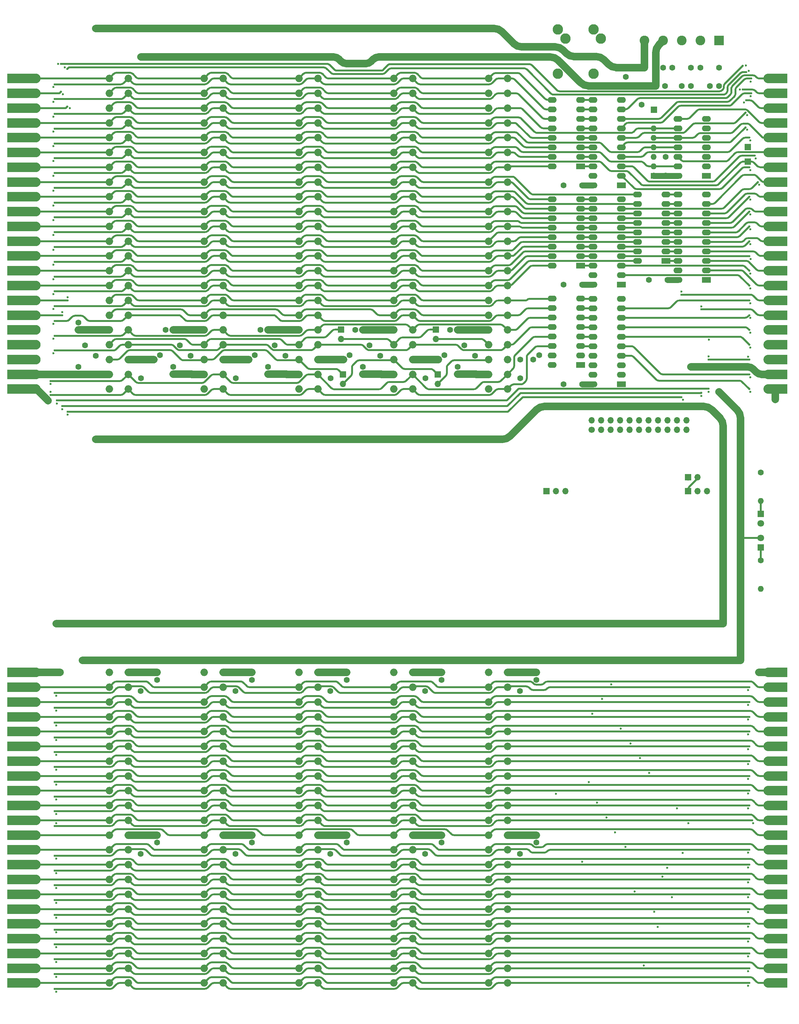
<source format=gbr>
%TF.GenerationSoftware,KiCad,Pcbnew,7.0.9*%
%TF.CreationDate,2023-11-19T22:04:32+01:00*%
%TF.ProjectId,kim-1-mtu-motherboard,6b696d2d-312d-46d7-9475-2d6d6f746865,rev?*%
%TF.SameCoordinates,Original*%
%TF.FileFunction,Copper,L1,Top*%
%TF.FilePolarity,Positive*%
%FSLAX46Y46*%
G04 Gerber Fmt 4.6, Leading zero omitted, Abs format (unit mm)*
G04 Created by KiCad (PCBNEW 7.0.9) date 2023-11-19 22:04:32*
%MOMM*%
%LPD*%
G01*
G04 APERTURE LIST*
G04 Aperture macros list*
%AMFreePoly0*
4,1,22,-1.270000,3.180000,1.270000,3.180000,1.270000,-1.910000,1.254364,-2.108672,1.198732,-2.329454,1.104571,-2.536755,0.974909,-2.723912,0.813912,-2.884909,0.626755,-3.014571,0.419454,-3.108732,0.198672,-3.164364,0.000000,-3.180000,-0.198672,-3.164364,-0.419454,-3.108732,-0.626755,-3.014571,-0.813912,-2.884909,-0.974909,-2.723912,-1.104571,-2.536755,-1.198732,-2.329454,-1.254364,-2.108672,
-1.270000,-1.910000,-1.270000,3.180000,-1.270000,3.180000,$1*%
%AMFreePoly1*
4,1,22,-1.300000,4.445000,1.300000,4.445000,1.300000,-3.145000,1.280250,-3.370743,1.221600,-3.589626,1.125833,-3.795000,0.995858,-3.980624,0.835624,-4.140858,0.650000,-4.270833,0.444626,-4.366600,0.225743,-4.425250,0.000000,-4.445000,-0.225743,-4.425250,-0.444626,-4.366600,-0.650000,-4.270833,-0.835624,-4.140858,-0.995858,-3.980624,-1.125833,-3.795000,-1.221600,-3.589626,-1.280250,-3.370743,
-1.300000,-3.145000,-1.300000,4.445000,-1.300000,4.445000,$1*%
G04 Aperture macros list end*
%TA.AperFunction,ComponentPad*%
%ADD10R,2.400000X1.600000*%
%TD*%
%TA.AperFunction,ComponentPad*%
%ADD11O,2.400000X1.600000*%
%TD*%
%TA.AperFunction,ComponentPad*%
%ADD12C,1.600000*%
%TD*%
%TA.AperFunction,ConnectorPad*%
%ADD13FreePoly0,270.000000*%
%TD*%
%TA.AperFunction,ComponentPad*%
%ADD14C,2.800000*%
%TD*%
%TA.AperFunction,ComponentPad*%
%ADD15R,1.700000X1.700000*%
%TD*%
%TA.AperFunction,ComponentPad*%
%ADD16O,1.700000X1.700000*%
%TD*%
%TA.AperFunction,ConnectorPad*%
%ADD17FreePoly1,90.000000*%
%TD*%
%TA.AperFunction,ComponentPad*%
%ADD18O,1.600000X1.600000*%
%TD*%
%TA.AperFunction,ComponentPad*%
%ADD19R,1.800000X1.800000*%
%TD*%
%TA.AperFunction,ComponentPad*%
%ADD20C,1.800000*%
%TD*%
%TA.AperFunction,ComponentPad*%
%ADD21O,2.000000X2.000000*%
%TD*%
%TA.AperFunction,ComponentPad*%
%ADD22R,2.600000X2.600000*%
%TD*%
%TA.AperFunction,ComponentPad*%
%ADD23C,2.600000*%
%TD*%
%TA.AperFunction,ComponentPad*%
%ADD24R,1.600000X1.600000*%
%TD*%
%TA.AperFunction,ComponentPad*%
%ADD25C,1.700000*%
%TD*%
%TA.AperFunction,ViaPad*%
%ADD26C,0.600000*%
%TD*%
%TA.AperFunction,ViaPad*%
%ADD27C,2.000000*%
%TD*%
%TA.AperFunction,Conductor*%
%ADD28C,2.000000*%
%TD*%
%TA.AperFunction,Conductor*%
%ADD29C,1.600000*%
%TD*%
%TA.AperFunction,Conductor*%
%ADD30C,0.500000*%
%TD*%
G04 APERTURE END LIST*
D10*
%TO.P,U1,1,G1*%
%TO.N,GND*%
X208260000Y-100470000D03*
D11*
%TO.P,U1,2,A0*%
%TO.N,/A6*%
X208260000Y-97930000D03*
%TO.P,U1,3,A1*%
%TO.N,/A5*%
X208260000Y-95390000D03*
%TO.P,U1,4,A2*%
%TO.N,/A4*%
X208260000Y-92850000D03*
%TO.P,U1,5,A3*%
%TO.N,/A3*%
X208260000Y-90310000D03*
%TO.P,U1,6,A4*%
%TO.N,/A2*%
X208260000Y-87770000D03*
%TO.P,U1,7,A5*%
%TO.N,/A1*%
X208260000Y-85230000D03*
%TO.P,U1,8,A6*%
%TO.N,/A0*%
X208260000Y-82690000D03*
%TO.P,U1,9,A7*%
%TO.N,/SYNC*%
X208260000Y-80150000D03*
%TO.P,U1,10,GND*%
%TO.N,GND*%
X208260000Y-77610000D03*
%TO.P,U1,11,Y7*%
%TO.N,Net-(RN1-R8.1)*%
X200640000Y-77610000D03*
%TO.P,U1,12,Y6*%
%TO.N,Net-(RN1-R7.1)*%
X200640000Y-80150000D03*
%TO.P,U1,13,Y5*%
%TO.N,Net-(RN1-R6.1)*%
X200640000Y-82690000D03*
%TO.P,U1,14,Y4*%
%TO.N,Net-(RN1-R5.1)*%
X200640000Y-85230000D03*
%TO.P,U1,15,Y3*%
%TO.N,Net-(RN1-R4.1)*%
X200640000Y-87770000D03*
%TO.P,U1,16,Y2*%
%TO.N,Net-(RN1-R3.1)*%
X200640000Y-90310000D03*
%TO.P,U1,17,Y1*%
%TO.N,Net-(RN1-R2.1)*%
X200640000Y-92850000D03*
%TO.P,U1,18,Y0*%
%TO.N,Net-(RN1-R1.1)*%
X200640000Y-95390000D03*
%TO.P,U1,19,G2*%
%TO.N,GND*%
X200640000Y-97930000D03*
%TO.P,U1,20,VCC*%
%TO.N,+5V*%
X200640000Y-100470000D03*
%TD*%
D12*
%TO.P,C38,1*%
%TO.N,+7.5V_RAW*%
X169090000Y-139230000D03*
%TO.P,C38,2*%
%TO.N,GND*%
X166222118Y-143325760D03*
%TD*%
%TO.P,C10,1*%
%TO.N,+5V*%
X226930000Y-73880000D03*
%TO.P,C10,2*%
%TO.N,GND*%
X224430000Y-73880000D03*
%TD*%
D13*
%TO.P,P12,1,GND*%
%TO.N,GND*%
X249550000Y-230910000D03*
%TO.P,P12,2,PA3*%
%TO.N,/PA3*%
X249550000Y-234870000D03*
%TO.P,P12,3,PA2*%
%TO.N,/PA2*%
X249550000Y-238830000D03*
%TO.P,P12,4,PA1*%
%TO.N,/PA1*%
X249550000Y-242790000D03*
%TO.P,P12,5,PA4*%
%TO.N,/PA4*%
X249550000Y-246750000D03*
%TO.P,P12,6,PA5*%
%TO.N,/PA5*%
X249550000Y-250710000D03*
%TO.P,P12,7,PA6*%
%TO.N,/PA6*%
X249550000Y-254670000D03*
%TO.P,P12,8,PA7*%
%TO.N,/PA7*%
X249550000Y-258630000D03*
%TO.P,P12,9,PB0*%
%TO.N,/PB0*%
X249550000Y-262590000D03*
%TO.P,P12,10,PB1*%
%TO.N,/PB1*%
X249550000Y-266550000D03*
%TO.P,P12,11,PB2*%
%TO.N,/PB2*%
X249550000Y-270510000D03*
%TO.P,P12,12,PB3*%
%TO.N,/PB3*%
X249550000Y-274470000D03*
%TO.P,P12,13,PB4*%
%TO.N,/PB4*%
X249550000Y-278430000D03*
%TO.P,P12,14,PA0*%
%TO.N,/PA0*%
X249550000Y-282390000D03*
%TO.P,P12,15,PB7*%
%TO.N,/PB7*%
X249550000Y-286350000D03*
%TO.P,P12,16,PB5*%
%TO.N,/PB5*%
X249550000Y-290310000D03*
%TO.P,P12,17,ROW0*%
%TO.N,/ROW0*%
X249550000Y-294270000D03*
%TO.P,P12,18,COLF*%
%TO.N,/COLF*%
X249550000Y-298230000D03*
%TO.P,P12,19,COLB*%
%TO.N,/COLB*%
X249550000Y-302190000D03*
%TO.P,P12,20,COLE*%
%TO.N,/COLE*%
X249550000Y-306150000D03*
%TO.P,P12,21,COLA*%
%TO.N,/COLA*%
X249550000Y-310110000D03*
%TO.P,P12,22,COLD*%
%TO.N,/COLD*%
X249550000Y-314070000D03*
%TD*%
D10*
%TO.P,U3,1,G1*%
%TO.N,GND*%
X208260000Y-153730000D03*
D11*
%TO.P,U3,2,A0*%
X208260000Y-151190000D03*
%TO.P,U3,3,A1*%
X208260000Y-148650000D03*
%TO.P,U3,4,A2*%
%TO.N,/RAMRW*%
X208260000Y-146110000D03*
%TO.P,U3,5,A3*%
%TO.N,/~{\u00D82}*%
X208260000Y-143570000D03*
%TO.P,U3,6,A4*%
%TO.N,/~{R}{slash}W*%
X208260000Y-141030000D03*
%TO.P,U3,7,A5*%
%TO.N,/R{slash}~{W}*%
X208260000Y-138490000D03*
%TO.P,U3,8,A6*%
%TO.N,/\u00D82*%
X208260000Y-135950000D03*
%TO.P,U3,9,A7*%
%TO.N,/A15*%
X208260000Y-133410000D03*
%TO.P,U3,10,GND*%
%TO.N,GND*%
X208260000Y-130870000D03*
%TO.P,U3,11,Y7*%
%TO.N,Net-(RN3-R8.1)*%
X200640000Y-130870000D03*
%TO.P,U3,12,Y6*%
%TO.N,Net-(RN3-R7.1)*%
X200640000Y-133410000D03*
%TO.P,U3,13,Y5*%
%TO.N,Net-(RN3-R6.1)*%
X200640000Y-135950000D03*
%TO.P,U3,14,Y4*%
%TO.N,Net-(RN3-R5.1)*%
X200640000Y-138490000D03*
%TO.P,U3,15,Y3*%
%TO.N,Net-(RN3-R4.1)*%
X200640000Y-141030000D03*
%TO.P,U3,16,Y2*%
%TO.N,Net-(RN3-R3.1)*%
X200640000Y-143570000D03*
%TO.P,U3,17,Y1*%
%TO.N,unconnected-(U3-Y1-Pad17)*%
X200640000Y-146110000D03*
%TO.P,U3,18,Y0*%
%TO.N,unconnected-(U3-Y0-Pad18)*%
X200640000Y-148650000D03*
%TO.P,U3,19,G2*%
%TO.N,GND*%
X200640000Y-151190000D03*
%TO.P,U3,20,VCC*%
%TO.N,+5V*%
X200640000Y-153730000D03*
%TD*%
D12*
%TO.P,C52,1*%
%TO.N,+5V*%
X155740000Y-230910000D03*
%TO.P,C52,2*%
%TO.N,GND*%
X155740000Y-235910000D03*
%TD*%
%TO.P,C45,1*%
%TO.N,+5V*%
X109330000Y-230910000D03*
%TO.P,C45,2*%
%TO.N,GND*%
X109330000Y-232910000D03*
%TD*%
%TO.P,C27,1*%
%TO.N,+16V_RAW*%
X159280000Y-147150000D03*
%TO.P,C27,2*%
%TO.N,GND*%
X160918304Y-146002847D03*
%TD*%
%TO.P,C17,1*%
%TO.N,+5V*%
X139000000Y-151080000D03*
%TO.P,C17,2*%
%TO.N,GND*%
X139000000Y-149080000D03*
%TD*%
%TO.P,C37,1*%
%TO.N,+7.5V_RAW*%
X143690000Y-139230000D03*
%TO.P,C37,2*%
%TO.N,GND*%
X140822118Y-143325760D03*
%TD*%
D14*
%TO.P,J3,S*%
%TO.N,GND*%
X191290000Y-58800000D03*
%TO.P,J3,T*%
%TO.N,/AUDIN*%
X193290000Y-61250000D03*
%TO.P,J3,TN*%
%TO.N,unconnected-(J3-PadTN)*%
X191290000Y-70600000D03*
%TD*%
D12*
%TO.P,C41,1*%
%TO.N,+16V_RAW*%
X130400000Y-147150000D03*
%TO.P,C41,2*%
%TO.N,GND*%
X130400000Y-152150000D03*
%TD*%
%TO.P,C11,1*%
%TO.N,+12V*%
X234500000Y-73880000D03*
%TO.P,C11,2*%
%TO.N,GND*%
X232000000Y-73880000D03*
%TD*%
D15*
%TO.P,J6,1,Pin_1*%
%TO.N,Net-(J12-Pin_2)*%
X188190000Y-182380000D03*
D16*
%TO.P,J6,2,Pin_2*%
%TO.N,/DECEN*%
X190730000Y-182380000D03*
%TO.P,J6,3,Pin_3*%
%TO.N,GND*%
X193270000Y-182380000D03*
%TD*%
D17*
%TO.P,P14,1,GND*%
%TO.N,GND*%
X48240000Y-230910000D03*
%TO.P,P14,2,PA3*%
%TO.N,/PA3*%
X48240000Y-234870000D03*
%TO.P,P14,3,PA2*%
%TO.N,/PA2*%
X48240000Y-238830000D03*
%TO.P,P14,4,PA1*%
%TO.N,/PA1*%
X48240000Y-242790000D03*
%TO.P,P14,5,PA4*%
%TO.N,/PA4*%
X48240000Y-246750000D03*
%TO.P,P14,6,PA5*%
%TO.N,/PA5*%
X48240000Y-250710000D03*
%TO.P,P14,7,PA6*%
%TO.N,/PA6*%
X48240000Y-254670000D03*
%TO.P,P14,8,PA7*%
%TO.N,/PA7*%
X48240000Y-258630000D03*
%TO.P,P14,9,PB0*%
%TO.N,/PB0*%
X48240000Y-262590000D03*
%TO.P,P14,10,PB1*%
%TO.N,/PB1*%
X48240000Y-266550000D03*
%TO.P,P14,11,PB2*%
%TO.N,/PB2*%
X48240000Y-270510000D03*
%TO.P,P14,12,PB3*%
%TO.N,/PB3*%
X48240000Y-274470000D03*
%TO.P,P14,13,PB4*%
%TO.N,/PB4*%
X48240000Y-278430000D03*
%TO.P,P14,14,PA0*%
%TO.N,/PA0*%
X48240000Y-282390000D03*
%TO.P,P14,15,PB7*%
%TO.N,/PB7*%
X48240000Y-286350000D03*
%TO.P,P14,16,PB5*%
%TO.N,/PB5*%
X48240000Y-290310000D03*
%TO.P,P14,17,ROW0*%
%TO.N,/ROW0*%
X48240000Y-294270000D03*
%TO.P,P14,18,COLF*%
%TO.N,/COLF*%
X48240000Y-298230000D03*
%TO.P,P14,19,COLB*%
%TO.N,/COLB*%
X48240000Y-302190000D03*
%TO.P,P14,20,COLE*%
%TO.N,/COLE*%
X48240000Y-306150000D03*
%TO.P,P14,21,COLA*%
%TO.N,/COLA*%
X48240000Y-310110000D03*
%TO.P,P14,22,COLD*%
%TO.N,/COLD*%
X48240000Y-314070000D03*
%TD*%
D12*
%TO.P,C53,1*%
%TO.N,+5V*%
X181140000Y-230910000D03*
%TO.P,C53,2*%
%TO.N,GND*%
X181140000Y-235910000D03*
%TD*%
%TO.P,C54,1*%
%TO.N,+12V*%
X83930000Y-274470000D03*
%TO.P,C54,2*%
%TO.N,GND*%
X83930000Y-276470000D03*
%TD*%
D10*
%TO.P,RN4,1,R1.1*%
%TO.N,Net-(RN4-R1.1)*%
X220240000Y-120750000D03*
D11*
%TO.P,RN4,2,R2.1*%
%TO.N,Net-(RN4-R2.1)*%
X220240000Y-118210000D03*
%TO.P,RN4,3,R3.1*%
%TO.N,Net-(RN4-R3.1)*%
X220240000Y-115670000D03*
%TO.P,RN4,4,R4.1*%
%TO.N,Net-(RN4-R4.1)*%
X220240000Y-113130000D03*
%TO.P,RN4,5,R5.1*%
%TO.N,Net-(RN4-R5.1)*%
X220240000Y-110590000D03*
%TO.P,RN4,6,R6.1*%
%TO.N,Net-(RN4-R6.1)*%
X220240000Y-108050000D03*
%TO.P,RN4,7,R7.1*%
%TO.N,Net-(RN4-R7.1)*%
X220240000Y-105510000D03*
%TO.P,RN4,8,R8.1*%
%TO.N,Net-(RN4-R8.1)*%
X220240000Y-102970000D03*
%TO.P,RN4,9,R8.2*%
%TO.N,/BD7*%
X212620000Y-102970000D03*
%TO.P,RN4,10,R7.2*%
%TO.N,/BD6*%
X212620000Y-105510000D03*
%TO.P,RN4,11,R6.2*%
%TO.N,/BD5*%
X212620000Y-108050000D03*
%TO.P,RN4,12,R5.2*%
%TO.N,/BD4*%
X212620000Y-110590000D03*
%TO.P,RN4,13,R4.2*%
%TO.N,/BD3*%
X212620000Y-113130000D03*
%TO.P,RN4,14,R3.2*%
%TO.N,/BD2*%
X212620000Y-115670000D03*
%TO.P,RN4,15,R2.2*%
%TO.N,/BD1*%
X212620000Y-118210000D03*
%TO.P,RN4,16,R1.2*%
%TO.N,/BD0*%
X212620000Y-120750000D03*
%TD*%
D12*
%TO.P,C30,1*%
%TO.N,+5V*%
X92860000Y-151110000D03*
%TO.P,C30,2*%
%TO.N,GND*%
X92860000Y-146110000D03*
%TD*%
%TO.P,R2,1*%
%TO.N,Net-(D2-K)*%
X245670000Y-200930000D03*
D18*
%TO.P,R2,2*%
%TO.N,GND*%
X245670000Y-208550000D03*
%TD*%
D12*
%TO.P,C20,1*%
%TO.N,+7.5V_RAW*%
X88200000Y-139230000D03*
%TO.P,C20,2*%
%TO.N,GND*%
X86200000Y-139230000D03*
%TD*%
%TO.P,C18,1*%
%TO.N,+5V*%
X164400000Y-151080000D03*
%TO.P,C18,2*%
%TO.N,GND*%
X164400000Y-149080000D03*
%TD*%
%TO.P,C5,1*%
%TO.N,+5V*%
X220160000Y-97920000D03*
%TO.P,C5,2*%
%TO.N,GND*%
X220160000Y-92920000D03*
%TD*%
D15*
%TO.P,J12,1,Pin_1*%
%TO.N,Net-(J12-Pin_1)*%
X159100000Y-151150000D03*
D16*
%TO.P,J12,2,Pin_2*%
%TO.N,Net-(J12-Pin_2)*%
X159100000Y-153690000D03*
%TD*%
D19*
%TO.P,D2,1,K*%
%TO.N,Net-(D2-K)*%
X245670000Y-197490000D03*
D20*
%TO.P,D2,2,A*%
%TO.N,+12V*%
X245670000Y-194950000D03*
%TD*%
D21*
%TO.P,P8,1,GND*%
%TO.N,GND*%
X96500000Y-230910000D03*
%TO.P,P8,2,PA3*%
%TO.N,/PA3*%
X96500000Y-234870000D03*
%TO.P,P8,3,PA2*%
%TO.N,/PA2*%
X96500000Y-238830000D03*
%TO.P,P8,4,PA1*%
%TO.N,/PA1*%
X96500000Y-242790000D03*
%TO.P,P8,5,PA4*%
%TO.N,/PA4*%
X96500000Y-246750000D03*
%TO.P,P8,6,PA5*%
%TO.N,/PA5*%
X96500000Y-250710000D03*
%TO.P,P8,7,PA6*%
%TO.N,/PA6*%
X96500000Y-254670000D03*
%TO.P,P8,8,PA7*%
%TO.N,/PA7*%
X96500000Y-258630000D03*
%TO.P,P8,9,PB0*%
%TO.N,/PB0*%
X96500000Y-262590000D03*
%TO.P,P8,10,PB1*%
%TO.N,/PB1*%
X96500000Y-266550000D03*
%TO.P,P8,11,PB2*%
%TO.N,/PB2*%
X96500000Y-270510000D03*
%TO.P,P8,12,PB3*%
%TO.N,/PB3*%
X96500000Y-274470000D03*
%TO.P,P8,13,PB4*%
%TO.N,/PB4*%
X96500000Y-278430000D03*
%TO.P,P8,14,PA0*%
%TO.N,/PA0*%
X96500000Y-282390000D03*
%TO.P,P8,15,PB7*%
%TO.N,/PB7*%
X96500000Y-286350000D03*
%TO.P,P8,16,PB5*%
%TO.N,/PB5*%
X96500000Y-290310000D03*
%TO.P,P8,17,ROW0*%
%TO.N,/ROW0*%
X96500000Y-294270000D03*
%TO.P,P8,18,COLF*%
%TO.N,/COLF*%
X96500000Y-298230000D03*
%TO.P,P8,19,COLB*%
%TO.N,/COLB*%
X96500000Y-302190000D03*
%TO.P,P8,20,COLE*%
%TO.N,/COLE*%
X96500000Y-306150000D03*
%TO.P,P8,21,COLA*%
%TO.N,/COLA*%
X96500000Y-310110000D03*
%TO.P,P8,22,COLD*%
%TO.N,/COLD*%
X96500000Y-314070000D03*
%TO.P,P8,A,+5V*%
%TO.N,+5V*%
X101580000Y-230910000D03*
%TO.P,P8,B,K0*%
%TO.N,/K0*%
X101580000Y-234870000D03*
%TO.P,P8,C,K1*%
%TO.N,/K1*%
X101580000Y-238830000D03*
%TO.P,P8,D,K2*%
%TO.N,/K2*%
X101580000Y-242790000D03*
%TO.P,P8,E,K3*%
%TO.N,/K3*%
X101580000Y-246750000D03*
%TO.P,P8,F,K4*%
%TO.N,/K4*%
X101580000Y-250710000D03*
%TO.P,P8,H,K5*%
%TO.N,/K5*%
X101580000Y-254670000D03*
%TO.P,P8,J,K7*%
%TO.N,/K7*%
X101580000Y-258630000D03*
%TO.P,P8,K,DECEN*%
%TO.N,/DECEN*%
X101580000Y-262590000D03*
%TO.P,P8,L,AUDIN*%
%TO.N,/AUDIN*%
X101580000Y-266550000D03*
%TO.P,P8,M,AUD_L*%
%TO.N,/AUD_L*%
X101580000Y-270510000D03*
%TO.P,P8,N,+12V*%
%TO.N,+12V*%
X101580000Y-274470000D03*
%TO.P,P8,P,AUD_H*%
%TO.N,/AUD_H*%
X101580000Y-278430000D03*
%TO.P,P8,R,KBD_R*%
%TO.N,/KBD_R*%
X101580000Y-282390000D03*
%TO.P,P8,S,PTR_R*%
%TO.N,/PTR_R*%
X101580000Y-286350000D03*
%TO.P,P8,T,KBD*%
%TO.N,/KBD*%
X101580000Y-290310000D03*
%TO.P,P8,U,PTR*%
%TO.N,/PTR*%
X101580000Y-294270000D03*
%TO.P,P8,V,ROW3*%
%TO.N,/ROW3*%
X101580000Y-298230000D03*
%TO.P,P8,W,COLG*%
%TO.N,/COLG*%
X101580000Y-302190000D03*
%TO.P,P8,X,ROW2*%
%TO.N,/ROW2*%
X101580000Y-306150000D03*
%TO.P,P8,Y,COLC*%
%TO.N,/COLC*%
X101580000Y-310110000D03*
%TO.P,P8,Z,ROW1*%
%TO.N,/ROW1*%
X101580000Y-314070000D03*
%TD*%
D12*
%TO.P,C39,1*%
%TO.N,+16V_RAW*%
X79600000Y-147150000D03*
%TO.P,C39,2*%
%TO.N,GND*%
X79600000Y-152150000D03*
%TD*%
%TO.P,C6,1*%
%TO.N,GND*%
X221910000Y-68970000D03*
%TO.P,C6,2*%
%TO.N,+5V*%
X226910000Y-68970000D03*
%TD*%
%TO.P,C22,1*%
%TO.N,+7.5V_RAW*%
X139000000Y-139230000D03*
%TO.P,C22,2*%
%TO.N,GND*%
X137000000Y-139230000D03*
%TD*%
%TO.P,C14,1*%
%TO.N,+5V*%
X62800000Y-151110000D03*
%TO.P,C14,2*%
%TO.N,GND*%
X62800000Y-149110000D03*
%TD*%
D21*
%TO.P,P11,1,GND*%
%TO.N,GND*%
X172700000Y-230910000D03*
%TO.P,P11,2,PA3*%
%TO.N,/PA3*%
X172700000Y-234870000D03*
%TO.P,P11,3,PA2*%
%TO.N,/PA2*%
X172700000Y-238830000D03*
%TO.P,P11,4,PA1*%
%TO.N,/PA1*%
X172700000Y-242790000D03*
%TO.P,P11,5,PA4*%
%TO.N,/PA4*%
X172700000Y-246750000D03*
%TO.P,P11,6,PA5*%
%TO.N,/PA5*%
X172700000Y-250710000D03*
%TO.P,P11,7,PA6*%
%TO.N,/PA6*%
X172700000Y-254670000D03*
%TO.P,P11,8,PA7*%
%TO.N,/PA7*%
X172700000Y-258630000D03*
%TO.P,P11,9,PB0*%
%TO.N,/PB0*%
X172700000Y-262590000D03*
%TO.P,P11,10,PB1*%
%TO.N,/PB1*%
X172700000Y-266550000D03*
%TO.P,P11,11,PB2*%
%TO.N,/PB2*%
X172700000Y-270510000D03*
%TO.P,P11,12,PB3*%
%TO.N,/PB3*%
X172700000Y-274470000D03*
%TO.P,P11,13,PB4*%
%TO.N,/PB4*%
X172700000Y-278430000D03*
%TO.P,P11,14,PA0*%
%TO.N,/PA0*%
X172700000Y-282390000D03*
%TO.P,P11,15,PB7*%
%TO.N,/PB7*%
X172700000Y-286350000D03*
%TO.P,P11,16,PB5*%
%TO.N,/PB5*%
X172700000Y-290310000D03*
%TO.P,P11,17,ROW0*%
%TO.N,/ROW0*%
X172700000Y-294270000D03*
%TO.P,P11,18,COLF*%
%TO.N,/COLF*%
X172700000Y-298230000D03*
%TO.P,P11,19,COLB*%
%TO.N,/COLB*%
X172700000Y-302190000D03*
%TO.P,P11,20,COLE*%
%TO.N,/COLE*%
X172700000Y-306150000D03*
%TO.P,P11,21,COLA*%
%TO.N,/COLA*%
X172700000Y-310110000D03*
%TO.P,P11,22,COLD*%
%TO.N,/COLD*%
X172700000Y-314070000D03*
%TO.P,P11,A,+5V*%
%TO.N,+5V*%
X177780000Y-230910000D03*
%TO.P,P11,B,K0*%
%TO.N,/K0*%
X177780000Y-234870000D03*
%TO.P,P11,C,K1*%
%TO.N,/K1*%
X177780000Y-238830000D03*
%TO.P,P11,D,K2*%
%TO.N,/K2*%
X177780000Y-242790000D03*
%TO.P,P11,E,K3*%
%TO.N,/K3*%
X177780000Y-246750000D03*
%TO.P,P11,F,K4*%
%TO.N,/K4*%
X177780000Y-250710000D03*
%TO.P,P11,H,K5*%
%TO.N,/K5*%
X177780000Y-254670000D03*
%TO.P,P11,J,K7*%
%TO.N,/K7*%
X177780000Y-258630000D03*
%TO.P,P11,K,DECEN*%
%TO.N,/DECEN*%
X177780000Y-262590000D03*
%TO.P,P11,L,AUDIN*%
%TO.N,/AUDIN*%
X177780000Y-266550000D03*
%TO.P,P11,M,AUD_L*%
%TO.N,/AUD_L*%
X177780000Y-270510000D03*
%TO.P,P11,N,+12V*%
%TO.N,+12V*%
X177780000Y-274470000D03*
%TO.P,P11,P,AUD_H*%
%TO.N,/AUD_H*%
X177780000Y-278430000D03*
%TO.P,P11,R,KBD_R*%
%TO.N,/KBD_R*%
X177780000Y-282390000D03*
%TO.P,P11,S,PTR_R*%
%TO.N,/PTR_R*%
X177780000Y-286350000D03*
%TO.P,P11,T,KBD*%
%TO.N,/KBD*%
X177780000Y-290310000D03*
%TO.P,P11,U,PTR*%
%TO.N,/PTR*%
X177780000Y-294270000D03*
%TO.P,P11,V,ROW3*%
%TO.N,/ROW3*%
X177780000Y-298230000D03*
%TO.P,P11,W,COLG*%
%TO.N,/COLG*%
X177780000Y-302190000D03*
%TO.P,P11,X,ROW2*%
%TO.N,/ROW2*%
X177780000Y-306150000D03*
%TO.P,P11,Y,COLC*%
%TO.N,/COLC*%
X177780000Y-310110000D03*
%TO.P,P11,Z,ROW1*%
%TO.N,/ROW1*%
X177780000Y-314070000D03*
%TD*%
D12*
%TO.P,C24,1*%
%TO.N,+16V_RAW*%
X83080000Y-147150000D03*
%TO.P,C24,2*%
%TO.N,GND*%
X84718304Y-146002847D03*
%TD*%
D22*
%TO.P,J1,1,Pin_1*%
%TO.N,+12V*%
X234500000Y-61755000D03*
D23*
%TO.P,J1,2,Pin_2*%
%TO.N,+5V*%
X229500000Y-61755000D03*
%TO.P,J1,3,Pin_3*%
%TO.N,GND*%
X224500000Y-61755000D03*
%TO.P,J1,4,Pin_4*%
%TO.N,+16V_RAW*%
X219500000Y-61755000D03*
%TO.P,J1,5,Pin_5*%
%TO.N,+7.5V_RAW*%
X214500000Y-61755000D03*
%TD*%
D12*
%TO.P,C25,1*%
%TO.N,+16V_RAW*%
X108480000Y-147150000D03*
%TO.P,C25,2*%
%TO.N,GND*%
X110118304Y-146002847D03*
%TD*%
D15*
%TO.P,J10,1,Pin_1*%
%TO.N,+5V*%
X217040000Y-80240000D03*
%TD*%
D12*
%TO.P,C58,1*%
%TO.N,+12V*%
X185530000Y-274470000D03*
%TO.P,C58,2*%
%TO.N,GND*%
X185530000Y-276470000D03*
%TD*%
D21*
%TO.P,P1,1,SYNC*%
%TO.N,/BSYNC*%
X71100000Y-71910000D03*
%TO.P,P1,2,PIN_2*%
%TO.N,/PIN_2*%
X71100000Y-75870000D03*
%TO.P,P1,3,PIN_3*%
%TO.N,/PIN_3*%
X71100000Y-79830000D03*
%TO.P,P1,4,~{IRQ}*%
%TO.N,/~{BIRQ}*%
X71100000Y-83790000D03*
%TO.P,P1,5,R0*%
%TO.N,/BRO*%
X71100000Y-87750000D03*
%TO.P,P1,6,~{NMI}*%
%TO.N,/~{BNMI}*%
X71100000Y-91710000D03*
%TO.P,P1,7,~{RES}*%
%TO.N,/~{RES}*%
X71100000Y-95670000D03*
%TO.P,P1,8,D7*%
%TO.N,/BD7*%
X71100000Y-99630000D03*
%TO.P,P1,9,D6*%
%TO.N,/BD6*%
X71100000Y-103590000D03*
%TO.P,P1,10,D5*%
%TO.N,/BD5*%
X71100000Y-107550000D03*
%TO.P,P1,11,D4*%
%TO.N,/BD4*%
X71100000Y-111510000D03*
%TO.P,P1,12,D3*%
%TO.N,/BD3*%
X71100000Y-115470000D03*
%TO.P,P1,13,D2*%
%TO.N,/BD2*%
X71100000Y-119430000D03*
%TO.P,P1,14,D1*%
%TO.N,/BD1*%
X71100000Y-123390000D03*
%TO.P,P1,15,D0*%
%TO.N,/BD0*%
X71100000Y-127350000D03*
%TO.P,P1,16,PIN_16*%
%TO.N,/PIN_16*%
X71100000Y-131310000D03*
%TO.P,P1,17,PIN_17*%
%TO.N,/PIN_17*%
X71100000Y-135270000D03*
%TO.P,P1,18,+7.5V_RAW*%
%TO.N,+7.5V_RAW*%
X71100000Y-139230000D03*
%TO.P,P1,19,~{VECTOR_FETCH}*%
%TO.N,/BK7*%
X71100000Y-143190000D03*
%TO.P,P1,20,~{DECODE_ENABLE}*%
%TO.N,/BDECEN*%
X71100000Y-147150000D03*
%TO.P,P1,21,+5V*%
%TO.N,+5V*%
X71100000Y-151110000D03*
%TO.P,P1,22,GND*%
%TO.N,GND*%
X71100000Y-155070000D03*
%TO.P,P1,A,A0*%
%TO.N,/BA0*%
X76180000Y-71910000D03*
%TO.P,P1,B,A1*%
%TO.N,/BA1*%
X76180000Y-75870000D03*
%TO.P,P1,C,A2*%
%TO.N,/BA2*%
X76180000Y-79830000D03*
%TO.P,P1,D,A3*%
%TO.N,/BA3*%
X76180000Y-83790000D03*
%TO.P,P1,E,A4*%
%TO.N,/BA4*%
X76180000Y-87750000D03*
%TO.P,P1,F,A5*%
%TO.N,/BA5*%
X76180000Y-91710000D03*
%TO.P,P1,H,A6*%
%TO.N,/BA6*%
X76180000Y-95670000D03*
%TO.P,P1,J,A7*%
%TO.N,/BA7*%
X76180000Y-99630000D03*
%TO.P,P1,K,A8*%
%TO.N,/BA8*%
X76180000Y-103590000D03*
%TO.P,P1,L,A9*%
%TO.N,/BA9*%
X76180000Y-107550000D03*
%TO.P,P1,M,A10*%
%TO.N,/BA10*%
X76180000Y-111510000D03*
%TO.P,P1,N,A11*%
%TO.N,/BA11*%
X76180000Y-115470000D03*
%TO.P,P1,P,A12*%
%TO.N,/BA12*%
X76180000Y-119430000D03*
%TO.P,P1,R,A13*%
%TO.N,/BA13*%
X76180000Y-123390000D03*
%TO.P,P1,S,A14*%
%TO.N,/BA14*%
X76180000Y-127350000D03*
%TO.P,P1,T,A15*%
%TO.N,/BA15*%
X76180000Y-131310000D03*
%TO.P,P1,U,\u00D82*%
%TO.N,/B\u00D82*%
X76180000Y-135270000D03*
%TO.P,P1,V,R/~{W}*%
%TO.N,/BR{slash}~{W}*%
X76180000Y-139230000D03*
%TO.P,P1,W,~{R}/W*%
%TO.N,/B~{R}{slash}W*%
X76180000Y-143190000D03*
%TO.P,P1,X,+16V_RAW*%
%TO.N,+16V_RAW*%
X76180000Y-147150000D03*
%TO.P,P1,Y,~{\u00D82}*%
%TO.N,/B~{\u00D82}*%
X76180000Y-151110000D03*
%TO.P,P1,Z,RAMRW*%
%TO.N,/BRAMRW*%
X76180000Y-155070000D03*
%TD*%
D12*
%TO.P,C49,1*%
%TO.N,+5V*%
X79540000Y-230910000D03*
%TO.P,C49,2*%
%TO.N,GND*%
X79540000Y-235910000D03*
%TD*%
%TO.P,R1,1*%
%TO.N,GND*%
X245650000Y-177400000D03*
D18*
%TO.P,R1,2*%
%TO.N,Net-(D1-K)*%
X245650000Y-185020000D03*
%TD*%
D12*
%TO.P,C43,1*%
%TO.N,+16V_RAW*%
X181200000Y-147150000D03*
%TO.P,C43,2*%
%TO.N,GND*%
X181200000Y-152150000D03*
%TD*%
%TO.P,C55,1*%
%TO.N,+12V*%
X109330000Y-274470000D03*
%TO.P,C55,2*%
%TO.N,GND*%
X109330000Y-276470000D03*
%TD*%
D13*
%TO.P,P6,1,SYNC*%
%TO.N,/SYNC*%
X249550000Y-71910000D03*
%TO.P,P6,2,~{RDY}*%
%TO.N,/~{RDY}*%
X249550000Y-75870000D03*
%TO.P,P6,3,\u00D81*%
%TO.N,/\u00D81*%
X249550000Y-79830000D03*
%TO.P,P6,4,~{IRQ}*%
%TO.N,/~{IRQ}*%
X249550000Y-83790000D03*
%TO.P,P6,5,R0*%
%TO.N,/RO*%
X249550000Y-87750000D03*
%TO.P,P6,6,~{NMI}*%
%TO.N,/~{NMI}*%
X249550000Y-91710000D03*
%TO.P,P6,7,~{RES}*%
%TO.N,/~{RES}*%
X249550000Y-95670000D03*
%TO.P,P6,8,D7*%
%TO.N,/D7*%
X249550000Y-99630000D03*
%TO.P,P6,9,D6*%
%TO.N,/D6*%
X249550000Y-103590000D03*
%TO.P,P6,10,D5*%
%TO.N,/D5*%
X249550000Y-107550000D03*
%TO.P,P6,11,D4*%
%TO.N,/D4*%
X249550000Y-111510000D03*
%TO.P,P6,12,D3*%
%TO.N,/D3*%
X249550000Y-115470000D03*
%TO.P,P6,13,D2*%
%TO.N,/D2*%
X249550000Y-119430000D03*
%TO.P,P6,14,D1*%
%TO.N,/D1*%
X249550000Y-123390000D03*
%TO.P,P6,15,D0*%
%TO.N,/D0*%
X249550000Y-127350000D03*
%TO.P,P6,16,K6*%
%TO.N,/K6*%
X249550000Y-131310000D03*
%TO.P,P6,17,SST*%
%TO.N,/SST*%
X249550000Y-135270000D03*
%TO.P,P6,18,N.C.*%
%TO.N,unconnected-(P6-N.C.-Pad18)*%
X249550000Y-139230000D03*
%TO.P,P6,19,N.C.*%
%TO.N,unconnected-(P6-N.C.-Pad19)*%
X249550000Y-143190000D03*
%TO.P,P6,20,N.C.*%
%TO.N,unconnected-(P6-N.C.-Pad20)*%
X249550000Y-147150000D03*
%TO.P,P6,21,+5V*%
%TO.N,+5V*%
X249550000Y-151110000D03*
%TO.P,P6,22,GND*%
%TO.N,GND*%
X249550000Y-155070000D03*
%TD*%
D12*
%TO.P,C16,1*%
%TO.N,+5V*%
X113600000Y-151080000D03*
%TO.P,C16,2*%
%TO.N,GND*%
X113600000Y-149080000D03*
%TD*%
%TO.P,C29,1*%
%TO.N,+5V*%
X67460000Y-151110000D03*
%TO.P,C29,2*%
%TO.N,GND*%
X67460000Y-146110000D03*
%TD*%
D15*
%TO.P,J13,1,Pin_1*%
%TO.N,/BK7*%
X133170000Y-139100000D03*
D16*
%TO.P,J13,2,Pin_2*%
%TO.N,Net-(J11-Pin_1)*%
X133170000Y-141640000D03*
%TD*%
D17*
%TO.P,P13,1,SYNC*%
%TO.N,/BSYNC*%
X48240000Y-71910000D03*
%TO.P,P13,2,~{RDY}*%
%TO.N,/~{RDY}*%
X48240000Y-75870000D03*
%TO.P,P13,3,\u00D81*%
%TO.N,/\u00D81*%
X48240000Y-79830000D03*
%TO.P,P13,4,~{IRQ}*%
%TO.N,/~{BIRQ}*%
X48240000Y-83790000D03*
%TO.P,P13,5,R0*%
%TO.N,/BRO*%
X48240000Y-87750000D03*
%TO.P,P13,6,~{NMI}*%
%TO.N,/~{BNMI}*%
X48240000Y-91710000D03*
%TO.P,P13,7,~{RES}*%
%TO.N,/~{RES}*%
X48240000Y-95670000D03*
%TO.P,P13,8,D7*%
%TO.N,/BD7*%
X48240000Y-99630000D03*
%TO.P,P13,9,D6*%
%TO.N,/BD6*%
X48240000Y-103590000D03*
%TO.P,P13,10,D5*%
%TO.N,/BD5*%
X48240000Y-107550000D03*
%TO.P,P13,11,D4*%
%TO.N,/BD4*%
X48240000Y-111510000D03*
%TO.P,P13,12,D3*%
%TO.N,/BD3*%
X48240000Y-115470000D03*
%TO.P,P13,13,D2*%
%TO.N,/BD2*%
X48240000Y-119430000D03*
%TO.P,P13,14,D1*%
%TO.N,/BD1*%
X48240000Y-123390000D03*
%TO.P,P13,15,D0*%
%TO.N,/BD0*%
X48240000Y-127350000D03*
%TO.P,P13,16,K6*%
%TO.N,/K6*%
X48240000Y-131310000D03*
%TO.P,P13,17,SST*%
%TO.N,/SST*%
X48240000Y-135270000D03*
%TO.P,P13,18,N.C.*%
%TO.N,unconnected-(P13-N.C.-Pad18)*%
X48240000Y-139230000D03*
%TO.P,P13,19,N.C.*%
%TO.N,unconnected-(P13-N.C.-Pad19)*%
X48240000Y-143190000D03*
%TO.P,P13,20,N.C.*%
%TO.N,unconnected-(P13-N.C.-Pad20)*%
X48240000Y-147150000D03*
%TO.P,P13,21,+5V*%
%TO.N,+5V*%
X48240000Y-151110000D03*
%TO.P,P13,22,GND*%
%TO.N,GND*%
X48240000Y-155070000D03*
%TD*%
D10*
%TO.P,RN1,1,R1.1*%
%TO.N,Net-(RN1-R1.1)*%
X197350000Y-95390000D03*
D11*
%TO.P,RN1,2,R2.1*%
%TO.N,Net-(RN1-R2.1)*%
X197350000Y-92850000D03*
%TO.P,RN1,3,R3.1*%
%TO.N,Net-(RN1-R3.1)*%
X197350000Y-90310000D03*
%TO.P,RN1,4,R4.1*%
%TO.N,Net-(RN1-R4.1)*%
X197350000Y-87770000D03*
%TO.P,RN1,5,R5.1*%
%TO.N,Net-(RN1-R5.1)*%
X197350000Y-85230000D03*
%TO.P,RN1,6,R6.1*%
%TO.N,Net-(RN1-R6.1)*%
X197350000Y-82690000D03*
%TO.P,RN1,7,R7.1*%
%TO.N,Net-(RN1-R7.1)*%
X197350000Y-80150000D03*
%TO.P,RN1,8,R8.1*%
%TO.N,Net-(RN1-R8.1)*%
X197350000Y-77610000D03*
%TO.P,RN1,9,R8.2*%
%TO.N,/BSYNC*%
X189730000Y-77610000D03*
%TO.P,RN1,10,R7.2*%
%TO.N,/BA0*%
X189730000Y-80150000D03*
%TO.P,RN1,11,R6.2*%
%TO.N,/BA1*%
X189730000Y-82690000D03*
%TO.P,RN1,12,R5.2*%
%TO.N,/BA2*%
X189730000Y-85230000D03*
%TO.P,RN1,13,R4.2*%
%TO.N,/BA3*%
X189730000Y-87770000D03*
%TO.P,RN1,14,R3.2*%
%TO.N,/BA4*%
X189730000Y-90310000D03*
%TO.P,RN1,15,R2.2*%
%TO.N,/BA5*%
X189730000Y-92850000D03*
%TO.P,RN1,16,R1.2*%
%TO.N,/BA6*%
X189730000Y-95390000D03*
%TD*%
D12*
%TO.P,C40,1*%
%TO.N,+16V_RAW*%
X105000000Y-147150000D03*
%TO.P,C40,2*%
%TO.N,GND*%
X105000000Y-152150000D03*
%TD*%
%TO.P,C59,1*%
%TO.N,+12V*%
X79540000Y-274470000D03*
%TO.P,C59,2*%
%TO.N,GND*%
X79540000Y-279470000D03*
%TD*%
%TO.P,C1,1*%
%TO.N,+5V*%
X197840000Y-100470000D03*
%TO.P,C1,2*%
%TO.N,GND*%
X192840000Y-100470000D03*
%TD*%
D14*
%TO.P,J2,S*%
%TO.N,GND*%
X200810000Y-58800000D03*
%TO.P,J2,T*%
%TO.N,Net-(J4-Pin_2)*%
X202810000Y-61250000D03*
%TO.P,J2,TN*%
%TO.N,unconnected-(J2-PadTN)*%
X200810000Y-70600000D03*
%TD*%
D12*
%TO.P,C31,1*%
%TO.N,+5V*%
X118260000Y-151110000D03*
%TO.P,C31,2*%
%TO.N,GND*%
X118260000Y-146110000D03*
%TD*%
D21*
%TO.P,P4,1,SYNC*%
%TO.N,/BSYNC*%
X147300000Y-71910000D03*
%TO.P,P4,2,PIN_2*%
%TO.N,/PIN_2*%
X147300000Y-75870000D03*
%TO.P,P4,3,PIN_3*%
%TO.N,/PIN_3*%
X147300000Y-79830000D03*
%TO.P,P4,4,~{IRQ}*%
%TO.N,/~{BIRQ}*%
X147300000Y-83790000D03*
%TO.P,P4,5,R0*%
%TO.N,/BRO*%
X147300000Y-87750000D03*
%TO.P,P4,6,~{NMI}*%
%TO.N,/~{BNMI}*%
X147300000Y-91710000D03*
%TO.P,P4,7,~{RES}*%
%TO.N,/~{RES}*%
X147300000Y-95670000D03*
%TO.P,P4,8,D7*%
%TO.N,/BD7*%
X147300000Y-99630000D03*
%TO.P,P4,9,D6*%
%TO.N,/BD6*%
X147300000Y-103590000D03*
%TO.P,P4,10,D5*%
%TO.N,/BD5*%
X147300000Y-107550000D03*
%TO.P,P4,11,D4*%
%TO.N,/BD4*%
X147300000Y-111510000D03*
%TO.P,P4,12,D3*%
%TO.N,/BD3*%
X147300000Y-115470000D03*
%TO.P,P4,13,D2*%
%TO.N,/BD2*%
X147300000Y-119430000D03*
%TO.P,P4,14,D1*%
%TO.N,/BD1*%
X147300000Y-123390000D03*
%TO.P,P4,15,D0*%
%TO.N,/BD0*%
X147300000Y-127350000D03*
%TO.P,P4,16,PIN_16*%
%TO.N,/PIN_16*%
X147300000Y-131310000D03*
%TO.P,P4,17,PIN_17*%
%TO.N,/PIN_17*%
X147300000Y-135270000D03*
%TO.P,P4,18,+7.5V_RAW*%
%TO.N,+7.5V_RAW*%
X147300000Y-139230000D03*
%TO.P,P4,19,~{VECTOR_FETCH}*%
%TO.N,Net-(J11-Pin_1)*%
X147300000Y-143190000D03*
%TO.P,P4,20,~{DECODE_ENABLE}*%
%TO.N,Net-(J12-Pin_1)*%
X147300000Y-147150000D03*
%TO.P,P4,21,+5V*%
%TO.N,+5V*%
X147300000Y-151110000D03*
%TO.P,P4,22,GND*%
%TO.N,GND*%
X147300000Y-155070000D03*
%TO.P,P4,A,A0*%
%TO.N,/BA0*%
X152380000Y-71910000D03*
%TO.P,P4,B,A1*%
%TO.N,/BA1*%
X152380000Y-75870000D03*
%TO.P,P4,C,A2*%
%TO.N,/BA2*%
X152380000Y-79830000D03*
%TO.P,P4,D,A3*%
%TO.N,/BA3*%
X152380000Y-83790000D03*
%TO.P,P4,E,A4*%
%TO.N,/BA4*%
X152380000Y-87750000D03*
%TO.P,P4,F,A5*%
%TO.N,/BA5*%
X152380000Y-91710000D03*
%TO.P,P4,H,A6*%
%TO.N,/BA6*%
X152380000Y-95670000D03*
%TO.P,P4,J,A7*%
%TO.N,/BA7*%
X152380000Y-99630000D03*
%TO.P,P4,K,A8*%
%TO.N,/BA8*%
X152380000Y-103590000D03*
%TO.P,P4,L,A9*%
%TO.N,/BA9*%
X152380000Y-107550000D03*
%TO.P,P4,M,A10*%
%TO.N,/BA10*%
X152380000Y-111510000D03*
%TO.P,P4,N,A11*%
%TO.N,/BA11*%
X152380000Y-115470000D03*
%TO.P,P4,P,A12*%
%TO.N,/BA12*%
X152380000Y-119430000D03*
%TO.P,P4,R,A13*%
%TO.N,/BA13*%
X152380000Y-123390000D03*
%TO.P,P4,S,A14*%
%TO.N,/BA14*%
X152380000Y-127350000D03*
%TO.P,P4,T,A15*%
%TO.N,/BA15*%
X152380000Y-131310000D03*
%TO.P,P4,U,\u00D82*%
%TO.N,/B\u00D82*%
X152380000Y-135270000D03*
%TO.P,P4,V,R/~{W}*%
%TO.N,/BR{slash}~{W}*%
X152380000Y-139230000D03*
%TO.P,P4,W,~{R}/W*%
%TO.N,/B~{R}{slash}W*%
X152380000Y-143190000D03*
%TO.P,P4,X,+16V_RAW*%
%TO.N,+16V_RAW*%
X152380000Y-147150000D03*
%TO.P,P4,Y,~{\u00D82}*%
%TO.N,/B~{\u00D82}*%
X152380000Y-151110000D03*
%TO.P,P4,Z,RAMRW*%
%TO.N,/BRAMRW*%
X152380000Y-155070000D03*
%TD*%
D12*
%TO.P,C21,1*%
%TO.N,+7.5V_RAW*%
X113600000Y-139230000D03*
%TO.P,C21,2*%
%TO.N,GND*%
X111600000Y-139230000D03*
%TD*%
%TO.P,C56,1*%
%TO.N,+12V*%
X134730000Y-274470000D03*
%TO.P,C56,2*%
%TO.N,GND*%
X134730000Y-276470000D03*
%TD*%
%TO.P,C57,1*%
%TO.N,+12V*%
X160130000Y-274470000D03*
%TO.P,C57,2*%
%TO.N,GND*%
X160130000Y-276470000D03*
%TD*%
%TO.P,C44,1*%
%TO.N,+5V*%
X83930000Y-230910000D03*
%TO.P,C44,2*%
%TO.N,GND*%
X83930000Y-232910000D03*
%TD*%
%TO.P,C32,1*%
%TO.N,+5V*%
X143660000Y-151110000D03*
%TO.P,C32,2*%
%TO.N,GND*%
X143660000Y-146110000D03*
%TD*%
%TO.P,C35,1*%
%TO.N,+7.5V_RAW*%
X92890000Y-139230000D03*
%TO.P,C35,2*%
%TO.N,GND*%
X90022118Y-143325760D03*
%TD*%
%TO.P,C50,1*%
%TO.N,+5V*%
X104940000Y-230910000D03*
%TO.P,C50,2*%
%TO.N,GND*%
X104940000Y-235910000D03*
%TD*%
D15*
%TO.P,J11,1,Pin_1*%
%TO.N,Net-(J11-Pin_1)*%
X158570000Y-139100000D03*
D16*
%TO.P,J11,2,Pin_2*%
%TO.N,/K7*%
X158570000Y-141640000D03*
%TD*%
D10*
%TO.P,U2,1,G1*%
%TO.N,GND*%
X208260000Y-127100000D03*
D11*
%TO.P,U2,2,A0*%
%TO.N,/A14*%
X208260000Y-124560000D03*
%TO.P,U2,3,A1*%
%TO.N,/A13*%
X208260000Y-122020000D03*
%TO.P,U2,4,A2*%
%TO.N,/A12*%
X208260000Y-119480000D03*
%TO.P,U2,5,A3*%
%TO.N,/A11*%
X208260000Y-116940000D03*
%TO.P,U2,6,A4*%
%TO.N,/A10*%
X208260000Y-114400000D03*
%TO.P,U2,7,A5*%
%TO.N,/A9*%
X208260000Y-111860000D03*
%TO.P,U2,8,A6*%
%TO.N,/A8*%
X208260000Y-109320000D03*
%TO.P,U2,9,A7*%
%TO.N,/A7*%
X208260000Y-106780000D03*
%TO.P,U2,10,GND*%
%TO.N,GND*%
X208260000Y-104240000D03*
%TO.P,U2,11,Y7*%
%TO.N,Net-(RN2-R8.1)*%
X200640000Y-104240000D03*
%TO.P,U2,12,Y6*%
%TO.N,Net-(RN2-R7.1)*%
X200640000Y-106780000D03*
%TO.P,U2,13,Y5*%
%TO.N,Net-(RN2-R6.1)*%
X200640000Y-109320000D03*
%TO.P,U2,14,Y4*%
%TO.N,Net-(RN2-R5.1)*%
X200640000Y-111860000D03*
%TO.P,U2,15,Y3*%
%TO.N,Net-(RN2-R4.1)*%
X200640000Y-114400000D03*
%TO.P,U2,16,Y2*%
%TO.N,Net-(RN2-R3.1)*%
X200640000Y-116940000D03*
%TO.P,U2,17,Y1*%
%TO.N,Net-(RN2-R2.1)*%
X200640000Y-119480000D03*
%TO.P,U2,18,Y0*%
%TO.N,Net-(RN2-R1.1)*%
X200640000Y-122020000D03*
%TO.P,U2,19,G2*%
%TO.N,GND*%
X200640000Y-124560000D03*
%TO.P,U2,20,VCC*%
%TO.N,+5V*%
X200640000Y-127100000D03*
%TD*%
D12*
%TO.P,C63,1*%
%TO.N,+12V*%
X181140000Y-274470000D03*
%TO.P,C63,2*%
%TO.N,GND*%
X181140000Y-279470000D03*
%TD*%
%TO.P,C8,1*%
%TO.N,GND*%
X219500000Y-68970000D03*
%TO.P,C8,2*%
%TO.N,+7.5V_RAW*%
X214500000Y-68970000D03*
%TD*%
D21*
%TO.P,P7,1,GND*%
%TO.N,GND*%
X71100000Y-230910000D03*
%TO.P,P7,2,PA3*%
%TO.N,/PA3*%
X71100000Y-234870000D03*
%TO.P,P7,3,PA2*%
%TO.N,/PA2*%
X71100000Y-238830000D03*
%TO.P,P7,4,PA1*%
%TO.N,/PA1*%
X71100000Y-242790000D03*
%TO.P,P7,5,PA4*%
%TO.N,/PA4*%
X71100000Y-246750000D03*
%TO.P,P7,6,PA5*%
%TO.N,/PA5*%
X71100000Y-250710000D03*
%TO.P,P7,7,PA6*%
%TO.N,/PA6*%
X71100000Y-254670000D03*
%TO.P,P7,8,PA7*%
%TO.N,/PA7*%
X71100000Y-258630000D03*
%TO.P,P7,9,PB0*%
%TO.N,/PB0*%
X71100000Y-262590000D03*
%TO.P,P7,10,PB1*%
%TO.N,/PB1*%
X71100000Y-266550000D03*
%TO.P,P7,11,PB2*%
%TO.N,/PB2*%
X71100000Y-270510000D03*
%TO.P,P7,12,PB3*%
%TO.N,/PB3*%
X71100000Y-274470000D03*
%TO.P,P7,13,PB4*%
%TO.N,/PB4*%
X71100000Y-278430000D03*
%TO.P,P7,14,PA0*%
%TO.N,/PA0*%
X71100000Y-282390000D03*
%TO.P,P7,15,PB7*%
%TO.N,/PB7*%
X71100000Y-286350000D03*
%TO.P,P7,16,PB5*%
%TO.N,/PB5*%
X71100000Y-290310000D03*
%TO.P,P7,17,ROW0*%
%TO.N,/ROW0*%
X71100000Y-294270000D03*
%TO.P,P7,18,COLF*%
%TO.N,/COLF*%
X71100000Y-298230000D03*
%TO.P,P7,19,COLB*%
%TO.N,/COLB*%
X71100000Y-302190000D03*
%TO.P,P7,20,COLE*%
%TO.N,/COLE*%
X71100000Y-306150000D03*
%TO.P,P7,21,COLA*%
%TO.N,/COLA*%
X71100000Y-310110000D03*
%TO.P,P7,22,COLD*%
%TO.N,/COLD*%
X71100000Y-314070000D03*
%TO.P,P7,A,+5V*%
%TO.N,+5V*%
X76180000Y-230910000D03*
%TO.P,P7,B,K0*%
%TO.N,/K0*%
X76180000Y-234870000D03*
%TO.P,P7,C,K1*%
%TO.N,/K1*%
X76180000Y-238830000D03*
%TO.P,P7,D,K2*%
%TO.N,/K2*%
X76180000Y-242790000D03*
%TO.P,P7,E,K3*%
%TO.N,/K3*%
X76180000Y-246750000D03*
%TO.P,P7,F,K4*%
%TO.N,/K4*%
X76180000Y-250710000D03*
%TO.P,P7,H,K5*%
%TO.N,/K5*%
X76180000Y-254670000D03*
%TO.P,P7,J,K7*%
%TO.N,/K7*%
X76180000Y-258630000D03*
%TO.P,P7,K,DECEN*%
%TO.N,/DECEN*%
X76180000Y-262590000D03*
%TO.P,P7,L,AUDIN*%
%TO.N,/AUDIN*%
X76180000Y-266550000D03*
%TO.P,P7,M,AUD_L*%
%TO.N,/AUD_L*%
X76180000Y-270510000D03*
%TO.P,P7,N,+12V*%
%TO.N,+12V*%
X76180000Y-274470000D03*
%TO.P,P7,P,AUD_H*%
%TO.N,/AUD_H*%
X76180000Y-278430000D03*
%TO.P,P7,R,KBD_R*%
%TO.N,/KBD_R*%
X76180000Y-282390000D03*
%TO.P,P7,S,PTR_R*%
%TO.N,/PTR_R*%
X76180000Y-286350000D03*
%TO.P,P7,T,KBD*%
%TO.N,/KBD*%
X76180000Y-290310000D03*
%TO.P,P7,U,PTR*%
%TO.N,/PTR*%
X76180000Y-294270000D03*
%TO.P,P7,V,ROW3*%
%TO.N,/ROW3*%
X76180000Y-298230000D03*
%TO.P,P7,W,COLG*%
%TO.N,/COLG*%
X76180000Y-302190000D03*
%TO.P,P7,X,ROW2*%
%TO.N,/ROW2*%
X76180000Y-306150000D03*
%TO.P,P7,Y,COLC*%
%TO.N,/COLC*%
X76180000Y-310110000D03*
%TO.P,P7,Z,ROW1*%
%TO.N,/ROW1*%
X76180000Y-314070000D03*
%TD*%
D12*
%TO.P,C4,1*%
%TO.N,+5V*%
X220640000Y-125830000D03*
%TO.P,C4,2*%
%TO.N,GND*%
X215640000Y-125830000D03*
%TD*%
%TO.P,C36,1*%
%TO.N,+7.5V_RAW*%
X118290000Y-139230000D03*
%TO.P,C36,2*%
%TO.N,GND*%
X115422118Y-143325760D03*
%TD*%
%TO.P,C19,1*%
%TO.N,+7.5V_RAW*%
X62800000Y-139230000D03*
%TO.P,C19,2*%
%TO.N,GND*%
X62800000Y-137230000D03*
%TD*%
D19*
%TO.P,D1,1,K*%
%TO.N,Net-(D1-K)*%
X245660000Y-188490000D03*
D20*
%TO.P,D1,2,A*%
%TO.N,+5V*%
X245660000Y-191030000D03*
%TD*%
D21*
%TO.P,P3,1,SYNC*%
%TO.N,/BSYNC*%
X121900000Y-71910000D03*
%TO.P,P3,2,PIN_2*%
%TO.N,/PIN_2*%
X121900000Y-75870000D03*
%TO.P,P3,3,PIN_3*%
%TO.N,/PIN_3*%
X121900000Y-79830000D03*
%TO.P,P3,4,~{IRQ}*%
%TO.N,/~{BIRQ}*%
X121900000Y-83790000D03*
%TO.P,P3,5,R0*%
%TO.N,/BRO*%
X121900000Y-87750000D03*
%TO.P,P3,6,~{NMI}*%
%TO.N,/~{BNMI}*%
X121900000Y-91710000D03*
%TO.P,P3,7,~{RES}*%
%TO.N,/~{RES}*%
X121900000Y-95670000D03*
%TO.P,P3,8,D7*%
%TO.N,/BD7*%
X121900000Y-99630000D03*
%TO.P,P3,9,D6*%
%TO.N,/BD6*%
X121900000Y-103590000D03*
%TO.P,P3,10,D5*%
%TO.N,/BD5*%
X121900000Y-107550000D03*
%TO.P,P3,11,D4*%
%TO.N,/BD4*%
X121900000Y-111510000D03*
%TO.P,P3,12,D3*%
%TO.N,/BD3*%
X121900000Y-115470000D03*
%TO.P,P3,13,D2*%
%TO.N,/BD2*%
X121900000Y-119430000D03*
%TO.P,P3,14,D1*%
%TO.N,/BD1*%
X121900000Y-123390000D03*
%TO.P,P3,15,D0*%
%TO.N,/BD0*%
X121900000Y-127350000D03*
%TO.P,P3,16,PIN_16*%
%TO.N,/PIN_16*%
X121900000Y-131310000D03*
%TO.P,P3,17,PIN_17*%
%TO.N,/PIN_17*%
X121900000Y-135270000D03*
%TO.P,P3,18,+7.5V_RAW*%
%TO.N,+7.5V_RAW*%
X121900000Y-139230000D03*
%TO.P,P3,19,~{VECTOR_FETCH}*%
%TO.N,/BK7*%
X121900000Y-143190000D03*
%TO.P,P3,20,~{DECODE_ENABLE}*%
%TO.N,/BDECEN*%
X121900000Y-147150000D03*
%TO.P,P3,21,+5V*%
%TO.N,+5V*%
X121900000Y-151110000D03*
%TO.P,P3,22,GND*%
%TO.N,GND*%
X121900000Y-155070000D03*
%TO.P,P3,A,A0*%
%TO.N,/BA0*%
X126980000Y-71910000D03*
%TO.P,P3,B,A1*%
%TO.N,/BA1*%
X126980000Y-75870000D03*
%TO.P,P3,C,A2*%
%TO.N,/BA2*%
X126980000Y-79830000D03*
%TO.P,P3,D,A3*%
%TO.N,/BA3*%
X126980000Y-83790000D03*
%TO.P,P3,E,A4*%
%TO.N,/BA4*%
X126980000Y-87750000D03*
%TO.P,P3,F,A5*%
%TO.N,/BA5*%
X126980000Y-91710000D03*
%TO.P,P3,H,A6*%
%TO.N,/BA6*%
X126980000Y-95670000D03*
%TO.P,P3,J,A7*%
%TO.N,/BA7*%
X126980000Y-99630000D03*
%TO.P,P3,K,A8*%
%TO.N,/BA8*%
X126980000Y-103590000D03*
%TO.P,P3,L,A9*%
%TO.N,/BA9*%
X126980000Y-107550000D03*
%TO.P,P3,M,A10*%
%TO.N,/BA10*%
X126980000Y-111510000D03*
%TO.P,P3,N,A11*%
%TO.N,/BA11*%
X126980000Y-115470000D03*
%TO.P,P3,P,A12*%
%TO.N,/BA12*%
X126980000Y-119430000D03*
%TO.P,P3,R,A13*%
%TO.N,/BA13*%
X126980000Y-123390000D03*
%TO.P,P3,S,A14*%
%TO.N,/BA14*%
X126980000Y-127350000D03*
%TO.P,P3,T,A15*%
%TO.N,/BA15*%
X126980000Y-131310000D03*
%TO.P,P3,U,\u00D82*%
%TO.N,/B\u00D82*%
X126980000Y-135270000D03*
%TO.P,P3,V,R/~{W}*%
%TO.N,/BR{slash}~{W}*%
X126980000Y-139230000D03*
%TO.P,P3,W,~{R}/W*%
%TO.N,/B~{R}{slash}W*%
X126980000Y-143190000D03*
%TO.P,P3,X,+16V_RAW*%
%TO.N,+16V_RAW*%
X126980000Y-147150000D03*
%TO.P,P3,Y,~{\u00D82}*%
%TO.N,/B~{\u00D82}*%
X126980000Y-151110000D03*
%TO.P,P3,Z,RAMRW*%
%TO.N,/BRAMRW*%
X126980000Y-155070000D03*
%TD*%
D12*
%TO.P,C15,1*%
%TO.N,+5V*%
X88200000Y-151080000D03*
%TO.P,C15,2*%
%TO.N,GND*%
X88200000Y-149080000D03*
%TD*%
%TO.P,C26,1*%
%TO.N,+16V_RAW*%
X133880000Y-147150000D03*
%TO.P,C26,2*%
%TO.N,GND*%
X135518304Y-146002847D03*
%TD*%
%TO.P,C3,1*%
%TO.N,+5V*%
X197840000Y-153730000D03*
%TO.P,C3,2*%
%TO.N,GND*%
X192840000Y-153730000D03*
%TD*%
D15*
%TO.P,J8,1,Pin_1*%
%TO.N,/~{RES}*%
X242180000Y-94140000D03*
%TD*%
%TO.P,J14,1,Pin_1*%
%TO.N,/BDECEN*%
X133700000Y-151150000D03*
D16*
%TO.P,J14,2,Pin_2*%
%TO.N,Net-(J12-Pin_1)*%
X133700000Y-153690000D03*
%TD*%
D21*
%TO.P,P5,1,SYNC*%
%TO.N,/BSYNC*%
X172700000Y-71910000D03*
%TO.P,P5,2,PIN_2*%
%TO.N,/PIN_2*%
X172700000Y-75870000D03*
%TO.P,P5,3,PIN_3*%
%TO.N,/PIN_3*%
X172700000Y-79830000D03*
%TO.P,P5,4,~{IRQ}*%
%TO.N,/~{BIRQ}*%
X172700000Y-83790000D03*
%TO.P,P5,5,R0*%
%TO.N,/BRO*%
X172700000Y-87750000D03*
%TO.P,P5,6,~{NMI}*%
%TO.N,/~{BNMI}*%
X172700000Y-91710000D03*
%TO.P,P5,7,~{RES}*%
%TO.N,/~{RES}*%
X172700000Y-95670000D03*
%TO.P,P5,8,D7*%
%TO.N,/BD7*%
X172700000Y-99630000D03*
%TO.P,P5,9,D6*%
%TO.N,/BD6*%
X172700000Y-103590000D03*
%TO.P,P5,10,D5*%
%TO.N,/BD5*%
X172700000Y-107550000D03*
%TO.P,P5,11,D4*%
%TO.N,/BD4*%
X172700000Y-111510000D03*
%TO.P,P5,12,D3*%
%TO.N,/BD3*%
X172700000Y-115470000D03*
%TO.P,P5,13,D2*%
%TO.N,/BD2*%
X172700000Y-119430000D03*
%TO.P,P5,14,D1*%
%TO.N,/BD1*%
X172700000Y-123390000D03*
%TO.P,P5,15,D0*%
%TO.N,/BD0*%
X172700000Y-127350000D03*
%TO.P,P5,16,PIN_16*%
%TO.N,/PIN_16*%
X172700000Y-131310000D03*
%TO.P,P5,17,PIN_17*%
%TO.N,/PIN_17*%
X172700000Y-135270000D03*
%TO.P,P5,18,+7.5V_RAW*%
%TO.N,+7.5V_RAW*%
X172700000Y-139230000D03*
%TO.P,P5,19,~{VECTOR_FETCH}*%
%TO.N,/K7*%
X172700000Y-143190000D03*
%TO.P,P5,20,~{DECODE_ENABLE}*%
%TO.N,Net-(J12-Pin_2)*%
X172700000Y-147150000D03*
%TO.P,P5,21,+5V*%
%TO.N,+5V*%
X172700000Y-151110000D03*
%TO.P,P5,22,GND*%
%TO.N,GND*%
X172700000Y-155070000D03*
%TO.P,P5,A,A0*%
%TO.N,/BA0*%
X177780000Y-71910000D03*
%TO.P,P5,B,A1*%
%TO.N,/BA1*%
X177780000Y-75870000D03*
%TO.P,P5,C,A2*%
%TO.N,/BA2*%
X177780000Y-79830000D03*
%TO.P,P5,D,A3*%
%TO.N,/BA3*%
X177780000Y-83790000D03*
%TO.P,P5,E,A4*%
%TO.N,/BA4*%
X177780000Y-87750000D03*
%TO.P,P5,F,A5*%
%TO.N,/BA5*%
X177780000Y-91710000D03*
%TO.P,P5,H,A6*%
%TO.N,/BA6*%
X177780000Y-95670000D03*
%TO.P,P5,J,A7*%
%TO.N,/BA7*%
X177780000Y-99630000D03*
%TO.P,P5,K,A8*%
%TO.N,/BA8*%
X177780000Y-103590000D03*
%TO.P,P5,L,A9*%
%TO.N,/BA9*%
X177780000Y-107550000D03*
%TO.P,P5,M,A10*%
%TO.N,/BA10*%
X177780000Y-111510000D03*
%TO.P,P5,N,A11*%
%TO.N,/BA11*%
X177780000Y-115470000D03*
%TO.P,P5,P,A12*%
%TO.N,/BA12*%
X177780000Y-119430000D03*
%TO.P,P5,R,A13*%
%TO.N,/BA13*%
X177780000Y-123390000D03*
%TO.P,P5,S,A14*%
%TO.N,/BA14*%
X177780000Y-127350000D03*
%TO.P,P5,T,A15*%
%TO.N,/BA15*%
X177780000Y-131310000D03*
%TO.P,P5,U,\u00D82*%
%TO.N,/B\u00D82*%
X177780000Y-135270000D03*
%TO.P,P5,V,R/~{W}*%
%TO.N,/BR{slash}~{W}*%
X177780000Y-139230000D03*
%TO.P,P5,W,~{R}/W*%
%TO.N,/B~{R}{slash}W*%
X177780000Y-143190000D03*
%TO.P,P5,X,+16V_RAW*%
%TO.N,+16V_RAW*%
X177780000Y-147150000D03*
%TO.P,P5,Y,~{\u00D82}*%
%TO.N,/B~{\u00D82}*%
X177780000Y-151110000D03*
%TO.P,P5,Z,RAMRW*%
%TO.N,/BRAMRW*%
X177780000Y-155070000D03*
%TD*%
D12*
%TO.P,C42,1*%
%TO.N,+16V_RAW*%
X155800000Y-147150000D03*
%TO.P,C42,2*%
%TO.N,GND*%
X155800000Y-152150000D03*
%TD*%
%TO.P,C12,1*%
%TO.N,+7.5V_RAW*%
X209490000Y-68970000D03*
%TO.P,C12,2*%
%TO.N,GND*%
X209490000Y-71470000D03*
%TD*%
D15*
%TO.P,J4,1,Pin_1*%
%TO.N,/AUD_H*%
X226160000Y-182380000D03*
D16*
%TO.P,J4,2,Pin_2*%
%TO.N,Net-(J4-Pin_2)*%
X228700000Y-182380000D03*
%TO.P,J4,3,Pin_3*%
%TO.N,/AUD_L*%
X231240000Y-182380000D03*
%TD*%
D10*
%TO.P,RN2,1,R1.1*%
%TO.N,Net-(RN2-R1.1)*%
X197350000Y-122020000D03*
D11*
%TO.P,RN2,2,R2.1*%
%TO.N,Net-(RN2-R2.1)*%
X197350000Y-119480000D03*
%TO.P,RN2,3,R3.1*%
%TO.N,Net-(RN2-R3.1)*%
X197350000Y-116940000D03*
%TO.P,RN2,4,R4.1*%
%TO.N,Net-(RN2-R4.1)*%
X197350000Y-114400000D03*
%TO.P,RN2,5,R5.1*%
%TO.N,Net-(RN2-R5.1)*%
X197350000Y-111860000D03*
%TO.P,RN2,6,R6.1*%
%TO.N,Net-(RN2-R6.1)*%
X197350000Y-109320000D03*
%TO.P,RN2,7,R7.1*%
%TO.N,Net-(RN2-R7.1)*%
X197350000Y-106780000D03*
%TO.P,RN2,8,R8.1*%
%TO.N,Net-(RN2-R8.1)*%
X197350000Y-104240000D03*
%TO.P,RN2,9,R8.2*%
%TO.N,/BA7*%
X189730000Y-104240000D03*
%TO.P,RN2,10,R7.2*%
%TO.N,/BA8*%
X189730000Y-106780000D03*
%TO.P,RN2,11,R6.2*%
%TO.N,/BA9*%
X189730000Y-109320000D03*
%TO.P,RN2,12,R5.2*%
%TO.N,/BA10*%
X189730000Y-111860000D03*
%TO.P,RN2,13,R4.2*%
%TO.N,/BA11*%
X189730000Y-114400000D03*
%TO.P,RN2,14,R3.2*%
%TO.N,/BA12*%
X189730000Y-116940000D03*
%TO.P,RN2,15,R2.2*%
%TO.N,/BA13*%
X189730000Y-119480000D03*
%TO.P,RN2,16,R1.2*%
%TO.N,/BA14*%
X189730000Y-122020000D03*
%TD*%
D10*
%TO.P,U4,1,A->B*%
%TO.N,/~{R}{slash}W*%
X231060000Y-125830000D03*
D11*
%TO.P,U4,2,A0*%
%TO.N,/D0*%
X231060000Y-123290000D03*
%TO.P,U4,3,A1*%
%TO.N,/D1*%
X231060000Y-120750000D03*
%TO.P,U4,4,A2*%
%TO.N,/D2*%
X231060000Y-118210000D03*
%TO.P,U4,5,A3*%
%TO.N,/D3*%
X231060000Y-115670000D03*
%TO.P,U4,6,A4*%
%TO.N,/D4*%
X231060000Y-113130000D03*
%TO.P,U4,7,A5*%
%TO.N,/D5*%
X231060000Y-110590000D03*
%TO.P,U4,8,A6*%
%TO.N,/D6*%
X231060000Y-108050000D03*
%TO.P,U4,9,A7*%
%TO.N,/D7*%
X231060000Y-105510000D03*
%TO.P,U4,10,GND*%
%TO.N,GND*%
X231060000Y-102970000D03*
%TO.P,U4,11,B7*%
%TO.N,Net-(RN4-R8.1)*%
X223440000Y-102970000D03*
%TO.P,U4,12,B6*%
%TO.N,Net-(RN4-R7.1)*%
X223440000Y-105510000D03*
%TO.P,U4,13,B5*%
%TO.N,Net-(RN4-R6.1)*%
X223440000Y-108050000D03*
%TO.P,U4,14,B4*%
%TO.N,Net-(RN4-R5.1)*%
X223440000Y-110590000D03*
%TO.P,U4,15,B3*%
%TO.N,Net-(RN4-R4.1)*%
X223440000Y-113130000D03*
%TO.P,U4,16,B2*%
%TO.N,Net-(RN4-R3.1)*%
X223440000Y-115670000D03*
%TO.P,U4,17,B1*%
%TO.N,Net-(RN4-R2.1)*%
X223440000Y-118210000D03*
%TO.P,U4,18,B0*%
%TO.N,Net-(RN4-R1.1)*%
X223440000Y-120750000D03*
%TO.P,U4,19,CE*%
%TO.N,GND*%
X223440000Y-123290000D03*
%TO.P,U4,20,VCC*%
%TO.N,+5V*%
X223440000Y-125830000D03*
%TD*%
D15*
%TO.P,J9,1,Pin_1*%
%TO.N,GND*%
X242180000Y-90290000D03*
%TD*%
D12*
%TO.P,C61,1*%
%TO.N,+12V*%
X130340000Y-274470000D03*
%TO.P,C61,2*%
%TO.N,GND*%
X130340000Y-279470000D03*
%TD*%
%TO.P,C2,1*%
%TO.N,+5V*%
X197840000Y-127100000D03*
%TO.P,C2,2*%
%TO.N,GND*%
X192840000Y-127100000D03*
%TD*%
%TO.P,C13,1*%
%TO.N,+16V_RAW*%
X217500000Y-73880000D03*
%TO.P,C13,2*%
%TO.N,GND*%
X220000000Y-73880000D03*
%TD*%
D21*
%TO.P,P10,1,GND*%
%TO.N,GND*%
X147300000Y-230910000D03*
%TO.P,P10,2,PA3*%
%TO.N,/PA3*%
X147300000Y-234870000D03*
%TO.P,P10,3,PA2*%
%TO.N,/PA2*%
X147300000Y-238830000D03*
%TO.P,P10,4,PA1*%
%TO.N,/PA1*%
X147300000Y-242790000D03*
%TO.P,P10,5,PA4*%
%TO.N,/PA4*%
X147300000Y-246750000D03*
%TO.P,P10,6,PA5*%
%TO.N,/PA5*%
X147300000Y-250710000D03*
%TO.P,P10,7,PA6*%
%TO.N,/PA6*%
X147300000Y-254670000D03*
%TO.P,P10,8,PA7*%
%TO.N,/PA7*%
X147300000Y-258630000D03*
%TO.P,P10,9,PB0*%
%TO.N,/PB0*%
X147300000Y-262590000D03*
%TO.P,P10,10,PB1*%
%TO.N,/PB1*%
X147300000Y-266550000D03*
%TO.P,P10,11,PB2*%
%TO.N,/PB2*%
X147300000Y-270510000D03*
%TO.P,P10,12,PB3*%
%TO.N,/PB3*%
X147300000Y-274470000D03*
%TO.P,P10,13,PB4*%
%TO.N,/PB4*%
X147300000Y-278430000D03*
%TO.P,P10,14,PA0*%
%TO.N,/PA0*%
X147300000Y-282390000D03*
%TO.P,P10,15,PB7*%
%TO.N,/PB7*%
X147300000Y-286350000D03*
%TO.P,P10,16,PB5*%
%TO.N,/PB5*%
X147300000Y-290310000D03*
%TO.P,P10,17,ROW0*%
%TO.N,/ROW0*%
X147300000Y-294270000D03*
%TO.P,P10,18,COLF*%
%TO.N,/COLF*%
X147300000Y-298230000D03*
%TO.P,P10,19,COLB*%
%TO.N,/COLB*%
X147300000Y-302190000D03*
%TO.P,P10,20,COLE*%
%TO.N,/COLE*%
X147300000Y-306150000D03*
%TO.P,P10,21,COLA*%
%TO.N,/COLA*%
X147300000Y-310110000D03*
%TO.P,P10,22,COLD*%
%TO.N,/COLD*%
X147300000Y-314070000D03*
%TO.P,P10,A,+5V*%
%TO.N,+5V*%
X152380000Y-230910000D03*
%TO.P,P10,B,K0*%
%TO.N,/K0*%
X152380000Y-234870000D03*
%TO.P,P10,C,K1*%
%TO.N,/K1*%
X152380000Y-238830000D03*
%TO.P,P10,D,K2*%
%TO.N,/K2*%
X152380000Y-242790000D03*
%TO.P,P10,E,K3*%
%TO.N,/K3*%
X152380000Y-246750000D03*
%TO.P,P10,F,K4*%
%TO.N,/K4*%
X152380000Y-250710000D03*
%TO.P,P10,H,K5*%
%TO.N,/K5*%
X152380000Y-254670000D03*
%TO.P,P10,J,K7*%
%TO.N,/K7*%
X152380000Y-258630000D03*
%TO.P,P10,K,DECEN*%
%TO.N,/DECEN*%
X152380000Y-262590000D03*
%TO.P,P10,L,AUDIN*%
%TO.N,/AUDIN*%
X152380000Y-266550000D03*
%TO.P,P10,M,AUD_L*%
%TO.N,/AUD_L*%
X152380000Y-270510000D03*
%TO.P,P10,N,+12V*%
%TO.N,+12V*%
X152380000Y-274470000D03*
%TO.P,P10,P,AUD_H*%
%TO.N,/AUD_H*%
X152380000Y-278430000D03*
%TO.P,P10,R,KBD_R*%
%TO.N,/KBD_R*%
X152380000Y-282390000D03*
%TO.P,P10,S,PTR_R*%
%TO.N,/PTR_R*%
X152380000Y-286350000D03*
%TO.P,P10,T,KBD*%
%TO.N,/KBD*%
X152380000Y-290310000D03*
%TO.P,P10,U,PTR*%
%TO.N,/PTR*%
X152380000Y-294270000D03*
%TO.P,P10,V,ROW3*%
%TO.N,/ROW3*%
X152380000Y-298230000D03*
%TO.P,P10,W,COLG*%
%TO.N,/COLG*%
X152380000Y-302190000D03*
%TO.P,P10,X,ROW2*%
%TO.N,/ROW2*%
X152380000Y-306150000D03*
%TO.P,P10,Y,COLC*%
%TO.N,/COLC*%
X152380000Y-310110000D03*
%TO.P,P10,Z,ROW1*%
%TO.N,/ROW1*%
X152380000Y-314070000D03*
%TD*%
D12*
%TO.P,C9,1*%
%TO.N,GND*%
X213740000Y-78880000D03*
%TO.P,C9,2*%
%TO.N,+16V_RAW*%
X213740000Y-73880000D03*
%TD*%
D10*
%TO.P,RN3,1,R1.1*%
%TO.N,unconnected-(RN3-R1.1-Pad1)*%
X197350000Y-148640000D03*
D11*
%TO.P,RN3,2,R2.1*%
%TO.N,unconnected-(RN3-R2.1-Pad2)*%
X197350000Y-146100000D03*
%TO.P,RN3,3,R3.1*%
%TO.N,Net-(RN3-R3.1)*%
X197350000Y-143560000D03*
%TO.P,RN3,4,R4.1*%
%TO.N,Net-(RN3-R4.1)*%
X197350000Y-141020000D03*
%TO.P,RN3,5,R5.1*%
%TO.N,Net-(RN3-R5.1)*%
X197350000Y-138480000D03*
%TO.P,RN3,6,R6.1*%
%TO.N,Net-(RN3-R6.1)*%
X197350000Y-135940000D03*
%TO.P,RN3,7,R7.1*%
%TO.N,Net-(RN3-R7.1)*%
X197350000Y-133400000D03*
%TO.P,RN3,8,R8.1*%
%TO.N,Net-(RN3-R8.1)*%
X197350000Y-130860000D03*
%TO.P,RN3,9,R8.2*%
%TO.N,/BA15*%
X189730000Y-130860000D03*
%TO.P,RN3,10,R7.2*%
%TO.N,/B\u00D82*%
X189730000Y-133400000D03*
%TO.P,RN3,11,R6.2*%
%TO.N,/BR{slash}~{W}*%
X189730000Y-135940000D03*
%TO.P,RN3,12,R5.2*%
%TO.N,/B~{R}{slash}W*%
X189730000Y-138480000D03*
%TO.P,RN3,13,R4.2*%
%TO.N,/B~{\u00D82}*%
X189730000Y-141020000D03*
%TO.P,RN3,14,R3.2*%
%TO.N,/BRAMRW*%
X189730000Y-143560000D03*
%TO.P,RN3,15,R2.2*%
%TO.N,unconnected-(RN3-R2.2-Pad15)*%
X189730000Y-146100000D03*
%TO.P,RN3,16,R1.2*%
%TO.N,unconnected-(RN3-R1.2-Pad16)*%
X189730000Y-148640000D03*
%TD*%
D10*
%TO.P,U5,1*%
%TO.N,GND*%
X231060000Y-97930000D03*
D11*
%TO.P,U5,2*%
%TO.N,unconnected-(U5-Pad2)*%
X231060000Y-95390000D03*
%TO.P,U5,3*%
%TO.N,GND*%
X231060000Y-92850000D03*
%TO.P,U5,4*%
%TO.N,unconnected-(U5-Pad4)*%
X231060000Y-90310000D03*
%TO.P,U5,5*%
%TO.N,GND*%
X231060000Y-87770000D03*
%TO.P,U5,6*%
%TO.N,unconnected-(U5-Pad6)*%
X231060000Y-85230000D03*
%TO.P,U5,7,GND*%
%TO.N,GND*%
X231060000Y-82690000D03*
%TO.P,U5,8*%
%TO.N,/~{IRQ}*%
X223440000Y-82690000D03*
%TO.P,U5,9*%
%TO.N,/~{BIRQ}*%
X223440000Y-85230000D03*
%TO.P,U5,10*%
%TO.N,/RO*%
X223440000Y-87770000D03*
%TO.P,U5,11*%
%TO.N,/BRO*%
X223440000Y-90310000D03*
%TO.P,U5,12*%
%TO.N,/~{NMI}*%
X223440000Y-92850000D03*
%TO.P,U5,13*%
%TO.N,/~{BNMI}*%
X223440000Y-95390000D03*
%TO.P,U5,14,VCC*%
%TO.N,+5V*%
X223440000Y-97930000D03*
%TD*%
D21*
%TO.P,P9,1,GND*%
%TO.N,GND*%
X121900000Y-230910000D03*
%TO.P,P9,2,PA3*%
%TO.N,/PA3*%
X121900000Y-234870000D03*
%TO.P,P9,3,PA2*%
%TO.N,/PA2*%
X121900000Y-238830000D03*
%TO.P,P9,4,PA1*%
%TO.N,/PA1*%
X121900000Y-242790000D03*
%TO.P,P9,5,PA4*%
%TO.N,/PA4*%
X121900000Y-246750000D03*
%TO.P,P9,6,PA5*%
%TO.N,/PA5*%
X121900000Y-250710000D03*
%TO.P,P9,7,PA6*%
%TO.N,/PA6*%
X121900000Y-254670000D03*
%TO.P,P9,8,PA7*%
%TO.N,/PA7*%
X121900000Y-258630000D03*
%TO.P,P9,9,PB0*%
%TO.N,/PB0*%
X121900000Y-262590000D03*
%TO.P,P9,10,PB1*%
%TO.N,/PB1*%
X121900000Y-266550000D03*
%TO.P,P9,11,PB2*%
%TO.N,/PB2*%
X121900000Y-270510000D03*
%TO.P,P9,12,PB3*%
%TO.N,/PB3*%
X121900000Y-274470000D03*
%TO.P,P9,13,PB4*%
%TO.N,/PB4*%
X121900000Y-278430000D03*
%TO.P,P9,14,PA0*%
%TO.N,/PA0*%
X121900000Y-282390000D03*
%TO.P,P9,15,PB7*%
%TO.N,/PB7*%
X121900000Y-286350000D03*
%TO.P,P9,16,PB5*%
%TO.N,/PB5*%
X121900000Y-290310000D03*
%TO.P,P9,17,ROW0*%
%TO.N,/ROW0*%
X121900000Y-294270000D03*
%TO.P,P9,18,COLF*%
%TO.N,/COLF*%
X121900000Y-298230000D03*
%TO.P,P9,19,COLB*%
%TO.N,/COLB*%
X121900000Y-302190000D03*
%TO.P,P9,20,COLE*%
%TO.N,/COLE*%
X121900000Y-306150000D03*
%TO.P,P9,21,COLA*%
%TO.N,/COLA*%
X121900000Y-310110000D03*
%TO.P,P9,22,COLD*%
%TO.N,/COLD*%
X121900000Y-314070000D03*
%TO.P,P9,A,+5V*%
%TO.N,+5V*%
X126980000Y-230910000D03*
%TO.P,P9,B,K0*%
%TO.N,/K0*%
X126980000Y-234870000D03*
%TO.P,P9,C,K1*%
%TO.N,/K1*%
X126980000Y-238830000D03*
%TO.P,P9,D,K2*%
%TO.N,/K2*%
X126980000Y-242790000D03*
%TO.P,P9,E,K3*%
%TO.N,/K3*%
X126980000Y-246750000D03*
%TO.P,P9,F,K4*%
%TO.N,/K4*%
X126980000Y-250710000D03*
%TO.P,P9,H,K5*%
%TO.N,/K5*%
X126980000Y-254670000D03*
%TO.P,P9,J,K7*%
%TO.N,/K7*%
X126980000Y-258630000D03*
%TO.P,P9,K,DECEN*%
%TO.N,/DECEN*%
X126980000Y-262590000D03*
%TO.P,P9,L,AUDIN*%
%TO.N,/AUDIN*%
X126980000Y-266550000D03*
%TO.P,P9,M,AUD_L*%
%TO.N,/AUD_L*%
X126980000Y-270510000D03*
%TO.P,P9,N,+12V*%
%TO.N,+12V*%
X126980000Y-274470000D03*
%TO.P,P9,P,AUD_H*%
%TO.N,/AUD_H*%
X126980000Y-278430000D03*
%TO.P,P9,R,KBD_R*%
%TO.N,/KBD_R*%
X126980000Y-282390000D03*
%TO.P,P9,S,PTR_R*%
%TO.N,/PTR_R*%
X126980000Y-286350000D03*
%TO.P,P9,T,KBD*%
%TO.N,/KBD*%
X126980000Y-290310000D03*
%TO.P,P9,U,PTR*%
%TO.N,/PTR*%
X126980000Y-294270000D03*
%TO.P,P9,V,ROW3*%
%TO.N,/ROW3*%
X126980000Y-298230000D03*
%TO.P,P9,W,COLG*%
%TO.N,/COLG*%
X126980000Y-302190000D03*
%TO.P,P9,X,ROW2*%
%TO.N,/ROW2*%
X126980000Y-306150000D03*
%TO.P,P9,Y,COLC*%
%TO.N,/COLC*%
X126980000Y-310110000D03*
%TO.P,P9,Z,ROW1*%
%TO.N,/ROW1*%
X126980000Y-314070000D03*
%TD*%
D15*
%TO.P,J5,1,Pin_1*%
%TO.N,/AUDIN*%
X226160000Y-178680000D03*
D16*
%TO.P,J5,2,Pin_2*%
%TO.N,/AUD_H*%
X228700000Y-178680000D03*
%TD*%
D12*
%TO.P,C48,1*%
%TO.N,+5V*%
X185530000Y-230910000D03*
%TO.P,C48,2*%
%TO.N,GND*%
X185530000Y-232910000D03*
%TD*%
%TO.P,C51,1*%
%TO.N,+5V*%
X130340000Y-230910000D03*
%TO.P,C51,2*%
%TO.N,GND*%
X130340000Y-235910000D03*
%TD*%
%TO.P,C60,1*%
%TO.N,+12V*%
X104940000Y-274470000D03*
%TO.P,C60,2*%
%TO.N,GND*%
X104940000Y-279470000D03*
%TD*%
%TO.P,C33,1*%
%TO.N,+5V*%
X169060000Y-151110000D03*
%TO.P,C33,2*%
%TO.N,GND*%
X169060000Y-146110000D03*
%TD*%
%TO.P,C47,1*%
%TO.N,+5V*%
X160130000Y-230910000D03*
%TO.P,C47,2*%
%TO.N,GND*%
X160130000Y-232910000D03*
%TD*%
%TO.P,C62,1*%
%TO.N,+12V*%
X155740000Y-274470000D03*
%TO.P,C62,2*%
%TO.N,GND*%
X155740000Y-279470000D03*
%TD*%
D24*
%TO.P,RN5,1,common*%
%TO.N,+5V*%
X216960000Y-97930000D03*
D18*
%TO.P,RN5,2,R1*%
%TO.N,/~{BNMI}*%
X216960000Y-95390000D03*
%TO.P,RN5,3,R2*%
%TO.N,unconnected-(RN5-R2-Pad3)*%
X216960000Y-92850000D03*
%TO.P,RN5,4,R3*%
%TO.N,/BRO*%
X216960000Y-90310000D03*
%TO.P,RN5,5,R4*%
%TO.N,/RO*%
X216960000Y-87770000D03*
%TO.P,RN5,6,R5*%
%TO.N,/~{BIRQ}*%
X216960000Y-85230000D03*
%TD*%
D12*
%TO.P,C28,1*%
%TO.N,+16V_RAW*%
X184680000Y-147150000D03*
%TO.P,C28,2*%
%TO.N,GND*%
X186318304Y-146002847D03*
%TD*%
D25*
%TO.P,J7,1,Pin_1*%
%TO.N,/PA0*%
X200300000Y-165980000D03*
D16*
%TO.P,J7,2,Pin_2*%
%TO.N,/PB0*%
X200300000Y-163440000D03*
%TO.P,J7,3,Pin_3*%
%TO.N,/PA1*%
X202840000Y-165980000D03*
%TO.P,J7,4,Pin_4*%
%TO.N,/PB1*%
X202840000Y-163440000D03*
%TO.P,J7,5,Pin_5*%
%TO.N,/PA2*%
X205380000Y-165980000D03*
%TO.P,J7,6,Pin_6*%
%TO.N,/PB2*%
X205380000Y-163440000D03*
%TO.P,J7,7,Pin_7*%
%TO.N,/PA3*%
X207920000Y-165980000D03*
%TO.P,J7,8,Pin_8*%
%TO.N,/PB3*%
X207920000Y-163440000D03*
%TO.P,J7,9,Pin_9*%
%TO.N,/PA4*%
X210460000Y-165980000D03*
%TO.P,J7,10,Pin_10*%
%TO.N,/PB4*%
X210460000Y-163440000D03*
%TO.P,J7,11,Pin_11*%
%TO.N,/PA5*%
X213000000Y-165980000D03*
%TO.P,J7,12,Pin_12*%
%TO.N,/PB5*%
X213000000Y-163440000D03*
%TO.P,J7,13,Pin_13*%
%TO.N,/PA6*%
X215540000Y-165980000D03*
%TO.P,J7,14,Pin_14*%
%TO.N,/COLA*%
X215540000Y-163440000D03*
%TO.P,J7,15,Pin_15*%
%TO.N,/PA7*%
X218080000Y-165980000D03*
%TO.P,J7,16,Pin_16*%
%TO.N,/PTR*%
X218080000Y-163440000D03*
%TO.P,J7,17,Pin_17*%
%TO.N,/ROW3*%
X220620000Y-165980000D03*
%TO.P,J7,18,Pin_18*%
%TO.N,/PB7*%
X220620000Y-163440000D03*
%TO.P,J7,19,Pin_19*%
%TO.N,/KBD_R*%
X223160000Y-165980000D03*
%TO.P,J7,20,Pin_20*%
%TO.N,/KBD*%
X223160000Y-163440000D03*
%TO.P,J7,21,Pin_21*%
%TO.N,GND*%
X225700000Y-165980000D03*
%TO.P,J7,22,Pin_22*%
X225700000Y-163440000D03*
%TD*%
D12*
%TO.P,C7,1*%
%TO.N,GND*%
X229460000Y-68970000D03*
%TO.P,C7,2*%
%TO.N,+12V*%
X234460000Y-68970000D03*
%TD*%
D21*
%TO.P,P2,1,SYNC*%
%TO.N,/BSYNC*%
X96500000Y-71910000D03*
%TO.P,P2,2,PIN_2*%
%TO.N,/PIN_2*%
X96500000Y-75870000D03*
%TO.P,P2,3,PIN_3*%
%TO.N,/PIN_3*%
X96500000Y-79830000D03*
%TO.P,P2,4,~{IRQ}*%
%TO.N,/~{BIRQ}*%
X96500000Y-83790000D03*
%TO.P,P2,5,R0*%
%TO.N,/BRO*%
X96500000Y-87750000D03*
%TO.P,P2,6,~{NMI}*%
%TO.N,/~{BNMI}*%
X96500000Y-91710000D03*
%TO.P,P2,7,~{RES}*%
%TO.N,/~{RES}*%
X96500000Y-95670000D03*
%TO.P,P2,8,D7*%
%TO.N,/BD7*%
X96500000Y-99630000D03*
%TO.P,P2,9,D6*%
%TO.N,/BD6*%
X96500000Y-103590000D03*
%TO.P,P2,10,D5*%
%TO.N,/BD5*%
X96500000Y-107550000D03*
%TO.P,P2,11,D4*%
%TO.N,/BD4*%
X96500000Y-111510000D03*
%TO.P,P2,12,D3*%
%TO.N,/BD3*%
X96500000Y-115470000D03*
%TO.P,P2,13,D2*%
%TO.N,/BD2*%
X96500000Y-119430000D03*
%TO.P,P2,14,D1*%
%TO.N,/BD1*%
X96500000Y-123390000D03*
%TO.P,P2,15,D0*%
%TO.N,/BD0*%
X96500000Y-127350000D03*
%TO.P,P2,16,PIN_16*%
%TO.N,/PIN_16*%
X96500000Y-131310000D03*
%TO.P,P2,17,PIN_17*%
%TO.N,/PIN_17*%
X96500000Y-135270000D03*
%TO.P,P2,18,+7.5V_RAW*%
%TO.N,+7.5V_RAW*%
X96500000Y-139230000D03*
%TO.P,P2,19,~{VECTOR_FETCH}*%
%TO.N,/BK7*%
X96500000Y-143190000D03*
%TO.P,P2,20,~{DECODE_ENABLE}*%
%TO.N,/BDECEN*%
X96500000Y-147150000D03*
%TO.P,P2,21,+5V*%
%TO.N,+5V*%
X96500000Y-151110000D03*
%TO.P,P2,22,GND*%
%TO.N,GND*%
X96500000Y-155070000D03*
%TO.P,P2,A,A0*%
%TO.N,/BA0*%
X101580000Y-71910000D03*
%TO.P,P2,B,A1*%
%TO.N,/BA1*%
X101580000Y-75870000D03*
%TO.P,P2,C,A2*%
%TO.N,/BA2*%
X101580000Y-79830000D03*
%TO.P,P2,D,A3*%
%TO.N,/BA3*%
X101580000Y-83790000D03*
%TO.P,P2,E,A4*%
%TO.N,/BA4*%
X101580000Y-87750000D03*
%TO.P,P2,F,A5*%
%TO.N,/BA5*%
X101580000Y-91710000D03*
%TO.P,P2,H,A6*%
%TO.N,/BA6*%
X101580000Y-95670000D03*
%TO.P,P2,J,A7*%
%TO.N,/BA7*%
X101580000Y-99630000D03*
%TO.P,P2,K,A8*%
%TO.N,/BA8*%
X101580000Y-103590000D03*
%TO.P,P2,L,A9*%
%TO.N,/BA9*%
X101580000Y-107550000D03*
%TO.P,P2,M,A10*%
%TO.N,/BA10*%
X101580000Y-111510000D03*
%TO.P,P2,N,A11*%
%TO.N,/BA11*%
X101580000Y-115470000D03*
%TO.P,P2,P,A12*%
%TO.N,/BA12*%
X101580000Y-119430000D03*
%TO.P,P2,R,A13*%
%TO.N,/BA13*%
X101580000Y-123390000D03*
%TO.P,P2,S,A14*%
%TO.N,/BA14*%
X101580000Y-127350000D03*
%TO.P,P2,T,A15*%
%TO.N,/BA15*%
X101580000Y-131310000D03*
%TO.P,P2,U,\u00D82*%
%TO.N,/B\u00D82*%
X101580000Y-135270000D03*
%TO.P,P2,V,R/~{W}*%
%TO.N,/BR{slash}~{W}*%
X101580000Y-139230000D03*
%TO.P,P2,W,~{R}/W*%
%TO.N,/B~{R}{slash}W*%
X101580000Y-143190000D03*
%TO.P,P2,X,+16V_RAW*%
%TO.N,+16V_RAW*%
X101580000Y-147150000D03*
%TO.P,P2,Y,~{\u00D82}*%
%TO.N,/B~{\u00D82}*%
X101580000Y-151110000D03*
%TO.P,P2,Z,RAMRW*%
%TO.N,/BRAMRW*%
X101580000Y-155070000D03*
%TD*%
D12*
%TO.P,C23,1*%
%TO.N,+7.5V_RAW*%
X164400000Y-139230000D03*
%TO.P,C23,2*%
%TO.N,GND*%
X162400000Y-139230000D03*
%TD*%
%TO.P,C34,1*%
%TO.N,+7.5V_RAW*%
X67490000Y-139230000D03*
%TO.P,C34,2*%
%TO.N,GND*%
X64622118Y-143325760D03*
%TD*%
%TO.P,C46,1*%
%TO.N,+5V*%
X134730000Y-230910000D03*
%TO.P,C46,2*%
%TO.N,GND*%
X134730000Y-232910000D03*
%TD*%
D26*
%TO.N,GND*%
X56890000Y-316369500D03*
X56187173Y-82129500D03*
X242290000Y-263350000D03*
X56187173Y-97969500D03*
X56890000Y-304489500D03*
D27*
X57900000Y-230910000D03*
D26*
X56890000Y-256969500D03*
X56187173Y-133609500D03*
X226240000Y-271310000D03*
X56187173Y-145489500D03*
X56890000Y-245089500D03*
X56890000Y-268849500D03*
X242880000Y-155819500D03*
X242880000Y-116219500D03*
X243621912Y-271259500D03*
X56890000Y-292609500D03*
X56890000Y-264889500D03*
X203120000Y-238029500D03*
X56187173Y-125689500D03*
X56187173Y-94009500D03*
X56890000Y-284689500D03*
X242290000Y-310870000D03*
X217140000Y-295019500D03*
X242290000Y-283150000D03*
X190730000Y-263389503D03*
X242880000Y-136019500D03*
X210750000Y-249909500D03*
X242290000Y-267310000D03*
X56187173Y-117769500D03*
X242890000Y-120210000D03*
X56890000Y-300529500D03*
X242880000Y-151859500D03*
X229700000Y-132920000D03*
X205600000Y-234080000D03*
X242290000Y-298990000D03*
X229680000Y-156900000D03*
X242290000Y-279190000D03*
X56890000Y-280729500D03*
X242290000Y-295030000D03*
X242880000Y-104339500D03*
X56187173Y-113809500D03*
X56890000Y-296569500D03*
X55380000Y-155820000D03*
X56888014Y-271310500D03*
X224740000Y-279240000D03*
X56187173Y-105889500D03*
X56890000Y-249049500D03*
X242030000Y-81670000D03*
X242290000Y-255430000D03*
X242880000Y-96419500D03*
X242290000Y-235630000D03*
X56187173Y-109849500D03*
X206630000Y-273720000D03*
X242880000Y-128099500D03*
X242960000Y-76660000D03*
X242880000Y-139979500D03*
X242960000Y-72700000D03*
X231630000Y-155780000D03*
X209430000Y-277630000D03*
X59990000Y-130500000D03*
X56187173Y-78169500D03*
X223210000Y-267340000D03*
X242030000Y-85630000D03*
X242290000Y-243550000D03*
X242290000Y-259390000D03*
X200500000Y-242010000D03*
X56187173Y-90049500D03*
X211820000Y-289550000D03*
D27*
X245170000Y-230910000D03*
D26*
X215780000Y-257830000D03*
X242290000Y-247510000D03*
X242290000Y-239590000D03*
X242410000Y-69840000D03*
X56890000Y-308449500D03*
X244290000Y-93340000D03*
X219330000Y-285600000D03*
X240050000Y-74870000D03*
X204290000Y-269730000D03*
X242880000Y-143939500D03*
X242880000Y-112259500D03*
X56187173Y-101929500D03*
X224400000Y-128950000D03*
X231630000Y-146340000D03*
X218040000Y-299039503D03*
X214350000Y-309360000D03*
X56187173Y-121729500D03*
X58520000Y-160420000D03*
X60560000Y-79860000D03*
X242270000Y-146400000D03*
X221860000Y-291110000D03*
X56187173Y-141529500D03*
X242290000Y-251470000D03*
X59210000Y-68950000D03*
X242290000Y-302950000D03*
X56187173Y-86089500D03*
X59990000Y-161930000D03*
X241660000Y-68460000D03*
X245178716Y-100379500D03*
X241150000Y-78360000D03*
X242880000Y-108299500D03*
X56187173Y-137569500D03*
X56890000Y-288649500D03*
X242880000Y-88499500D03*
X242290000Y-291070000D03*
X213270000Y-253870000D03*
X56890000Y-237169500D03*
X56890000Y-241129500D03*
X208150000Y-245960000D03*
X56187173Y-74209500D03*
X220580000Y-283180000D03*
X57400000Y-67960000D03*
X224770000Y-157910000D03*
D27*
X249550000Y-157830000D03*
D26*
X242290000Y-306910000D03*
X58660000Y-76100000D03*
X57060000Y-158920000D03*
X242880000Y-124139500D03*
X55390000Y-153710000D03*
X201800000Y-265760000D03*
X231760000Y-141840000D03*
X58510000Y-134470000D03*
D27*
X54750000Y-158150000D03*
D26*
X197810000Y-281640000D03*
X56890000Y-260929500D03*
X199614500Y-260290500D03*
X242290000Y-287110000D03*
X56187173Y-129649500D03*
X56890000Y-253009500D03*
X242880000Y-132059500D03*
X242290000Y-314830000D03*
X56890000Y-312409500D03*
D27*
%TO.N,+5V*%
X143660000Y-168530000D03*
X155740000Y-217830000D03*
X169060000Y-168530000D03*
X226930000Y-149130000D03*
X181140000Y-217830000D03*
X130340000Y-217830000D03*
X56940000Y-217830000D03*
X79540000Y-217830000D03*
X204120000Y-159720000D03*
D26*
X235550000Y-191030000D03*
D27*
X67460000Y-168530000D03*
X92860000Y-168500000D03*
X226930000Y-159720000D03*
X117920000Y-168530000D03*
X104940000Y-217830000D03*
X235550000Y-217830000D03*
%TO.N,+7.5V_RAW*%
X92900000Y-58500000D03*
X169100000Y-58500000D03*
X67500000Y-58500000D03*
X118300000Y-58500000D03*
X143700000Y-58500000D03*
%TO.N,+16V_RAW*%
X130400000Y-66150000D03*
X181200000Y-66150000D03*
X79600000Y-66150000D03*
X155800000Y-66150000D03*
X105000000Y-66150000D03*
%TO.N,+12V*%
X112170000Y-227670000D03*
X234480000Y-155800000D03*
X137570000Y-227670000D03*
X63950000Y-227670000D03*
X86770000Y-227670000D03*
X162970000Y-227670000D03*
X188370000Y-227670000D03*
X240190000Y-227670000D03*
D26*
%TO.N,/AUD_H*%
X224740000Y-278430000D03*
X56500000Y-279980000D03*
X242550000Y-278430000D03*
%TO.N,/AUDIN*%
X56500000Y-268100000D03*
X242550000Y-266550000D03*
X223210000Y-266540000D03*
%TO.N,/AUD_L*%
X226240000Y-270510000D03*
X243340000Y-270510000D03*
X56500000Y-272060000D03*
%TO.N,/DECEN*%
X56500000Y-264140000D03*
X242550000Y-262590000D03*
X190730000Y-262590000D03*
%TO.N,/KBD_R*%
X242550000Y-282390000D03*
X56500000Y-283940000D03*
X220580000Y-282380000D03*
%TO.N,/PTR*%
X242550000Y-294270000D03*
X216770000Y-294270000D03*
X56500000Y-295820000D03*
%TO.N,/~{RDY}*%
X240850000Y-74870000D03*
X58200000Y-67960000D03*
X58200000Y-75440000D03*
X240850000Y-68470000D03*
%TO.N,/\u00D81*%
X241700000Y-70210000D03*
X241700000Y-77760000D03*
X59900000Y-69360000D03*
X59900000Y-79400000D03*
%TO.N,/K6*%
X59990000Y-131310000D03*
X224400000Y-129760000D03*
X59990000Y-161120000D03*
X224400000Y-157200000D03*
%TO.N,/SST*%
X229680000Y-133720000D03*
X229680000Y-156090000D03*
X58510000Y-159620000D03*
X58510000Y-135270000D03*
%TO.N,/\u00D82*%
X242550000Y-135270000D03*
%TO.N,/R{slash}~{W}*%
X242550000Y-139230000D03*
%TO.N,/~{R}{slash}W*%
X231768075Y-141030000D03*
X242550000Y-143190000D03*
%TO.N,/PLL*%
X242550000Y-147150000D03*
X231630000Y-154980000D03*
X57060000Y-158120000D03*
X231630000Y-147150000D03*
%TO.N,/~{\u00D82}*%
X242550000Y-151110000D03*
%TO.N,/RAMRW*%
X242550000Y-155070000D03*
%TO.N,/PA3*%
X205340000Y-233320000D03*
%TO.N,/PA2*%
X202800000Y-237280000D03*
%TO.N,/PA1*%
X200260000Y-241240000D03*
%TO.N,/PA4*%
X207880000Y-245200000D03*
%TO.N,/PA5*%
X210420000Y-249160000D03*
%TO.N,/PA6*%
X212960000Y-253120000D03*
%TO.N,/PA7*%
X215500000Y-257080000D03*
%TO.N,/PB0*%
X198990000Y-261040000D03*
%TO.N,/PB1*%
X201530000Y-265000000D03*
%TO.N,/PB2*%
X204070000Y-268960000D03*
%TO.N,/PB3*%
X206610000Y-272920000D03*
%TO.N,/PB4*%
X209150000Y-276880000D03*
%TO.N,/PA0*%
X197720000Y-280840000D03*
%TO.N,/PB7*%
X219310000Y-284800000D03*
%TO.N,/PB5*%
X211690000Y-288760000D03*
%TO.N,/COLA*%
X214230000Y-308560000D03*
%TO.N,/K0*%
X56500000Y-236420000D03*
X242550000Y-234870000D03*
%TO.N,/K1*%
X242550000Y-238830000D03*
X56500000Y-240380000D03*
%TO.N,/K2*%
X56500000Y-244340000D03*
X242550000Y-242790000D03*
%TO.N,/K3*%
X56500000Y-248300000D03*
X242550000Y-246750000D03*
%TO.N,/K4*%
X56500000Y-252260000D03*
X242550000Y-250710000D03*
%TO.N,/K5*%
X242550000Y-254670000D03*
X56500000Y-256220000D03*
%TO.N,/K7*%
X56500000Y-260180000D03*
X242550000Y-258630000D03*
%TO.N,/PTR_R*%
X242550000Y-286350000D03*
X56500000Y-287900000D03*
%TO.N,/ROW3*%
X56500000Y-299780000D03*
X218040000Y-298240000D03*
X242550000Y-298230000D03*
%TO.N,/COLG*%
X242550000Y-302190000D03*
X56500000Y-303740000D03*
%TO.N,/ROW2*%
X242550000Y-306150000D03*
X56500000Y-307700000D03*
%TO.N,/COLC*%
X56500000Y-311660000D03*
X242550000Y-310110000D03*
%TO.N,/ROW1*%
X242550000Y-314070000D03*
X56500000Y-315620000D03*
%TO.N,/KBD*%
X242550000Y-290310000D03*
X56500000Y-291860000D03*
X221850000Y-290310000D03*
%TO.N,/BA0*%
X56500000Y-73460000D03*
%TO.N,/BA1*%
X56500000Y-77420000D03*
%TO.N,/BA2*%
X56500000Y-81380000D03*
%TO.N,/BA3*%
X56500000Y-85340000D03*
%TO.N,/BA4*%
X56500000Y-89300000D03*
%TO.N,/BA5*%
X56500000Y-93260000D03*
%TO.N,/BA6*%
X56500000Y-97220000D03*
%TO.N,/BA7*%
X56500000Y-101180000D03*
%TO.N,/BA8*%
X56500000Y-105140000D03*
%TO.N,/BA9*%
X56500000Y-109100000D03*
%TO.N,/BA10*%
X56500000Y-113060000D03*
%TO.N,/BA11*%
X56500000Y-117020000D03*
%TO.N,/BA12*%
X56500000Y-120980000D03*
%TO.N,/BA13*%
X56500000Y-124940000D03*
%TO.N,/BA14*%
X56500000Y-128900000D03*
%TO.N,/BA15*%
X56500000Y-132860000D03*
%TO.N,/B\u00D82*%
X56500000Y-136820000D03*
%TO.N,/BR{slash}~{W}*%
X56500000Y-140780000D03*
%TO.N,/B~{R}{slash}W*%
X56500000Y-144740000D03*
%TO.N,/B~{\u00D82}*%
X55390000Y-152900000D03*
%TO.N,/BRAMRW*%
X55380000Y-156620000D03*
%TO.N,/A0*%
X243100000Y-71910000D03*
%TO.N,/A1*%
X243100000Y-75870000D03*
%TO.N,/A2*%
X241550000Y-81020000D03*
%TO.N,/A3*%
X241550000Y-84980000D03*
%TO.N,/A4*%
X242550000Y-87750000D03*
%TO.N,/A5*%
X244034260Y-92574500D03*
%TO.N,/A6*%
X242550000Y-95670000D03*
%TO.N,/A7*%
X244850000Y-99630000D03*
%TO.N,/A8*%
X242550000Y-103590000D03*
%TO.N,/A9*%
X242550000Y-107550000D03*
%TO.N,/A10*%
X242550000Y-111510000D03*
%TO.N,/A11*%
X242550000Y-115470000D03*
%TO.N,/A12*%
X242550000Y-119480000D03*
%TO.N,/A13*%
X242550000Y-123390000D03*
%TO.N,/A14*%
X242550000Y-127350000D03*
%TO.N,/A15*%
X242550000Y-131310000D03*
%TD*%
D28*
%TO.N,GND*%
X245154802Y-230910000D02*
X245170604Y-230894198D01*
X249550000Y-157830000D02*
X249550000Y-155070000D01*
X48240000Y-230910000D02*
X57900000Y-230910000D01*
X54750000Y-158150000D02*
X51670000Y-155070000D01*
X249550000Y-230910000D02*
X245154802Y-230910000D01*
X51670000Y-155070000D02*
X48240000Y-155070000D01*
%TO.N,+5V*%
X235550000Y-217830000D02*
X235550000Y-164882641D01*
X226930000Y-159720000D02*
X187652641Y-159720000D01*
X62800000Y-151110000D02*
X48240000Y-151110000D01*
D29*
X223440000Y-97930000D02*
X220160000Y-97930000D01*
X197840000Y-100470000D02*
X200640000Y-100470000D01*
D28*
X62800000Y-151110000D02*
X71100000Y-151110000D01*
X249550000Y-151110000D02*
X245853301Y-151110000D01*
X185531320Y-160598680D02*
X178478679Y-167651321D01*
X101580000Y-230910000D02*
X109330000Y-230910000D01*
X126980000Y-230910000D02*
X134730000Y-230910000D01*
D29*
X197840000Y-153730000D02*
X200640000Y-153730000D01*
X216970000Y-97930000D02*
X216960000Y-97920000D01*
D28*
X144040000Y-151110000D02*
X147300000Y-151110000D01*
X244439087Y-150524213D02*
X243630660Y-149715786D01*
X76180000Y-230910000D02*
X83930000Y-230910000D01*
X113600000Y-151080000D02*
X118610000Y-151080000D01*
X177780000Y-230910000D02*
X185530000Y-230910000D01*
X93240000Y-151110000D02*
X96500000Y-151110000D01*
D29*
X220640000Y-125830000D02*
X223440000Y-125830000D01*
D28*
X234671320Y-162761320D02*
X232508679Y-160598679D01*
X235550000Y-217830000D02*
X56940000Y-217830000D01*
D29*
X197840000Y-127100000D02*
X200640000Y-127100000D01*
D28*
X139000000Y-151080000D02*
X144010000Y-151080000D01*
X230387359Y-159720000D02*
X226930000Y-159720000D01*
X118640000Y-151110000D02*
X121900000Y-151110000D01*
X169440000Y-151110000D02*
X172700000Y-151110000D01*
X164400000Y-151080000D02*
X169410000Y-151080000D01*
X152380000Y-230910000D02*
X160130000Y-230910000D01*
X242216447Y-149130000D02*
X226930000Y-149130000D01*
D29*
X220160000Y-97930000D02*
X216970000Y-97930000D01*
D28*
X176357359Y-168530000D02*
X67460000Y-168530000D01*
X88200000Y-151080000D02*
X93210000Y-151080000D01*
X176357359Y-168529983D02*
G75*
G03*
X178478679Y-167651321I-59J3000183D01*
G01*
X187652641Y-159720029D02*
G75*
G03*
X185531320Y-160598680I-41J-2999971D01*
G01*
X244439086Y-150524214D02*
G75*
G03*
X245853301Y-151110000I1414214J1414214D01*
G01*
X243630637Y-149715809D02*
G75*
G03*
X242216447Y-149130000I-1414237J-1414191D01*
G01*
X235550024Y-164882641D02*
G75*
G03*
X234671319Y-162761321I-3000324J-159D01*
G01*
X232508699Y-160598659D02*
G75*
G03*
X230387359Y-159720000I-2121299J-2121341D01*
G01*
%TO.N,+7.5V_RAW*%
X118290000Y-139230000D02*
X121900000Y-139230000D01*
X92890000Y-139230000D02*
X96500000Y-139230000D01*
X169090000Y-139230000D02*
X172700000Y-139230000D01*
X214500000Y-68970000D02*
X214500000Y-61755000D01*
X204841320Y-68091320D02*
X203653680Y-66903680D01*
X193509365Y-65146321D02*
X192691723Y-64328679D01*
X179498343Y-62571320D02*
X176305702Y-59378679D01*
X67341892Y-139230000D02*
X62800000Y-139230000D01*
X113600000Y-139230000D02*
X118290000Y-139230000D01*
X164400000Y-139230000D02*
X169090000Y-139230000D01*
X67500000Y-58500000D02*
X169100000Y-58500000D01*
X174184382Y-58500000D02*
X169100000Y-58500000D01*
X139000000Y-139230000D02*
X143690000Y-139230000D01*
X190570403Y-63450000D02*
X181619664Y-63450000D01*
X201532359Y-66025000D02*
X195630685Y-66025000D01*
X71100000Y-139230000D02*
X67398108Y-139230000D01*
X214500000Y-68970000D02*
X206962641Y-68970000D01*
X143690000Y-139230000D02*
X147300000Y-139230000D01*
X92890000Y-139230000D02*
X88200000Y-139230000D01*
X204841300Y-68091340D02*
G75*
G03*
X206962641Y-68970000I2121300J2121340D01*
G01*
X203653700Y-66903660D02*
G75*
G03*
X201532359Y-66025000I-2121300J-2121340D01*
G01*
X192691721Y-64328681D02*
G75*
G03*
X190570403Y-63450000I-2121321J-2121319D01*
G01*
X193509373Y-65146313D02*
G75*
G03*
X195630685Y-66025000I2121327J2121313D01*
G01*
X179498361Y-62571302D02*
G75*
G03*
X181619664Y-63450000I2121339J2121302D01*
G01*
X176305711Y-59378670D02*
G75*
G03*
X174184382Y-58500000I-2121311J-2121330D01*
G01*
%TO.N,+16V_RAW*%
X213760000Y-73880000D02*
X199489597Y-73880000D01*
X79600000Y-147150000D02*
X83080000Y-147150000D01*
X79600000Y-66150000D02*
X131231573Y-66150000D01*
X217500000Y-73880000D02*
X213760000Y-73880000D01*
X141281786Y-67318214D02*
X141864213Y-66735787D01*
X219500000Y-61755000D02*
X218378679Y-62876321D01*
X143278427Y-66150000D02*
X189274315Y-66150000D01*
X197368276Y-73001320D02*
X191395636Y-67028680D01*
X134642427Y-67904000D02*
X139867573Y-67904000D01*
X152380000Y-147150000D02*
X159280000Y-147150000D01*
X101580000Y-147150000D02*
X108480000Y-147150000D01*
X132645786Y-66735786D02*
X133228213Y-67318213D01*
X217500000Y-64997641D02*
X217500000Y-73880000D01*
X126980000Y-147150000D02*
X133880000Y-147150000D01*
X76180000Y-147150000D02*
X79600000Y-147150000D01*
X218378659Y-62876301D02*
G75*
G03*
X217500000Y-64997641I2121341J-2121299D01*
G01*
X143278427Y-66150020D02*
G75*
G03*
X141864214Y-66735788I-27J-1999980D01*
G01*
X133228199Y-67318227D02*
G75*
G03*
X134642427Y-67904000I1414201J1414227D01*
G01*
X191395649Y-67028667D02*
G75*
G03*
X189274315Y-66150000I-2121349J-2121433D01*
G01*
X132645770Y-66735802D02*
G75*
G03*
X131231573Y-66150000I-1414270J-1414298D01*
G01*
X139867573Y-67903980D02*
G75*
G03*
X141281785Y-67318213I27J1999980D01*
G01*
X197368278Y-73001318D02*
G75*
G03*
X199489597Y-73880000I2121322J2121318D01*
G01*
%TO.N,+12V*%
X177780000Y-274470000D02*
X185530000Y-274470000D01*
X240190000Y-193180000D02*
X240190000Y-162752641D01*
X126980000Y-274470000D02*
X134730000Y-274470000D01*
X76180000Y-274470000D02*
X83930000Y-274470000D01*
X240190000Y-227670000D02*
X63950000Y-227670000D01*
D30*
X245670000Y-194950000D02*
X240190000Y-194950000D01*
D28*
X152380000Y-274470000D02*
X160130000Y-274470000D01*
X240190000Y-227670000D02*
X240190000Y-193180000D01*
X239311320Y-160631320D02*
X234480000Y-155800000D01*
X101580000Y-274470000D02*
X109330000Y-274470000D01*
X240189983Y-162752641D02*
G75*
G03*
X239311320Y-160631320I-3000183J-59D01*
G01*
D30*
%TO.N,/AUD_H*%
X101580000Y-278430000D02*
X101790000Y-278220000D01*
X76180000Y-278430000D02*
X73819214Y-278430000D01*
X126980000Y-278430000D02*
X124506246Y-278430000D01*
X71440786Y-279980000D02*
X56500000Y-279980000D01*
X174599139Y-278722893D02*
X173634925Y-279687107D01*
X123799139Y-278722893D02*
X122834925Y-279687107D01*
X228700000Y-178680000D02*
X228700000Y-178822893D01*
X147527818Y-279980000D02*
X133624214Y-279980000D01*
X101580000Y-278430000D02*
X99106246Y-278430000D01*
X152380000Y-278430000D02*
X149906246Y-278430000D01*
X177780000Y-278430000D02*
X175306246Y-278430000D01*
X106342893Y-278512893D02*
X107517107Y-279687107D01*
X122127818Y-279980000D02*
X108224214Y-279980000D01*
X174599139Y-278722893D02*
X173634925Y-279687107D01*
X96727818Y-279980000D02*
X82824214Y-279980000D01*
X73112107Y-278722893D02*
X72147893Y-279687107D01*
X76180000Y-278430000D02*
X76390000Y-278220000D01*
X157142893Y-278512893D02*
X158317107Y-279687107D01*
X98399139Y-278722893D02*
X97434925Y-279687107D01*
X126980000Y-278430000D02*
X127190000Y-278220000D01*
X177990000Y-278220000D02*
X182835786Y-278220000D01*
X228553553Y-179176447D02*
X226452893Y-181277107D01*
X76390000Y-278220000D02*
X80235786Y-278220000D01*
X242550000Y-278430000D02*
X189204214Y-278430000D01*
X184614214Y-279170000D02*
X187635786Y-279170000D01*
X149199139Y-278722893D02*
X148234925Y-279687107D01*
X152380000Y-278430000D02*
X152590000Y-278220000D01*
X172927818Y-279980000D02*
X159024214Y-279980000D01*
X80942893Y-278512893D02*
X82117107Y-279687107D01*
X177780000Y-278430000D02*
X175306246Y-278430000D01*
X131742893Y-278512893D02*
X132917107Y-279687107D01*
X226160000Y-181984214D02*
X226160000Y-182380000D01*
X127190000Y-278220000D02*
X131035786Y-278220000D01*
X177780000Y-278430000D02*
X177990000Y-278220000D01*
X183542893Y-278512893D02*
X183907107Y-278877107D01*
X101790000Y-278220000D02*
X105635786Y-278220000D01*
X152590000Y-278220000D02*
X156435786Y-278220000D01*
X73819214Y-278430010D02*
G75*
G03*
X73112107Y-278722893I-14J-999990D01*
G01*
X96727818Y-279980013D02*
G75*
G03*
X97434925Y-279687107I-18J1000013D01*
G01*
X71440786Y-279979990D02*
G75*
G03*
X72147893Y-279687107I14J999990D01*
G01*
X107517100Y-279687114D02*
G75*
G03*
X108224214Y-279980000I707100J707114D01*
G01*
X172927818Y-279980013D02*
G75*
G03*
X173634925Y-279687107I-18J1000013D01*
G01*
X175306246Y-278430033D02*
G75*
G03*
X174599140Y-278722894I-46J-999967D01*
G01*
X106342900Y-278512886D02*
G75*
G03*
X105635786Y-278220000I-707100J-707114D01*
G01*
X124506246Y-278430033D02*
G75*
G03*
X123799140Y-278722894I-46J-999967D01*
G01*
X80942900Y-278512886D02*
G75*
G03*
X80235786Y-278220000I-707100J-707114D01*
G01*
X226452886Y-181277100D02*
G75*
G03*
X226160000Y-181984214I707114J-707100D01*
G01*
X175306246Y-278430033D02*
G75*
G03*
X174599140Y-278722894I-46J-999967D01*
G01*
X132917100Y-279687114D02*
G75*
G03*
X133624214Y-279980000I707100J707114D01*
G01*
X158317100Y-279687114D02*
G75*
G03*
X159024214Y-279980000I707100J707114D01*
G01*
X99106246Y-278430033D02*
G75*
G03*
X98399140Y-278722894I-46J-999967D01*
G01*
X157142900Y-278512886D02*
G75*
G03*
X156435786Y-278220000I-707100J-707114D01*
G01*
X187635786Y-279169990D02*
G75*
G03*
X188342893Y-278877107I14J999990D01*
G01*
X183542900Y-278512886D02*
G75*
G03*
X182835786Y-278220000I-707100J-707114D01*
G01*
X82117100Y-279687114D02*
G75*
G03*
X82824214Y-279980000I707100J707114D01*
G01*
X172927818Y-279980013D02*
G75*
G03*
X173634925Y-279687107I-18J1000013D01*
G01*
X189204214Y-278430010D02*
G75*
G03*
X188497107Y-278722893I-14J-999990D01*
G01*
X147527818Y-279980013D02*
G75*
G03*
X148234925Y-279687107I-18J1000013D01*
G01*
X131742900Y-278512886D02*
G75*
G03*
X131035786Y-278220000I-707100J-707114D01*
G01*
X183907100Y-278877114D02*
G75*
G03*
X184614214Y-279170000I707100J707114D01*
G01*
X122127818Y-279980013D02*
G75*
G03*
X122834925Y-279687107I-18J1000013D01*
G01*
X149906246Y-278430033D02*
G75*
G03*
X149199140Y-278722894I-46J-999967D01*
G01*
X228553556Y-179176450D02*
G75*
G03*
X228700000Y-178822893I-353556J353550D01*
G01*
%TO.N,/AUDIN*%
X153637107Y-267807107D02*
X152380000Y-266550000D01*
X226180000Y-179360000D02*
X226160000Y-179360000D01*
X172927818Y-268100000D02*
X154344214Y-268100000D01*
X76180000Y-266550000D02*
X73819214Y-266550000D01*
X147527818Y-268100000D02*
X128944214Y-268100000D01*
X73112107Y-266842893D02*
X72147893Y-267807107D01*
X123799139Y-266842893D02*
X122834925Y-267807107D01*
X77437107Y-267807107D02*
X76180000Y-266550000D01*
X122127818Y-268100000D02*
X103544214Y-268100000D01*
X152380000Y-266550000D02*
X149906246Y-266550000D01*
X98399139Y-266842893D02*
X97434925Y-267807107D01*
X149199139Y-266842893D02*
X148234925Y-267807107D01*
X126980000Y-266550000D02*
X124506246Y-266550000D01*
X101580000Y-266550000D02*
X99106246Y-266550000D01*
X96727818Y-268100000D02*
X78144214Y-268100000D01*
X174599139Y-266842893D02*
X173634925Y-267807107D01*
X128237107Y-267807107D02*
X126980000Y-266550000D01*
X71440786Y-268100000D02*
X56500000Y-268100000D01*
X242550000Y-266550000D02*
X177780000Y-266550000D01*
X177780000Y-266550000D02*
X175306246Y-266550000D01*
X102837107Y-267807107D02*
X101580000Y-266550000D01*
X172927818Y-268100013D02*
G75*
G03*
X173634925Y-267807107I-18J1000013D01*
G01*
X124506246Y-266550033D02*
G75*
G03*
X123799140Y-266842894I-46J-999967D01*
G01*
X71440786Y-268099990D02*
G75*
G03*
X72147893Y-267807107I14J999990D01*
G01*
X175306246Y-266550033D02*
G75*
G03*
X174599140Y-266842894I-46J-999967D01*
G01*
X149906246Y-266550033D02*
G75*
G03*
X149199140Y-266842894I-46J-999967D01*
G01*
X128237100Y-267807114D02*
G75*
G03*
X128944214Y-268100000I707100J707114D01*
G01*
X102837100Y-267807114D02*
G75*
G03*
X103544214Y-268100000I707100J707114D01*
G01*
X96727818Y-268100013D02*
G75*
G03*
X97434925Y-267807107I-18J1000013D01*
G01*
X147527818Y-268100013D02*
G75*
G03*
X148234925Y-267807107I-18J1000013D01*
G01*
X77437100Y-267807114D02*
G75*
G03*
X78144214Y-268100000I707100J707114D01*
G01*
X153637100Y-267807114D02*
G75*
G03*
X154344214Y-268100000I707100J707114D01*
G01*
X122127818Y-268100013D02*
G75*
G03*
X122834925Y-267807107I-18J1000013D01*
G01*
X73819214Y-266550010D02*
G75*
G03*
X73112107Y-266842893I-14J-999990D01*
G01*
X99106246Y-266550033D02*
G75*
G03*
X98399140Y-266842894I-46J-999967D01*
G01*
%TO.N,/AUD_L*%
X76180000Y-270510000D02*
X73819214Y-270510000D01*
X96727818Y-272060000D02*
X78144214Y-272060000D01*
X122127818Y-272060000D02*
X103544214Y-272060000D01*
X126980000Y-270510000D02*
X124506246Y-270510000D01*
X174599139Y-270802893D02*
X173634925Y-271767107D01*
X73112107Y-270802893D02*
X72147893Y-271767107D01*
X153637107Y-271767107D02*
X152380000Y-270510000D01*
X226330000Y-270510000D02*
X226315000Y-270525000D01*
X172927818Y-272060000D02*
X154344214Y-272060000D01*
X77437107Y-271767107D02*
X76180000Y-270510000D01*
X149199139Y-270802893D02*
X148234925Y-271767107D01*
X226315000Y-270525000D02*
X226300000Y-270510000D01*
X128237107Y-271767107D02*
X126980000Y-270510000D01*
X102837107Y-271767107D02*
X101580000Y-270510000D01*
X123799139Y-270802893D02*
X122834925Y-271767107D01*
X101580000Y-270510000D02*
X99106246Y-270510000D01*
X147527818Y-272060000D02*
X128944214Y-272060000D01*
X152380000Y-270510000D02*
X149906246Y-270510000D01*
X238010000Y-270510000D02*
X177780000Y-270510000D01*
X71440786Y-272060000D02*
X56500000Y-272060000D01*
X243340000Y-270510000D02*
X238040000Y-270510000D01*
X98399139Y-270802893D02*
X97434925Y-271767107D01*
X177780000Y-270510000D02*
X175306246Y-270510000D01*
X175306246Y-270510033D02*
G75*
G03*
X174599140Y-270802894I-46J-999967D01*
G01*
X73819214Y-270510010D02*
G75*
G03*
X73112107Y-270802893I-14J-999990D01*
G01*
X124506246Y-270510033D02*
G75*
G03*
X123799140Y-270802894I-46J-999967D01*
G01*
X149906246Y-270510033D02*
G75*
G03*
X149199140Y-270802894I-46J-999967D01*
G01*
X102837100Y-271767114D02*
G75*
G03*
X103544214Y-272060000I707100J707114D01*
G01*
X172927818Y-272060013D02*
G75*
G03*
X173634925Y-271767107I-18J1000013D01*
G01*
X128237100Y-271767114D02*
G75*
G03*
X128944214Y-272060000I707100J707114D01*
G01*
X77437100Y-271767114D02*
G75*
G03*
X78144214Y-272060000I707100J707114D01*
G01*
X96727818Y-272060013D02*
G75*
G03*
X97434925Y-271767107I-18J1000013D01*
G01*
X147527818Y-272060013D02*
G75*
G03*
X148234925Y-271767107I-18J1000013D01*
G01*
X71440786Y-272059990D02*
G75*
G03*
X72147893Y-271767107I14J999990D01*
G01*
X153637100Y-271767114D02*
G75*
G03*
X154344214Y-272060000I707100J707114D01*
G01*
X122127818Y-272060013D02*
G75*
G03*
X122834925Y-271767107I-18J1000013D01*
G01*
X99106246Y-270510033D02*
G75*
G03*
X98399140Y-270802894I-46J-999967D01*
G01*
%TO.N,/DECEN*%
X242550000Y-262590000D02*
X177780000Y-262590000D01*
X77437107Y-263847107D02*
X76180000Y-262590000D01*
X98399139Y-262882893D02*
X97434925Y-263847107D01*
X96727818Y-264140000D02*
X78144214Y-264140000D01*
X153637107Y-263847107D02*
X152380000Y-262590000D01*
X128237107Y-263847107D02*
X126980000Y-262590000D01*
X101580000Y-262590000D02*
X99106246Y-262590000D01*
X102837107Y-263847107D02*
X101580000Y-262590000D01*
X126980000Y-262590000D02*
X124506246Y-262590000D01*
X147527818Y-264140000D02*
X128944214Y-264140000D01*
X177780000Y-262590000D02*
X175306246Y-262590000D01*
X122127818Y-264140000D02*
X103544214Y-264140000D01*
X123799139Y-262882893D02*
X122834925Y-263847107D01*
X174599139Y-262882893D02*
X173634925Y-263847107D01*
X172927818Y-264140000D02*
X154344214Y-264140000D01*
X152380000Y-262590000D02*
X149906246Y-262590000D01*
X76180000Y-262590000D02*
X73819214Y-262590000D01*
X71440786Y-264140000D02*
X56500000Y-264140000D01*
X73112107Y-262882893D02*
X72147893Y-263847107D01*
X149199139Y-262882893D02*
X148234925Y-263847107D01*
X96727818Y-264140013D02*
G75*
G03*
X97434925Y-263847107I-18J1000013D01*
G01*
X99106246Y-262590033D02*
G75*
G03*
X98399140Y-262882894I-46J-999967D01*
G01*
X124506246Y-262590033D02*
G75*
G03*
X123799140Y-262882894I-46J-999967D01*
G01*
X172927818Y-264140013D02*
G75*
G03*
X173634925Y-263847107I-18J1000013D01*
G01*
X73819214Y-262590010D02*
G75*
G03*
X73112107Y-262882893I-14J-999990D01*
G01*
X147527818Y-264140013D02*
G75*
G03*
X148234925Y-263847107I-18J1000013D01*
G01*
X153637100Y-263847114D02*
G75*
G03*
X154344214Y-264140000I707100J707114D01*
G01*
X102837100Y-263847114D02*
G75*
G03*
X103544214Y-264140000I707100J707114D01*
G01*
X122127818Y-264140013D02*
G75*
G03*
X122834925Y-263847107I-18J1000013D01*
G01*
X128237100Y-263847114D02*
G75*
G03*
X128944214Y-264140000I707100J707114D01*
G01*
X149906246Y-262590033D02*
G75*
G03*
X149199140Y-262882894I-46J-999967D01*
G01*
X175306246Y-262590033D02*
G75*
G03*
X174599140Y-262882894I-46J-999967D01*
G01*
X77437100Y-263847114D02*
G75*
G03*
X78144214Y-264140000I707100J707114D01*
G01*
X71440786Y-264139990D02*
G75*
G03*
X72147893Y-263847107I14J999990D01*
G01*
%TO.N,/KBD_R*%
X177780000Y-282390000D02*
X175306246Y-282390000D01*
X149199139Y-282682893D02*
X148234925Y-283647107D01*
X71440786Y-283940000D02*
X56500000Y-283940000D01*
X147527818Y-283940000D02*
X128944214Y-283940000D01*
X96727818Y-283940000D02*
X78144214Y-283940000D01*
X242550000Y-282390000D02*
X177780000Y-282390000D01*
X153637107Y-283647107D02*
X152380000Y-282390000D01*
X123799139Y-282682893D02*
X122834925Y-283647107D01*
X128237107Y-283647107D02*
X126980000Y-282390000D01*
X174599139Y-282682893D02*
X173634925Y-283647107D01*
X102837107Y-283647107D02*
X101580000Y-282390000D01*
X172927818Y-283940000D02*
X154344214Y-283940000D01*
X101580000Y-282390000D02*
X99106246Y-282390000D01*
X73112107Y-282682893D02*
X72147893Y-283647107D01*
X98399139Y-282682893D02*
X97434925Y-283647107D01*
X77437107Y-283647107D02*
X76180000Y-282390000D01*
X126980000Y-282390000D02*
X124506246Y-282390000D01*
X122127818Y-283940000D02*
X103544214Y-283940000D01*
X152380000Y-282390000D02*
X149906246Y-282390000D01*
X76180000Y-282390000D02*
X73819214Y-282390000D01*
X124506246Y-282390033D02*
G75*
G03*
X123799140Y-282682894I-46J-999967D01*
G01*
X147527818Y-283940013D02*
G75*
G03*
X148234925Y-283647107I-18J1000013D01*
G01*
X99106246Y-282390033D02*
G75*
G03*
X98399140Y-282682894I-46J-999967D01*
G01*
X128237100Y-283647114D02*
G75*
G03*
X128944214Y-283940000I707100J707114D01*
G01*
X73819214Y-282390010D02*
G75*
G03*
X73112107Y-282682893I-14J-999990D01*
G01*
X71440786Y-283939990D02*
G75*
G03*
X72147893Y-283647107I14J999990D01*
G01*
X153637100Y-283647114D02*
G75*
G03*
X154344214Y-283940000I707100J707114D01*
G01*
X175306246Y-282390033D02*
G75*
G03*
X174599140Y-282682894I-46J-999967D01*
G01*
X149906246Y-282390033D02*
G75*
G03*
X149199140Y-282682894I-46J-999967D01*
G01*
X96727818Y-283940013D02*
G75*
G03*
X97434925Y-283647107I-18J1000013D01*
G01*
X102837100Y-283647114D02*
G75*
G03*
X103544214Y-283940000I707100J707114D01*
G01*
X122127818Y-283940013D02*
G75*
G03*
X122834925Y-283647107I-18J1000013D01*
G01*
X172927818Y-283940013D02*
G75*
G03*
X173634925Y-283647107I-18J1000013D01*
G01*
X77437100Y-283647114D02*
G75*
G03*
X78144214Y-283940000I707100J707114D01*
G01*
%TO.N,/PTR*%
X149199139Y-294562893D02*
X148234925Y-295527107D01*
X172927818Y-295820000D02*
X154344214Y-295820000D01*
X128237107Y-295527107D02*
X126980000Y-294270000D01*
X242550000Y-294270000D02*
X223640000Y-294270000D01*
X152380000Y-294270000D02*
X149906246Y-294270000D01*
X123799139Y-294562893D02*
X122834925Y-295527107D01*
X76180000Y-294270000D02*
X73819214Y-294270000D01*
X101580000Y-294270000D02*
X99106246Y-294270000D01*
X73112107Y-294562893D02*
X72147893Y-295527107D01*
X71440786Y-295820000D02*
X56500000Y-295820000D01*
X126980000Y-294270000D02*
X124506246Y-294270000D01*
X96727818Y-295820000D02*
X78144214Y-295820000D01*
X177780000Y-294270000D02*
X175306246Y-294270000D01*
X98399139Y-294562893D02*
X97434925Y-295527107D01*
X153637107Y-295527107D02*
X152380000Y-294270000D01*
X102837107Y-295527107D02*
X101580000Y-294270000D01*
X174599139Y-294562893D02*
X173634925Y-295527107D01*
X122127818Y-295820000D02*
X103544214Y-295820000D01*
X77437107Y-295527107D02*
X76180000Y-294270000D01*
X223640000Y-294270000D02*
X177780000Y-294270000D01*
X147527818Y-295820000D02*
X128944214Y-295820000D01*
X122127818Y-295820013D02*
G75*
G03*
X122834925Y-295527107I-18J1000013D01*
G01*
X153637100Y-295527114D02*
G75*
G03*
X154344214Y-295820000I707100J707114D01*
G01*
X172927818Y-295820013D02*
G75*
G03*
X173634925Y-295527107I-18J1000013D01*
G01*
X99106246Y-294270033D02*
G75*
G03*
X98399140Y-294562894I-46J-999967D01*
G01*
X71440786Y-295819990D02*
G75*
G03*
X72147893Y-295527107I14J999990D01*
G01*
X124506246Y-294270033D02*
G75*
G03*
X123799140Y-294562894I-46J-999967D01*
G01*
X175306246Y-294270033D02*
G75*
G03*
X174599140Y-294562894I-46J-999967D01*
G01*
X96727818Y-295820013D02*
G75*
G03*
X97434925Y-295527107I-18J1000013D01*
G01*
X102837100Y-295527114D02*
G75*
G03*
X103544214Y-295820000I707100J707114D01*
G01*
X128237100Y-295527114D02*
G75*
G03*
X128944214Y-295820000I707100J707114D01*
G01*
X77437100Y-295527114D02*
G75*
G03*
X78144214Y-295820000I707100J707114D01*
G01*
X147527818Y-295820013D02*
G75*
G03*
X148234925Y-295527107I-18J1000013D01*
G01*
X73819214Y-294270010D02*
G75*
G03*
X73112107Y-294562893I-14J-999990D01*
G01*
X149906246Y-294270033D02*
G75*
G03*
X149199140Y-294562894I-46J-999967D01*
G01*
%TO.N,/SYNC*%
X240587107Y-71352893D02*
X238062893Y-73877107D01*
X237787552Y-74372224D02*
X237787552Y-75508234D01*
X212507107Y-77472893D02*
X210122893Y-79857107D01*
X236115786Y-77180000D02*
X213214214Y-77180000D01*
X249550000Y-71910000D02*
X245259214Y-71910000D01*
X244552107Y-71617107D02*
X244287893Y-71352893D01*
X209415786Y-80150000D02*
X208260000Y-80150000D01*
X237494659Y-76215341D02*
X236822893Y-76887107D01*
X243580786Y-71060000D02*
X241294214Y-71060000D01*
X238062900Y-73877114D02*
G75*
G03*
X237787552Y-74372224I766300J-750286D01*
G01*
X244287900Y-71352886D02*
G75*
G03*
X243580786Y-71060000I-707100J-707114D01*
G01*
X237494632Y-76215314D02*
G75*
G03*
X237787552Y-75508234I-707032J707114D01*
G01*
X236115786Y-77179990D02*
G75*
G03*
X236822893Y-76887107I14J999990D01*
G01*
X244552100Y-71617114D02*
G75*
G03*
X245259214Y-71910000I707100J707114D01*
G01*
X213214214Y-77180010D02*
G75*
G03*
X212507107Y-77472893I-14J-999990D01*
G01*
X241294214Y-71060010D02*
G75*
G03*
X240587107Y-71352893I-14J-999990D01*
G01*
X209415786Y-80149990D02*
G75*
G03*
X210122893Y-79857107I14J999990D01*
G01*
%TO.N,/~{RDY}*%
X244287893Y-75312893D02*
X244552107Y-75577107D01*
X130168821Y-68251990D02*
X130239893Y-68319893D01*
X130005402Y-68142799D02*
X130168821Y-68251990D01*
X146444214Y-68060000D02*
X183611572Y-68060000D01*
X240850000Y-74870000D02*
X243430786Y-74870000D01*
X245259214Y-75870000D02*
X249550000Y-75870000D01*
X191704864Y-75324864D02*
X234610922Y-75324864D01*
X145971299Y-68175240D02*
X146152995Y-68099981D01*
X131498185Y-69575003D02*
X131661603Y-69684192D01*
X146345881Y-68061616D02*
X146444214Y-68060000D01*
X235318029Y-75031971D02*
X235457107Y-74892893D01*
X129532786Y-68027000D02*
X129631056Y-68029248D01*
X144348402Y-69684201D02*
X144511821Y-69575010D01*
X129823821Y-68067589D02*
X130005402Y-68142799D01*
X143974056Y-69797752D02*
X144166821Y-69759411D01*
X58200000Y-67960000D02*
X58267000Y-68027000D01*
X145807776Y-68284499D02*
X145971299Y-68175240D01*
X235750000Y-74185786D02*
X235750000Y-73984214D01*
X184318679Y-68352893D02*
X190997757Y-75031971D01*
X129631056Y-68029248D02*
X129823821Y-68067589D01*
X131843182Y-69759402D02*
X132035945Y-69797742D01*
X145737107Y-68352893D02*
X145807776Y-68284499D01*
X132134214Y-69800000D02*
X143875786Y-69800000D01*
X144511821Y-69575010D02*
X144582893Y-69507107D01*
X143875786Y-69800000D02*
X143974056Y-69797752D01*
X130239893Y-68319893D02*
X131427107Y-69507107D01*
X236042893Y-73277107D02*
X240850000Y-68470000D01*
X57770000Y-75870000D02*
X58200000Y-75440000D01*
X48240000Y-75870000D02*
X57770000Y-75870000D01*
X132035945Y-69797742D02*
X132134214Y-69800000D01*
X131427107Y-69507107D02*
X131498185Y-69575003D01*
X58267000Y-68027000D02*
X129532786Y-68027000D01*
X131661603Y-69684192D02*
X131843182Y-69759402D01*
X146152995Y-68099981D02*
X146345881Y-68061616D01*
X244137893Y-75162893D02*
X244287893Y-75312893D01*
X144166821Y-69759411D02*
X144348402Y-69684201D01*
X144582893Y-69507107D02*
X145737107Y-68352893D01*
X234610922Y-75324890D02*
G75*
G03*
X235318029Y-75031971I-22J999990D01*
G01*
X184318693Y-68352879D02*
G75*
G03*
X183611572Y-68060000I-707093J-707121D01*
G01*
X244552100Y-75577114D02*
G75*
G03*
X245259214Y-75870000I707100J707114D01*
G01*
X190997783Y-75031945D02*
G75*
G03*
X191704864Y-75324864I707117J707045D01*
G01*
X244137900Y-75162886D02*
G75*
G03*
X243430786Y-74870000I-707100J-707114D01*
G01*
X235457114Y-74892900D02*
G75*
G03*
X235750000Y-74185786I-707114J707100D01*
G01*
X236042886Y-73277100D02*
G75*
G03*
X235750000Y-73984214I707114J-707100D01*
G01*
%TO.N,/\u00D81*%
X237042893Y-73597107D02*
X240137107Y-70502893D01*
X131164214Y-70690000D02*
X144331572Y-70690000D01*
X249550000Y-79830000D02*
X245680000Y-79830000D01*
X241740000Y-77760000D02*
X241730000Y-77770000D01*
X59470000Y-79830000D02*
X59900000Y-79400000D01*
X241730000Y-77770000D02*
X241720000Y-77760000D01*
X240552995Y-70249981D02*
X240745881Y-70211616D01*
X145038679Y-70397107D02*
X145962893Y-69472893D01*
X236750000Y-75075786D02*
X236750000Y-74304214D01*
X240371299Y-70325240D02*
X240552995Y-70249981D01*
X146670000Y-69180000D02*
X182245786Y-69180000D01*
X60291000Y-68969000D02*
X128614786Y-68969000D01*
X190144214Y-76250000D02*
X235575786Y-76250000D01*
X240207776Y-70434499D02*
X240371299Y-70325240D01*
X182952893Y-69472893D02*
X189437107Y-75957107D01*
X236282893Y-75957107D02*
X236457107Y-75782893D01*
X240745881Y-70211616D02*
X240844214Y-70210000D01*
X240137107Y-70502893D02*
X240207776Y-70434499D01*
X244972893Y-79537107D02*
X243488679Y-78052893D01*
X242781572Y-77760000D02*
X241740000Y-77760000D01*
X129321893Y-69261893D02*
X130457107Y-70397107D01*
X59900000Y-69360000D02*
X60291000Y-68969000D01*
X240844214Y-70210000D02*
X241700000Y-70210000D01*
X48240000Y-79830000D02*
X59470000Y-79830000D01*
X244972893Y-79537107D02*
G75*
G03*
X245680000Y-79830000I707107J707107D01*
G01*
X130457100Y-70397114D02*
G75*
G03*
X131164214Y-70690000I707100J707114D01*
G01*
X189437100Y-75957114D02*
G75*
G03*
X190144214Y-76250000I707100J707114D01*
G01*
X146670000Y-69180000D02*
G75*
G03*
X145962893Y-69472893I0J-1000000D01*
G01*
X243488693Y-78052879D02*
G75*
G03*
X242781572Y-77760000I-707093J-707121D01*
G01*
X144331572Y-70689980D02*
G75*
G03*
X145038679Y-70397107I28J999980D01*
G01*
X236457114Y-75782900D02*
G75*
G03*
X236750000Y-75075786I-707114J707100D01*
G01*
X129321900Y-69261886D02*
G75*
G03*
X128614786Y-68969000I-707100J-707114D01*
G01*
X237042886Y-73597100D02*
G75*
G03*
X236750000Y-74304214I707114J-707100D01*
G01*
X182952900Y-69472886D02*
G75*
G03*
X182245786Y-69180000I-707100J-707114D01*
G01*
X235575786Y-76249990D02*
G75*
G03*
X236282893Y-75957107I14J999990D01*
G01*
%TO.N,/~{IRQ}*%
X226662893Y-82397107D02*
X228597107Y-80462893D01*
X242098863Y-80462893D02*
X245133077Y-83497107D01*
X229304214Y-80170000D02*
X241391756Y-80170000D01*
X245840184Y-83790000D02*
X249550000Y-83790000D01*
X223440000Y-82690000D02*
X225955786Y-82690000D01*
X242098885Y-80462871D02*
G75*
G03*
X241391756Y-80170000I-707085J-707129D01*
G01*
X225955786Y-82689990D02*
G75*
G03*
X226662893Y-82397107I14J999990D01*
G01*
X229304214Y-80170010D02*
G75*
G03*
X228597107Y-80462893I-14J-999990D01*
G01*
X245133085Y-83497099D02*
G75*
G03*
X245840184Y-83790000I707115J707099D01*
G01*
%TO.N,/~{NMI}*%
X249550000Y-91710000D02*
X249415000Y-91575000D01*
X249440000Y-91600000D02*
X249550000Y-91710000D01*
X225104214Y-94100000D02*
X236195786Y-94100000D01*
X239524214Y-91600000D02*
X249440000Y-91600000D01*
X236902893Y-93807107D02*
X238817107Y-91892893D01*
X223440000Y-92850000D02*
X224397107Y-93807107D01*
X236195786Y-94099990D02*
G75*
G03*
X236902893Y-93807107I14J999990D01*
G01*
X239524214Y-91600010D02*
G75*
G03*
X238817107Y-91892893I-14J-999990D01*
G01*
X224397100Y-93807114D02*
G75*
G03*
X225104214Y-94100000I707100J707114D01*
G01*
%TO.N,/K6*%
X181850000Y-157200000D02*
X177930000Y-161120000D01*
X177930000Y-161120000D02*
X59990000Y-161120000D01*
X242880786Y-129760000D02*
X224400000Y-129760000D01*
X244552107Y-131017107D02*
X243587893Y-130052893D01*
X48240000Y-131310000D02*
X59990000Y-131310000D01*
X249550000Y-131310000D02*
X245259214Y-131310000D01*
X224400000Y-157200000D02*
X181850000Y-157200000D01*
X243587900Y-130052886D02*
G75*
G03*
X242880786Y-129760000I-707100J-707114D01*
G01*
X244552100Y-131017114D02*
G75*
G03*
X245259214Y-131310000I707100J707114D01*
G01*
%TO.N,/SST*%
X181285129Y-156094871D02*
X229680000Y-156094871D01*
X177760000Y-159620000D02*
X181285129Y-156094871D01*
X58510000Y-159620000D02*
X177760000Y-159620000D01*
X48240000Y-135270000D02*
X58510000Y-135270000D01*
X242880786Y-133720000D02*
X229680000Y-133720000D01*
X244552107Y-134977107D02*
X243587893Y-134012893D01*
X249550000Y-135270000D02*
X245259214Y-135270000D01*
X244552100Y-134977114D02*
G75*
G03*
X245259214Y-135270000I707100J707114D01*
G01*
X243587900Y-134012886D02*
G75*
G03*
X242880786Y-133720000I-707100J-707114D01*
G01*
%TO.N,/\u00D82*%
X208260000Y-135950000D02*
X241455786Y-135950000D01*
X242162893Y-135657107D02*
X242550000Y-135270000D01*
X241455786Y-135949990D02*
G75*
G03*
X242162893Y-135657107I14J999990D01*
G01*
%TO.N,/R{slash}~{W}*%
X242102893Y-138782893D02*
X242550000Y-139230000D01*
X208260000Y-138490000D02*
X241395786Y-138490000D01*
X242102900Y-138782886D02*
G75*
G03*
X241395786Y-138490000I-707100J-707114D01*
G01*
%TO.N,/~{R}{slash}W*%
X231768075Y-141030000D02*
X239975786Y-141030000D01*
X240682893Y-141322893D02*
X242550000Y-143190000D01*
X208260000Y-141030000D02*
X231768075Y-141030000D01*
X240682920Y-141322866D02*
G75*
G03*
X239975786Y-141030000I-707120J-707234D01*
G01*
%TO.N,/PLL*%
X180810000Y-154980000D02*
X177670000Y-158120000D01*
X177670000Y-158120000D02*
X57060000Y-158120000D01*
X242550000Y-147150000D02*
X231630000Y-147150000D01*
X231630000Y-154980000D02*
X180810000Y-154980000D01*
%TO.N,/~{\u00D82}*%
X211682893Y-143862893D02*
X218637107Y-150817107D01*
X208260000Y-143570000D02*
X210975786Y-143570000D01*
X219344214Y-151110000D02*
X242550000Y-151110000D01*
X218637100Y-150817114D02*
G75*
G03*
X219344214Y-151110000I707100J707114D01*
G01*
X211682900Y-143862886D02*
G75*
G03*
X210975786Y-143570000I-707100J-707114D01*
G01*
%TO.N,/RAMRW*%
X208260000Y-146110000D02*
X210805786Y-146110000D01*
X218324214Y-152800000D02*
X239865786Y-152800000D01*
X240572893Y-153092893D02*
X242550000Y-155070000D01*
X211512893Y-146402893D02*
X217617107Y-152507107D01*
X211512900Y-146402886D02*
G75*
G03*
X210805786Y-146110000I-707100J-707114D01*
G01*
X217617100Y-152507114D02*
G75*
G03*
X218324214Y-152800000I707100J707114D01*
G01*
X240572900Y-153092886D02*
G75*
G03*
X239865786Y-152800000I-707100J-707114D01*
G01*
%TO.N,/PA3*%
X147300000Y-234870000D02*
X148557107Y-233612893D01*
X108634214Y-234870000D02*
X121900000Y-234870000D01*
X134034214Y-234870000D02*
X147300000Y-234870000D01*
X244552107Y-234577107D02*
X243587893Y-233612893D01*
X81562893Y-233612893D02*
X82527107Y-234577107D01*
X121900000Y-234870000D02*
X123157107Y-233612893D01*
X184465126Y-233612893D02*
X184719340Y-233867107D01*
X149264214Y-233320000D02*
X157055786Y-233320000D01*
X157762893Y-233612893D02*
X158727107Y-234577107D01*
X123864214Y-233320000D02*
X131655786Y-233320000D01*
X132362893Y-233612893D02*
X133327107Y-234577107D01*
X71100000Y-234870000D02*
X48240000Y-234870000D01*
X187572893Y-233867107D02*
X187827107Y-233612893D01*
X96500000Y-234870000D02*
X97757107Y-233612893D01*
X159434214Y-234870000D02*
X172700000Y-234870000D01*
X73064214Y-233320000D02*
X80855786Y-233320000D01*
X106962893Y-233612893D02*
X107927107Y-234577107D01*
X172700000Y-234870000D02*
X173957107Y-233612893D01*
X83234214Y-234870000D02*
X96500000Y-234870000D01*
X185426447Y-234160000D02*
X186865786Y-234160000D01*
X174664214Y-233320000D02*
X183758019Y-233320000D01*
X249550000Y-234870000D02*
X245259214Y-234870000D01*
X71100000Y-234870000D02*
X72357107Y-233612893D01*
X242880786Y-233320000D02*
X188534214Y-233320000D01*
X98464214Y-233320000D02*
X106255786Y-233320000D01*
X186865786Y-234159990D02*
G75*
G03*
X187572893Y-233867107I14J999990D01*
G01*
X81562900Y-233612886D02*
G75*
G03*
X80855786Y-233320000I-707100J-707114D01*
G01*
X184719317Y-233867130D02*
G75*
G03*
X185426447Y-234160000I707083J707130D01*
G01*
X188534214Y-233320010D02*
G75*
G03*
X187827107Y-233612893I-14J-999990D01*
G01*
X107927100Y-234577114D02*
G75*
G03*
X108634214Y-234870000I707100J707114D01*
G01*
X123864214Y-233320010D02*
G75*
G03*
X123157107Y-233612893I-14J-999990D01*
G01*
X82527100Y-234577114D02*
G75*
G03*
X83234214Y-234870000I707100J707114D01*
G01*
X184465116Y-233612903D02*
G75*
G03*
X183758019Y-233320000I-707116J-707097D01*
G01*
X158727100Y-234577114D02*
G75*
G03*
X159434214Y-234870000I707100J707114D01*
G01*
X106962900Y-233612886D02*
G75*
G03*
X106255786Y-233320000I-707100J-707114D01*
G01*
X149264214Y-233320010D02*
G75*
G03*
X148557107Y-233612893I-14J-999990D01*
G01*
X244552100Y-234577114D02*
G75*
G03*
X245259214Y-234870000I707100J707114D01*
G01*
X174664214Y-233320010D02*
G75*
G03*
X173957107Y-233612893I-14J-999990D01*
G01*
X132362900Y-233612886D02*
G75*
G03*
X131655786Y-233320000I-707100J-707114D01*
G01*
X243587900Y-233612886D02*
G75*
G03*
X242880786Y-233320000I-707100J-707114D01*
G01*
X133327100Y-234577114D02*
G75*
G03*
X134034214Y-234870000I707100J707114D01*
G01*
X157762900Y-233612886D02*
G75*
G03*
X157055786Y-233320000I-707100J-707114D01*
G01*
X73064214Y-233320010D02*
G75*
G03*
X72357107Y-233612893I-14J-999990D01*
G01*
X98464214Y-233320010D02*
G75*
G03*
X97757107Y-233612893I-14J-999990D01*
G01*
%TO.N,/PA2*%
X72357107Y-237572893D02*
X71100000Y-238830000D01*
X154527107Y-238537107D02*
X153562893Y-237572893D01*
X102055786Y-237280000D02*
X98464214Y-237280000D01*
X127455786Y-237280000D02*
X123864214Y-237280000D01*
X97757107Y-237572893D02*
X96500000Y-238830000D01*
X129127107Y-238537107D02*
X128162893Y-237572893D01*
X148557107Y-237572893D02*
X147300000Y-238830000D01*
X71100000Y-238830000D02*
X48240000Y-238830000D01*
X147300000Y-238830000D02*
X129834214Y-238830000D01*
X244552107Y-238537107D02*
X243587893Y-237572893D01*
X123157107Y-237572893D02*
X121900000Y-238830000D01*
X76655786Y-237280000D02*
X73064214Y-237280000D01*
X249550000Y-238830000D02*
X245259214Y-238830000D01*
X78327107Y-238537107D02*
X77362893Y-237572893D01*
X103727107Y-238537107D02*
X102762893Y-237572893D01*
X96500000Y-238830000D02*
X79034214Y-238830000D01*
X121900000Y-238830000D02*
X104434214Y-238830000D01*
X172700000Y-238830000D02*
X155234214Y-238830000D01*
X242880786Y-237280000D02*
X207130000Y-237280000D01*
X207130000Y-237280000D02*
X174664214Y-237280000D01*
X152855786Y-237280000D02*
X149264214Y-237280000D01*
X173957107Y-237572893D02*
X172700000Y-238830000D01*
X129127100Y-238537114D02*
G75*
G03*
X129834214Y-238830000I707100J707114D01*
G01*
X243587900Y-237572886D02*
G75*
G03*
X242880786Y-237280000I-707100J-707114D01*
G01*
X98464214Y-237280010D02*
G75*
G03*
X97757107Y-237572893I-14J-999990D01*
G01*
X149264214Y-237280010D02*
G75*
G03*
X148557107Y-237572893I-14J-999990D01*
G01*
X78327100Y-238537114D02*
G75*
G03*
X79034214Y-238830000I707100J707114D01*
G01*
X244552100Y-238537114D02*
G75*
G03*
X245259214Y-238830000I707100J707114D01*
G01*
X128162900Y-237572886D02*
G75*
G03*
X127455786Y-237280000I-707100J-707114D01*
G01*
X123864214Y-237280010D02*
G75*
G03*
X123157107Y-237572893I-14J-999990D01*
G01*
X73064214Y-237280010D02*
G75*
G03*
X72357107Y-237572893I-14J-999990D01*
G01*
X77362900Y-237572886D02*
G75*
G03*
X76655786Y-237280000I-707100J-707114D01*
G01*
X153562900Y-237572886D02*
G75*
G03*
X152855786Y-237280000I-707100J-707114D01*
G01*
X174664214Y-237280010D02*
G75*
G03*
X173957107Y-237572893I-14J-999990D01*
G01*
X103727100Y-238537114D02*
G75*
G03*
X104434214Y-238830000I707100J707114D01*
G01*
X154527100Y-238537114D02*
G75*
G03*
X155234214Y-238830000I707100J707114D01*
G01*
X102762900Y-237572886D02*
G75*
G03*
X102055786Y-237280000I-707100J-707114D01*
G01*
%TO.N,/PA1*%
X244552107Y-242497107D02*
X243587893Y-241532893D01*
X121900000Y-242790000D02*
X104434214Y-242790000D01*
X152855786Y-241240000D02*
X149264214Y-241240000D01*
X249550000Y-242790000D02*
X245259214Y-242790000D01*
X103727107Y-242497107D02*
X102762893Y-241532893D01*
X172700000Y-242790000D02*
X155234214Y-242790000D01*
X129127107Y-242497107D02*
X128162893Y-241532893D01*
X147300000Y-242790000D02*
X129834214Y-242790000D01*
X102055786Y-241240000D02*
X98464214Y-241240000D01*
X173957107Y-241532893D02*
X172700000Y-242790000D01*
X127455786Y-241240000D02*
X123864214Y-241240000D01*
X78327107Y-242497107D02*
X77362893Y-241532893D01*
X123157107Y-241532893D02*
X121900000Y-242790000D01*
X242880786Y-241240000D02*
X174664214Y-241240000D01*
X154527107Y-242497107D02*
X153562893Y-241532893D01*
X96500000Y-242790000D02*
X79034214Y-242790000D01*
X71100000Y-242790000D02*
X48240000Y-242790000D01*
X97757107Y-241532893D02*
X96500000Y-242790000D01*
X148557107Y-241532893D02*
X147300000Y-242790000D01*
X72357107Y-241532893D02*
X71100000Y-242790000D01*
X76655786Y-241240000D02*
X73064214Y-241240000D01*
X128162900Y-241532886D02*
G75*
G03*
X127455786Y-241240000I-707100J-707114D01*
G01*
X73064214Y-241240010D02*
G75*
G03*
X72357107Y-241532893I-14J-999990D01*
G01*
X174664214Y-241240010D02*
G75*
G03*
X173957107Y-241532893I-14J-999990D01*
G01*
X153562900Y-241532886D02*
G75*
G03*
X152855786Y-241240000I-707100J-707114D01*
G01*
X149264214Y-241240010D02*
G75*
G03*
X148557107Y-241532893I-14J-999990D01*
G01*
X98464214Y-241240010D02*
G75*
G03*
X97757107Y-241532893I-14J-999990D01*
G01*
X123864214Y-241240010D02*
G75*
G03*
X123157107Y-241532893I-14J-999990D01*
G01*
X154527100Y-242497114D02*
G75*
G03*
X155234214Y-242790000I707100J707114D01*
G01*
X102762900Y-241532886D02*
G75*
G03*
X102055786Y-241240000I-707100J-707114D01*
G01*
X243587900Y-241532886D02*
G75*
G03*
X242880786Y-241240000I-707100J-707114D01*
G01*
X244552100Y-242497114D02*
G75*
G03*
X245259214Y-242790000I707100J707114D01*
G01*
X103727100Y-242497114D02*
G75*
G03*
X104434214Y-242790000I707100J707114D01*
G01*
X77362900Y-241532886D02*
G75*
G03*
X76655786Y-241240000I-707100J-707114D01*
G01*
X78327100Y-242497114D02*
G75*
G03*
X79034214Y-242790000I707100J707114D01*
G01*
X129127100Y-242497114D02*
G75*
G03*
X129834214Y-242790000I707100J707114D01*
G01*
%TO.N,/PA4*%
X244552107Y-246457107D02*
X243587893Y-245492893D01*
X97757107Y-245492893D02*
X96500000Y-246750000D01*
X103727107Y-246457107D02*
X102762893Y-245492893D01*
X147300000Y-246750000D02*
X129834214Y-246750000D01*
X148557107Y-245492893D02*
X147300000Y-246750000D01*
X154527107Y-246457107D02*
X153562893Y-245492893D01*
X71100000Y-246750000D02*
X48240000Y-246750000D01*
X152855786Y-245200000D02*
X149264214Y-245200000D01*
X172700000Y-246750000D02*
X155234214Y-246750000D01*
X242880786Y-245200000D02*
X207880000Y-245200000D01*
X173957107Y-245492893D02*
X172700000Y-246750000D01*
X72357107Y-245492893D02*
X71100000Y-246750000D01*
X102055786Y-245200000D02*
X98464214Y-245200000D01*
X78327107Y-246457107D02*
X77362893Y-245492893D01*
X207880000Y-245200000D02*
X174664214Y-245200000D01*
X123157107Y-245492893D02*
X121900000Y-246750000D01*
X249550000Y-246750000D02*
X245259214Y-246750000D01*
X76655786Y-245200000D02*
X73064214Y-245200000D01*
X96500000Y-246750000D02*
X79034214Y-246750000D01*
X121900000Y-246750000D02*
X104434214Y-246750000D01*
X129127107Y-246457107D02*
X128162893Y-245492893D01*
X127455786Y-245200000D02*
X123864214Y-245200000D01*
X149264214Y-245200010D02*
G75*
G03*
X148557107Y-245492893I-14J-999990D01*
G01*
X174664214Y-245200039D02*
G75*
G03*
X173957107Y-245492893I-14J-1000061D01*
G01*
X153562900Y-245492886D02*
G75*
G03*
X152855786Y-245200000I-707100J-707114D01*
G01*
X243587920Y-245492866D02*
G75*
G03*
X242880786Y-245200000I-707120J-707234D01*
G01*
X73064214Y-245200010D02*
G75*
G03*
X72357107Y-245492893I-14J-999990D01*
G01*
X98464214Y-245200010D02*
G75*
G03*
X97757107Y-245492893I-14J-999990D01*
G01*
X77362900Y-245492886D02*
G75*
G03*
X76655786Y-245200000I-707100J-707114D01*
G01*
X244552100Y-246457114D02*
G75*
G03*
X245259214Y-246750000I707100J707114D01*
G01*
X78327100Y-246457114D02*
G75*
G03*
X79034214Y-246750000I707100J707114D01*
G01*
X103727100Y-246457114D02*
G75*
G03*
X104434214Y-246750000I707100J707114D01*
G01*
X128162900Y-245492886D02*
G75*
G03*
X127455786Y-245200000I-707100J-707114D01*
G01*
X102762900Y-245492886D02*
G75*
G03*
X102055786Y-245200000I-707100J-707114D01*
G01*
X123864214Y-245200010D02*
G75*
G03*
X123157107Y-245492893I-14J-999990D01*
G01*
X129127100Y-246457114D02*
G75*
G03*
X129834214Y-246750000I707100J707114D01*
G01*
X154527100Y-246457114D02*
G75*
G03*
X155234214Y-246750000I707100J707114D01*
G01*
%TO.N,/PA5*%
X72357107Y-249452893D02*
X71100000Y-250710000D01*
X129127107Y-250417107D02*
X128162893Y-249452893D01*
X147300000Y-250710000D02*
X129834214Y-250710000D01*
X78327107Y-250417107D02*
X77362893Y-249452893D01*
X154527107Y-250417107D02*
X153562893Y-249452893D01*
X123157107Y-249452893D02*
X121900000Y-250710000D01*
X97757107Y-249452893D02*
X96500000Y-250710000D01*
X103727107Y-250417107D02*
X102762893Y-249452893D01*
X96500000Y-250710000D02*
X79034214Y-250710000D01*
X173957107Y-249452893D02*
X172700000Y-250710000D01*
X249550000Y-250710000D02*
X245259214Y-250710000D01*
X214750000Y-249160000D02*
X174664214Y-249160000D01*
X121900000Y-250710000D02*
X104434214Y-250710000D01*
X127455786Y-249160000D02*
X123864214Y-249160000D01*
X152855786Y-249160000D02*
X149264214Y-249160000D01*
X76655786Y-249160000D02*
X73064214Y-249160000D01*
X102055786Y-249160000D02*
X98464214Y-249160000D01*
X244552107Y-250417107D02*
X243587893Y-249452893D01*
X172700000Y-250710000D02*
X155234214Y-250710000D01*
X242880786Y-249160000D02*
X214750000Y-249160000D01*
X148557107Y-249452893D02*
X147300000Y-250710000D01*
X71100000Y-250710000D02*
X48240000Y-250710000D01*
X128162900Y-249452886D02*
G75*
G03*
X127455786Y-249160000I-707100J-707114D01*
G01*
X123864214Y-249160010D02*
G75*
G03*
X123157107Y-249452893I-14J-999990D01*
G01*
X77362900Y-249452886D02*
G75*
G03*
X76655786Y-249160000I-707100J-707114D01*
G01*
X102762900Y-249452886D02*
G75*
G03*
X102055786Y-249160000I-707100J-707114D01*
G01*
X78327100Y-250417114D02*
G75*
G03*
X79034214Y-250710000I707100J707114D01*
G01*
X98464214Y-249160010D02*
G75*
G03*
X97757107Y-249452893I-14J-999990D01*
G01*
X129127100Y-250417114D02*
G75*
G03*
X129834214Y-250710000I707100J707114D01*
G01*
X149264214Y-249160010D02*
G75*
G03*
X148557107Y-249452893I-14J-999990D01*
G01*
X103727100Y-250417114D02*
G75*
G03*
X104434214Y-250710000I707100J707114D01*
G01*
X154527100Y-250417114D02*
G75*
G03*
X155234214Y-250710000I707100J707114D01*
G01*
X153562900Y-249452886D02*
G75*
G03*
X152855786Y-249160000I-707100J-707114D01*
G01*
X174664214Y-249160010D02*
G75*
G03*
X173957107Y-249452893I-14J-999990D01*
G01*
X73064214Y-249160010D02*
G75*
G03*
X72357107Y-249452893I-14J-999990D01*
G01*
X244552100Y-250417114D02*
G75*
G03*
X245259214Y-250710000I707100J707114D01*
G01*
X243587900Y-249452886D02*
G75*
G03*
X242880786Y-249160000I-707100J-707114D01*
G01*
%TO.N,/PA6*%
X76655786Y-253120000D02*
X73064214Y-253120000D01*
X123157107Y-253412893D02*
X121900000Y-254670000D01*
X148557107Y-253412893D02*
X147300000Y-254670000D01*
X71100000Y-254670000D02*
X48240000Y-254670000D01*
X121900000Y-254670000D02*
X104434214Y-254670000D01*
X103727107Y-254377107D02*
X102762893Y-253412893D01*
X172700000Y-254670000D02*
X155234214Y-254670000D01*
X96500000Y-254670000D02*
X79034214Y-254670000D01*
X242880786Y-253120000D02*
X217290000Y-253120000D01*
X249550000Y-254670000D02*
X245259214Y-254670000D01*
X152855786Y-253120000D02*
X149264214Y-253120000D01*
X173957107Y-253412893D02*
X172700000Y-254670000D01*
X97757107Y-253412893D02*
X96500000Y-254670000D01*
X78327107Y-254377107D02*
X77362893Y-253412893D01*
X217290000Y-253120000D02*
X174664214Y-253120000D01*
X102055786Y-253120000D02*
X98464214Y-253120000D01*
X129127107Y-254377107D02*
X128162893Y-253412893D01*
X72357107Y-253412893D02*
X71100000Y-254670000D01*
X127455786Y-253120000D02*
X123864214Y-253120000D01*
X244552107Y-254377107D02*
X243587893Y-253412893D01*
X147300000Y-254670000D02*
X129834214Y-254670000D01*
X154527107Y-254377107D02*
X153562893Y-253412893D01*
X73064214Y-253120010D02*
G75*
G03*
X72357107Y-253412893I-14J-999990D01*
G01*
X123864214Y-253120010D02*
G75*
G03*
X123157107Y-253412893I-14J-999990D01*
G01*
X149264214Y-253120010D02*
G75*
G03*
X148557107Y-253412893I-14J-999990D01*
G01*
X129127100Y-254377114D02*
G75*
G03*
X129834214Y-254670000I707100J707114D01*
G01*
X154527100Y-254377114D02*
G75*
G03*
X155234214Y-254670000I707100J707114D01*
G01*
X128162900Y-253412886D02*
G75*
G03*
X127455786Y-253120000I-707100J-707114D01*
G01*
X77362900Y-253412886D02*
G75*
G03*
X76655786Y-253120000I-707100J-707114D01*
G01*
X103727100Y-254377114D02*
G75*
G03*
X104434214Y-254670000I707100J707114D01*
G01*
X153562900Y-253412886D02*
G75*
G03*
X152855786Y-253120000I-707100J-707114D01*
G01*
X244552100Y-254377114D02*
G75*
G03*
X245259214Y-254670000I707100J707114D01*
G01*
X174664214Y-253120010D02*
G75*
G03*
X173957107Y-253412893I-14J-999990D01*
G01*
X243587900Y-253412886D02*
G75*
G03*
X242880786Y-253120000I-707100J-707114D01*
G01*
X102762900Y-253412886D02*
G75*
G03*
X102055786Y-253120000I-707100J-707114D01*
G01*
X98464214Y-253120010D02*
G75*
G03*
X97757107Y-253412893I-14J-999990D01*
G01*
X78327100Y-254377114D02*
G75*
G03*
X79034214Y-254670000I707100J707114D01*
G01*
%TO.N,/PA7*%
X147300000Y-258630000D02*
X129834214Y-258630000D01*
X127455786Y-257080000D02*
X123864214Y-257080000D01*
X76655786Y-257080000D02*
X73064214Y-257080000D01*
X152855786Y-257080000D02*
X149264214Y-257080000D01*
X103727107Y-258337107D02*
X102762893Y-257372893D01*
X123157107Y-257372893D02*
X121900000Y-258630000D01*
X129127107Y-258337107D02*
X128162893Y-257372893D01*
X72357107Y-257372893D02*
X71100000Y-258630000D01*
X78327107Y-258337107D02*
X77362893Y-257372893D01*
X102055786Y-257080000D02*
X98464214Y-257080000D01*
X71100000Y-258630000D02*
X48240000Y-258630000D01*
X173957107Y-257372893D02*
X172700000Y-258630000D01*
X249550000Y-258630000D02*
X245259214Y-258630000D01*
X96500000Y-258630000D02*
X79034214Y-258630000D01*
X148557107Y-257372893D02*
X147300000Y-258630000D01*
X154527107Y-258337107D02*
X153562893Y-257372893D01*
X244552107Y-258337107D02*
X243587893Y-257372893D01*
X219830000Y-257080000D02*
X174664214Y-257080000D01*
X172700000Y-258630000D02*
X155234214Y-258630000D01*
X97757107Y-257372893D02*
X96500000Y-258630000D01*
X121900000Y-258630000D02*
X104434214Y-258630000D01*
X242880786Y-257080000D02*
X219830000Y-257080000D01*
X98464214Y-257080010D02*
G75*
G03*
X97757107Y-257372893I-14J-999990D01*
G01*
X102762900Y-257372886D02*
G75*
G03*
X102055786Y-257080000I-707100J-707114D01*
G01*
X149264214Y-257080010D02*
G75*
G03*
X148557107Y-257372893I-14J-999990D01*
G01*
X244552100Y-258337114D02*
G75*
G03*
X245259214Y-258630000I707100J707114D01*
G01*
X154527100Y-258337114D02*
G75*
G03*
X155234214Y-258630000I707100J707114D01*
G01*
X153562900Y-257372886D02*
G75*
G03*
X152855786Y-257080000I-707100J-707114D01*
G01*
X73064214Y-257080010D02*
G75*
G03*
X72357107Y-257372893I-14J-999990D01*
G01*
X129127100Y-258337114D02*
G75*
G03*
X129834214Y-258630000I707100J707114D01*
G01*
X78327100Y-258337114D02*
G75*
G03*
X79034214Y-258630000I707100J707114D01*
G01*
X123864214Y-257080010D02*
G75*
G03*
X123157107Y-257372893I-14J-999990D01*
G01*
X103727100Y-258337114D02*
G75*
G03*
X104434214Y-258630000I707100J707114D01*
G01*
X77362900Y-257372886D02*
G75*
G03*
X76655786Y-257080000I-707100J-707114D01*
G01*
X128162900Y-257372886D02*
G75*
G03*
X127455786Y-257080000I-707100J-707114D01*
G01*
X243587900Y-257372886D02*
G75*
G03*
X242880786Y-257080000I-707100J-707114D01*
G01*
X174664214Y-257080010D02*
G75*
G03*
X173957107Y-257372893I-14J-999990D01*
G01*
%TO.N,/PB0*%
X148557107Y-261332893D02*
X147300000Y-262590000D01*
X78327107Y-262297107D02*
X77362893Y-261332893D01*
X97757107Y-261332893D02*
X96500000Y-262590000D01*
X123157107Y-261332893D02*
X121900000Y-262590000D01*
X96500000Y-262590000D02*
X79034214Y-262590000D01*
X102055786Y-261040000D02*
X98464214Y-261040000D01*
X173957107Y-261332893D02*
X172700000Y-262590000D01*
X121900000Y-262590000D02*
X104434214Y-262590000D01*
X152855786Y-261040000D02*
X149264214Y-261040000D01*
X242880786Y-261040000D02*
X203320000Y-261040000D01*
X147300000Y-262590000D02*
X129834214Y-262590000D01*
X127455786Y-261040000D02*
X123864214Y-261040000D01*
X249550000Y-262590000D02*
X245259214Y-262590000D01*
X154527107Y-262297107D02*
X153562893Y-261332893D01*
X103727107Y-262297107D02*
X102762893Y-261332893D01*
X172700000Y-262590000D02*
X155234214Y-262590000D01*
X71100000Y-262590000D02*
X48240000Y-262590000D01*
X244552107Y-262297107D02*
X243587893Y-261332893D01*
X203320000Y-261040000D02*
X174664214Y-261040000D01*
X76655786Y-261040000D02*
X73064214Y-261040000D01*
X72357107Y-261332893D02*
X71100000Y-262590000D01*
X129127107Y-262297107D02*
X128162893Y-261332893D01*
X153562900Y-261332886D02*
G75*
G03*
X152855786Y-261040000I-707100J-707114D01*
G01*
X243587900Y-261332886D02*
G75*
G03*
X242880786Y-261040000I-707100J-707114D01*
G01*
X123864214Y-261040010D02*
G75*
G03*
X123157107Y-261332893I-14J-999990D01*
G01*
X73064214Y-261040010D02*
G75*
G03*
X72357107Y-261332893I-14J-999990D01*
G01*
X244552100Y-262297114D02*
G75*
G03*
X245259214Y-262590000I707100J707114D01*
G01*
X129127100Y-262297114D02*
G75*
G03*
X129834214Y-262590000I707100J707114D01*
G01*
X77362900Y-261332886D02*
G75*
G03*
X76655786Y-261040000I-707100J-707114D01*
G01*
X174664214Y-261040010D02*
G75*
G03*
X173957107Y-261332893I-14J-999990D01*
G01*
X103727100Y-262297114D02*
G75*
G03*
X104434214Y-262590000I707100J707114D01*
G01*
X149264214Y-261040010D02*
G75*
G03*
X148557107Y-261332893I-14J-999990D01*
G01*
X128162900Y-261332886D02*
G75*
G03*
X127455786Y-261040000I-707100J-707114D01*
G01*
X78327100Y-262297114D02*
G75*
G03*
X79034214Y-262590000I707100J707114D01*
G01*
X102762900Y-261332886D02*
G75*
G03*
X102055786Y-261040000I-707100J-707114D01*
G01*
X154527100Y-262297114D02*
G75*
G03*
X155234214Y-262590000I707100J707114D01*
G01*
X98464214Y-261040010D02*
G75*
G03*
X97757107Y-261332893I-14J-999990D01*
G01*
%TO.N,/PB1*%
X102055786Y-265000000D02*
X98464214Y-265000000D01*
X147300000Y-266550000D02*
X129834214Y-266550000D01*
X205860000Y-265000000D02*
X174664214Y-265000000D01*
X127455786Y-265000000D02*
X123864214Y-265000000D01*
X71100000Y-266550000D02*
X48240000Y-266550000D01*
X173957107Y-265292893D02*
X172700000Y-266550000D01*
X152855786Y-265000000D02*
X149264214Y-265000000D01*
X78327107Y-266257107D02*
X77362893Y-265292893D01*
X103727107Y-266257107D02*
X102762893Y-265292893D01*
X72357107Y-265292893D02*
X71100000Y-266550000D01*
X154527107Y-266257107D02*
X153562893Y-265292893D01*
X172700000Y-266550000D02*
X155234214Y-266550000D01*
X121900000Y-266550000D02*
X104434214Y-266550000D01*
X97757107Y-265292893D02*
X96500000Y-266550000D01*
X76655786Y-265000000D02*
X73064214Y-265000000D01*
X148557107Y-265292893D02*
X147300000Y-266550000D01*
X249550000Y-266550000D02*
X245259214Y-266550000D01*
X244552107Y-266257107D02*
X243587893Y-265292893D01*
X96500000Y-266550000D02*
X79034214Y-266550000D01*
X129127107Y-266257107D02*
X128162893Y-265292893D01*
X123157107Y-265292893D02*
X121900000Y-266550000D01*
X242880786Y-265000000D02*
X205860000Y-265000000D01*
X103727100Y-266257114D02*
G75*
G03*
X104434214Y-266550000I707100J707114D01*
G01*
X128162900Y-265292886D02*
G75*
G03*
X127455786Y-265000000I-707100J-707114D01*
G01*
X153562900Y-265292886D02*
G75*
G03*
X152855786Y-265000000I-707100J-707114D01*
G01*
X149264214Y-265000010D02*
G75*
G03*
X148557107Y-265292893I-14J-999990D01*
G01*
X129127100Y-266257114D02*
G75*
G03*
X129834214Y-266550000I707100J707114D01*
G01*
X78327100Y-266257114D02*
G75*
G03*
X79034214Y-266550000I707100J707114D01*
G01*
X98464214Y-265000010D02*
G75*
G03*
X97757107Y-265292893I-14J-999990D01*
G01*
X73064214Y-265000010D02*
G75*
G03*
X72357107Y-265292893I-14J-999990D01*
G01*
X154527100Y-266257114D02*
G75*
G03*
X155234214Y-266550000I707100J707114D01*
G01*
X243587900Y-265292886D02*
G75*
G03*
X242880786Y-265000000I-707100J-707114D01*
G01*
X174664214Y-265000010D02*
G75*
G03*
X173957107Y-265292893I-14J-999990D01*
G01*
X123864214Y-265000010D02*
G75*
G03*
X123157107Y-265292893I-14J-999990D01*
G01*
X77362900Y-265292886D02*
G75*
G03*
X76655786Y-265000000I-707100J-707114D01*
G01*
X102762900Y-265292886D02*
G75*
G03*
X102055786Y-265000000I-707100J-707114D01*
G01*
X244552100Y-266257114D02*
G75*
G03*
X245259214Y-266550000I707100J707114D01*
G01*
%TO.N,/PB2*%
X249550000Y-270510000D02*
X245259214Y-270510000D01*
X172700000Y-270510000D02*
X155234214Y-270510000D01*
X96500000Y-270510000D02*
X79034214Y-270510000D01*
X103727107Y-270217107D02*
X102762893Y-269252893D01*
X152855786Y-268960000D02*
X149264214Y-268960000D01*
X127455786Y-268960000D02*
X123864214Y-268960000D01*
X208400000Y-268960000D02*
X174664214Y-268960000D01*
X123157107Y-269252893D02*
X121900000Y-270510000D01*
X102055786Y-268960000D02*
X98464214Y-268960000D01*
X154527107Y-270217107D02*
X153562893Y-269252893D01*
X242880786Y-268960000D02*
X208400000Y-268960000D01*
X72357107Y-269252893D02*
X71100000Y-270510000D01*
X147300000Y-270510000D02*
X129834214Y-270510000D01*
X48240000Y-270510000D02*
X71100000Y-270510000D01*
X173957107Y-269252893D02*
X172700000Y-270510000D01*
X129127107Y-270217107D02*
X128162893Y-269252893D01*
X97757107Y-269252893D02*
X96500000Y-270510000D01*
X76655786Y-268960000D02*
X73064214Y-268960000D01*
X78327107Y-270217107D02*
X77362893Y-269252893D01*
X121900000Y-270510000D02*
X104434214Y-270510000D01*
X148557107Y-269252893D02*
X147300000Y-270510000D01*
X244552107Y-270217107D02*
X243587893Y-269252893D01*
X149264214Y-268960010D02*
G75*
G03*
X148557107Y-269252893I-14J-999990D01*
G01*
X78327100Y-270217114D02*
G75*
G03*
X79034214Y-270510000I707100J707114D01*
G01*
X73064214Y-268960010D02*
G75*
G03*
X72357107Y-269252893I-14J-999990D01*
G01*
X77362900Y-269252886D02*
G75*
G03*
X76655786Y-268960000I-707100J-707114D01*
G01*
X98464214Y-268960010D02*
G75*
G03*
X97757107Y-269252893I-14J-999990D01*
G01*
X243587900Y-269252886D02*
G75*
G03*
X242880786Y-268960000I-707100J-707114D01*
G01*
X154527100Y-270217114D02*
G75*
G03*
X155234214Y-270510000I707100J707114D01*
G01*
X153562900Y-269252886D02*
G75*
G03*
X152855786Y-268960000I-707100J-707114D01*
G01*
X102762900Y-269252886D02*
G75*
G03*
X102055786Y-268960000I-707100J-707114D01*
G01*
X123864214Y-268960010D02*
G75*
G03*
X123157107Y-269252893I-14J-999990D01*
G01*
X244552100Y-270217114D02*
G75*
G03*
X245259214Y-270510000I707100J707114D01*
G01*
X174664214Y-268960010D02*
G75*
G03*
X173957107Y-269252893I-14J-999990D01*
G01*
X129127100Y-270217114D02*
G75*
G03*
X129834214Y-270510000I707100J707114D01*
G01*
X103727100Y-270217114D02*
G75*
G03*
X104434214Y-270510000I707100J707114D01*
G01*
X128162900Y-269252886D02*
G75*
G03*
X127455786Y-268960000I-707100J-707114D01*
G01*
%TO.N,/PB3*%
X136352893Y-273212893D02*
X137317107Y-274177107D01*
X210940000Y-272920000D02*
X174664214Y-272920000D01*
X110952893Y-273212893D02*
X111917107Y-274177107D01*
X138024214Y-274470000D02*
X147300000Y-274470000D01*
X71100000Y-274470000D02*
X72357107Y-273212893D01*
X96500000Y-274470000D02*
X97757107Y-273212893D01*
X244552107Y-274177107D02*
X243587893Y-273212893D01*
X71100000Y-274470000D02*
X48240000Y-274470000D01*
X249550000Y-274470000D02*
X245259214Y-274470000D01*
X87224214Y-274470000D02*
X96500000Y-274470000D01*
X149264214Y-272920000D02*
X161045786Y-272920000D01*
X112624214Y-274470000D02*
X121900000Y-274470000D01*
X163424214Y-274470000D02*
X172700000Y-274470000D01*
X147300000Y-274470000D02*
X148557107Y-273212893D01*
X85552893Y-273212893D02*
X86517107Y-274177107D01*
X173957107Y-273212893D02*
X172700000Y-274470000D01*
X123864214Y-272920000D02*
X135645786Y-272920000D01*
X242880786Y-272920000D02*
X210940000Y-272920000D01*
X98464214Y-272920000D02*
X110245786Y-272920000D01*
X161752893Y-273212893D02*
X162717107Y-274177107D01*
X73064214Y-272920000D02*
X84845786Y-272920000D01*
X121900000Y-274470000D02*
X123157107Y-273212893D01*
X86517100Y-274177114D02*
G75*
G03*
X87224214Y-274470000I707100J707114D01*
G01*
X244552100Y-274177114D02*
G75*
G03*
X245259214Y-274470000I707100J707114D01*
G01*
X111917100Y-274177114D02*
G75*
G03*
X112624214Y-274470000I707100J707114D01*
G01*
X162717100Y-274177114D02*
G75*
G03*
X163424214Y-274470000I707100J707114D01*
G01*
X174664214Y-272920010D02*
G75*
G03*
X173957107Y-273212893I-14J-999990D01*
G01*
X73064214Y-272920010D02*
G75*
G03*
X72357107Y-273212893I-14J-999990D01*
G01*
X136352900Y-273212886D02*
G75*
G03*
X135645786Y-272920000I-707100J-707114D01*
G01*
X123864214Y-272920010D02*
G75*
G03*
X123157107Y-273212893I-14J-999990D01*
G01*
X85552900Y-273212886D02*
G75*
G03*
X84845786Y-272920000I-707100J-707114D01*
G01*
X149264214Y-272920010D02*
G75*
G03*
X148557107Y-273212893I-14J-999990D01*
G01*
X161752900Y-273212886D02*
G75*
G03*
X161045786Y-272920000I-707100J-707114D01*
G01*
X98464214Y-272920010D02*
G75*
G03*
X97757107Y-273212893I-14J-999990D01*
G01*
X110952900Y-273212886D02*
G75*
G03*
X110245786Y-272920000I-707100J-707114D01*
G01*
X243587900Y-273212886D02*
G75*
G03*
X242880786Y-272920000I-707100J-707114D01*
G01*
X137317100Y-274177114D02*
G75*
G03*
X138024214Y-274470000I707100J707114D01*
G01*
%TO.N,/PB4*%
X184465126Y-277172893D02*
X184719340Y-277427107D01*
X123864214Y-276880000D02*
X131925786Y-276880000D01*
X147300000Y-278430000D02*
X148557107Y-277172893D01*
X174664214Y-276880000D02*
X183758019Y-276880000D01*
X172700000Y-278430000D02*
X173957107Y-277172893D01*
X108904214Y-278430000D02*
X121900000Y-278430000D01*
X159704214Y-278430000D02*
X172700000Y-278430000D01*
X121900000Y-278430000D02*
X123157107Y-277172893D01*
X73064214Y-276880000D02*
X81125786Y-276880000D01*
X96500000Y-278430000D02*
X97757107Y-277172893D01*
X149264214Y-276880000D02*
X157325786Y-276880000D01*
X185426447Y-277720000D02*
X186865786Y-277720000D01*
X81832893Y-277172893D02*
X82797107Y-278137107D01*
X245259214Y-278430000D02*
X249550000Y-278430000D01*
X187572893Y-277427107D02*
X187827107Y-277172893D01*
X134304214Y-278430000D02*
X147300000Y-278430000D01*
X242880786Y-276880000D02*
X188534214Y-276880000D01*
X98464214Y-276880000D02*
X106525786Y-276880000D01*
X158032893Y-277172893D02*
X158997107Y-278137107D01*
X107232893Y-277172893D02*
X108197107Y-278137107D01*
X132632893Y-277172893D02*
X133597107Y-278137107D01*
X243587893Y-277172893D02*
X244552107Y-278137107D01*
X71100000Y-278430000D02*
X72357107Y-277172893D01*
X71100000Y-278430000D02*
X48240000Y-278430000D01*
X83504214Y-278430000D02*
X96500000Y-278430000D01*
X73064214Y-276880010D02*
G75*
G03*
X72357107Y-277172893I-14J-999990D01*
G01*
X184719317Y-277427130D02*
G75*
G03*
X185426447Y-277720000I707083J707130D01*
G01*
X158997100Y-278137114D02*
G75*
G03*
X159704214Y-278430000I707100J707114D01*
G01*
X133597100Y-278137114D02*
G75*
G03*
X134304214Y-278430000I707100J707114D01*
G01*
X188534214Y-276880010D02*
G75*
G03*
X187827107Y-277172893I-14J-999990D01*
G01*
X98464214Y-276880010D02*
G75*
G03*
X97757107Y-277172893I-14J-999990D01*
G01*
X107232900Y-277172886D02*
G75*
G03*
X106525786Y-276880000I-707100J-707114D01*
G01*
X243587900Y-277172886D02*
G75*
G03*
X242880786Y-276880000I-707100J-707114D01*
G01*
X82797100Y-278137114D02*
G75*
G03*
X83504214Y-278430000I707100J707114D01*
G01*
X132632900Y-277172886D02*
G75*
G03*
X131925786Y-276880000I-707100J-707114D01*
G01*
X174664214Y-276880010D02*
G75*
G03*
X173957107Y-277172893I-14J-999990D01*
G01*
X149264214Y-276880010D02*
G75*
G03*
X148557107Y-277172893I-14J-999990D01*
G01*
X108197100Y-278137114D02*
G75*
G03*
X108904214Y-278430000I707100J707114D01*
G01*
X186865786Y-277719990D02*
G75*
G03*
X187572893Y-277427107I14J999990D01*
G01*
X123864214Y-276880010D02*
G75*
G03*
X123157107Y-277172893I-14J-999990D01*
G01*
X184465116Y-277172903D02*
G75*
G03*
X183758019Y-276880000I-707116J-707097D01*
G01*
X244552100Y-278137114D02*
G75*
G03*
X245259214Y-278430000I707100J707114D01*
G01*
X158032900Y-277172886D02*
G75*
G03*
X157325786Y-276880000I-707100J-707114D01*
G01*
X81832900Y-277172886D02*
G75*
G03*
X81125786Y-276880000I-707100J-707114D01*
G01*
%TO.N,/PA0*%
X152855786Y-280840000D02*
X149264214Y-280840000D01*
X102055786Y-280840000D02*
X98464214Y-280840000D01*
X172700000Y-282390000D02*
X155234214Y-282390000D01*
X123157107Y-281132893D02*
X121900000Y-282390000D01*
X129127107Y-282097107D02*
X128162893Y-281132893D01*
X127455786Y-280840000D02*
X123864214Y-280840000D01*
X173957107Y-281132893D02*
X172700000Y-282390000D01*
X148557107Y-281132893D02*
X147300000Y-282390000D01*
X202050000Y-280840000D02*
X174664214Y-280840000D01*
X147300000Y-282390000D02*
X129834214Y-282390000D01*
X76655786Y-280840000D02*
X73064214Y-280840000D01*
X96500000Y-282390000D02*
X79034214Y-282390000D01*
X154527107Y-282097107D02*
X153562893Y-281132893D01*
X78327107Y-282097107D02*
X77362893Y-281132893D01*
X71100000Y-282390000D02*
X48240000Y-282390000D01*
X72357107Y-281132893D02*
X71100000Y-282390000D01*
X242880786Y-280840000D02*
X202050000Y-280840000D01*
X103727107Y-282097107D02*
X102762893Y-281132893D01*
X244552107Y-282097107D02*
X243587893Y-281132893D01*
X249550000Y-282390000D02*
X245259214Y-282390000D01*
X97757107Y-281132893D02*
X96500000Y-282390000D01*
X121900000Y-282390000D02*
X104434214Y-282390000D01*
X243587900Y-281132886D02*
G75*
G03*
X242880786Y-280840000I-707100J-707114D01*
G01*
X98464214Y-280840010D02*
G75*
G03*
X97757107Y-281132893I-14J-999990D01*
G01*
X174664214Y-280840010D02*
G75*
G03*
X173957107Y-281132893I-14J-999990D01*
G01*
X77362900Y-281132886D02*
G75*
G03*
X76655786Y-280840000I-707100J-707114D01*
G01*
X129127100Y-282097114D02*
G75*
G03*
X129834214Y-282390000I707100J707114D01*
G01*
X149264214Y-280840010D02*
G75*
G03*
X148557107Y-281132893I-14J-999990D01*
G01*
X78327100Y-282097114D02*
G75*
G03*
X79034214Y-282390000I707100J707114D01*
G01*
X73064214Y-280840010D02*
G75*
G03*
X72357107Y-281132893I-14J-999990D01*
G01*
X103727100Y-282097114D02*
G75*
G03*
X104434214Y-282390000I707100J707114D01*
G01*
X123864214Y-280840010D02*
G75*
G03*
X123157107Y-281132893I-14J-999990D01*
G01*
X154527100Y-282097114D02*
G75*
G03*
X155234214Y-282390000I707100J707114D01*
G01*
X102762900Y-281132886D02*
G75*
G03*
X102055786Y-280840000I-707100J-707114D01*
G01*
X153562900Y-281132886D02*
G75*
G03*
X152855786Y-280840000I-707100J-707114D01*
G01*
X128162900Y-281132886D02*
G75*
G03*
X127455786Y-280840000I-707100J-707114D01*
G01*
X244552100Y-282097114D02*
G75*
G03*
X245259214Y-282390000I707100J707114D01*
G01*
%TO.N,/PB7*%
X147300000Y-286350000D02*
X129834214Y-286350000D01*
X244552107Y-286057107D02*
X243587893Y-285092893D01*
X172700000Y-286350000D02*
X155234214Y-286350000D01*
X148557107Y-285092893D02*
X147300000Y-286350000D01*
X127455786Y-284800000D02*
X123864214Y-284800000D01*
X154527107Y-286057107D02*
X153562893Y-285092893D01*
X103727107Y-286057107D02*
X102762893Y-285092893D01*
X218560000Y-284800000D02*
X174664214Y-284800000D01*
X71100000Y-286350000D02*
X48240000Y-286350000D01*
X173957107Y-285092893D02*
X172700000Y-286350000D01*
X102055786Y-284800000D02*
X98464214Y-284800000D01*
X129127107Y-286057107D02*
X128162893Y-285092893D01*
X123157107Y-285092893D02*
X121900000Y-286350000D01*
X76655786Y-284800000D02*
X73064214Y-284800000D01*
X96500000Y-286350000D02*
X79034214Y-286350000D01*
X121900000Y-286350000D02*
X104434214Y-286350000D01*
X242880786Y-284800000D02*
X218560000Y-284800000D01*
X152855786Y-284800000D02*
X149264214Y-284800000D01*
X249550000Y-286350000D02*
X245259214Y-286350000D01*
X97757107Y-285092893D02*
X96500000Y-286350000D01*
X78327107Y-286057107D02*
X77362893Y-285092893D01*
X72357107Y-285092893D02*
X71100000Y-286350000D01*
X129127100Y-286057114D02*
G75*
G03*
X129834214Y-286350000I707100J707114D01*
G01*
X128162900Y-285092886D02*
G75*
G03*
X127455786Y-284800000I-707100J-707114D01*
G01*
X77362900Y-285092886D02*
G75*
G03*
X76655786Y-284800000I-707100J-707114D01*
G01*
X153562900Y-285092886D02*
G75*
G03*
X152855786Y-284800000I-707100J-707114D01*
G01*
X174664214Y-284800010D02*
G75*
G03*
X173957107Y-285092893I-14J-999990D01*
G01*
X98464214Y-284800010D02*
G75*
G03*
X97757107Y-285092893I-14J-999990D01*
G01*
X73064214Y-284800010D02*
G75*
G03*
X72357107Y-285092893I-14J-999990D01*
G01*
X149264214Y-284800010D02*
G75*
G03*
X148557107Y-285092893I-14J-999990D01*
G01*
X78327100Y-286057114D02*
G75*
G03*
X79034214Y-286350000I707100J707114D01*
G01*
X123864214Y-284800010D02*
G75*
G03*
X123157107Y-285092893I-14J-999990D01*
G01*
X154527100Y-286057114D02*
G75*
G03*
X155234214Y-286350000I707100J707114D01*
G01*
X103727100Y-286057114D02*
G75*
G03*
X104434214Y-286350000I707100J707114D01*
G01*
X243587900Y-285092886D02*
G75*
G03*
X242880786Y-284800000I-707100J-707114D01*
G01*
X244552100Y-286057114D02*
G75*
G03*
X245259214Y-286350000I707100J707114D01*
G01*
X102762900Y-285092886D02*
G75*
G03*
X102055786Y-284800000I-707100J-707114D01*
G01*
%TO.N,/PB5*%
X121900000Y-290310000D02*
X104434214Y-290310000D01*
X123157107Y-289052893D02*
X121900000Y-290310000D01*
X72357107Y-289052893D02*
X71100000Y-290310000D01*
X244552107Y-290017107D02*
X243587893Y-289052893D01*
X127455786Y-288760000D02*
X123864214Y-288760000D01*
X147300000Y-290310000D02*
X129834214Y-290310000D01*
X216020000Y-288760000D02*
X174664214Y-288760000D01*
X154527107Y-290017107D02*
X153562893Y-289052893D01*
X242880786Y-288760000D02*
X216020000Y-288760000D01*
X71100000Y-290310000D02*
X48240000Y-290310000D01*
X102055786Y-288760000D02*
X98464214Y-288760000D01*
X172700000Y-290310000D02*
X155234214Y-290310000D01*
X249550000Y-290310000D02*
X245259214Y-290310000D01*
X103727107Y-290017107D02*
X102762893Y-289052893D01*
X148557107Y-289052893D02*
X147300000Y-290310000D01*
X129127107Y-290017107D02*
X128162893Y-289052893D01*
X76655786Y-288760000D02*
X73064214Y-288760000D01*
X152855786Y-288760000D02*
X149264214Y-288760000D01*
X78327107Y-290017107D02*
X77362893Y-289052893D01*
X97757107Y-289052893D02*
X96500000Y-290310000D01*
X96500000Y-290310000D02*
X79034214Y-290310000D01*
X173957107Y-289052893D02*
X172700000Y-290310000D01*
X153562900Y-289052886D02*
G75*
G03*
X152855786Y-288760000I-707100J-707114D01*
G01*
X174664214Y-288760010D02*
G75*
G03*
X173957107Y-289052893I-14J-999990D01*
G01*
X154527100Y-290017114D02*
G75*
G03*
X155234214Y-290310000I707100J707114D01*
G01*
X128162900Y-289052886D02*
G75*
G03*
X127455786Y-288760000I-707100J-707114D01*
G01*
X103727100Y-290017114D02*
G75*
G03*
X104434214Y-290310000I707100J707114D01*
G01*
X243587900Y-289052886D02*
G75*
G03*
X242880786Y-288760000I-707100J-707114D01*
G01*
X244552100Y-290017114D02*
G75*
G03*
X245259214Y-290310000I707100J707114D01*
G01*
X149264214Y-288760010D02*
G75*
G03*
X148557107Y-289052893I-14J-999990D01*
G01*
X78327100Y-290017114D02*
G75*
G03*
X79034214Y-290310000I707100J707114D01*
G01*
X98464214Y-288760010D02*
G75*
G03*
X97757107Y-289052893I-14J-999990D01*
G01*
X102762900Y-289052886D02*
G75*
G03*
X102055786Y-288760000I-707100J-707114D01*
G01*
X123864214Y-288760010D02*
G75*
G03*
X123157107Y-289052893I-14J-999990D01*
G01*
X77362900Y-289052886D02*
G75*
G03*
X76655786Y-288760000I-707100J-707114D01*
G01*
X73064214Y-288760010D02*
G75*
G03*
X72357107Y-289052893I-14J-999990D01*
G01*
X129127100Y-290017114D02*
G75*
G03*
X129834214Y-290310000I707100J707114D01*
G01*
%TO.N,/ROW0*%
X249550000Y-294270000D02*
X245259214Y-294270000D01*
X103727107Y-293977107D02*
X102762893Y-293012893D01*
X154527107Y-293977107D02*
X153562893Y-293012893D01*
X76655786Y-292720000D02*
X73064214Y-292720000D01*
X152855786Y-292720000D02*
X149264214Y-292720000D01*
X72357107Y-293012893D02*
X71100000Y-294270000D01*
X244552107Y-293977107D02*
X243587893Y-293012893D01*
X172700000Y-294270000D02*
X155234214Y-294270000D01*
X147300000Y-294270000D02*
X129834214Y-294270000D01*
X71100000Y-294270000D02*
X48240000Y-294270000D01*
X96500000Y-294270000D02*
X79034214Y-294270000D01*
X97757107Y-293012893D02*
X96500000Y-294270000D01*
X129127107Y-293977107D02*
X128162893Y-293012893D01*
X127455786Y-292720000D02*
X123864214Y-292720000D01*
X148557107Y-293012893D02*
X147300000Y-294270000D01*
X78327107Y-293977107D02*
X77362893Y-293012893D01*
X123157107Y-293012893D02*
X121900000Y-294270000D01*
X242880786Y-292720000D02*
X174664214Y-292720000D01*
X173957107Y-293012893D02*
X172700000Y-294270000D01*
X121900000Y-294270000D02*
X104434214Y-294270000D01*
X102055786Y-292720000D02*
X98464214Y-292720000D01*
X128162900Y-293012886D02*
G75*
G03*
X127455786Y-292720000I-707100J-707114D01*
G01*
X243587900Y-293012886D02*
G75*
G03*
X242880786Y-292720000I-707100J-707114D01*
G01*
X129127100Y-293977114D02*
G75*
G03*
X129834214Y-294270000I707100J707114D01*
G01*
X98464214Y-292720010D02*
G75*
G03*
X97757107Y-293012893I-14J-999990D01*
G01*
X103727100Y-293977114D02*
G75*
G03*
X104434214Y-294270000I707100J707114D01*
G01*
X153562900Y-293012886D02*
G75*
G03*
X152855786Y-292720000I-707100J-707114D01*
G01*
X149264214Y-292720010D02*
G75*
G03*
X148557107Y-293012893I-14J-999990D01*
G01*
X123864214Y-292720010D02*
G75*
G03*
X123157107Y-293012893I-14J-999990D01*
G01*
X73064214Y-292720010D02*
G75*
G03*
X72357107Y-293012893I-14J-999990D01*
G01*
X78327100Y-293977114D02*
G75*
G03*
X79034214Y-294270000I707100J707114D01*
G01*
X174664214Y-292720010D02*
G75*
G03*
X173957107Y-293012893I-14J-999990D01*
G01*
X244552100Y-293977114D02*
G75*
G03*
X245259214Y-294270000I707100J707114D01*
G01*
X77362900Y-293012886D02*
G75*
G03*
X76655786Y-292720000I-707100J-707114D01*
G01*
X102762900Y-293012886D02*
G75*
G03*
X102055786Y-292720000I-707100J-707114D01*
G01*
X154527100Y-293977114D02*
G75*
G03*
X155234214Y-294270000I707100J707114D01*
G01*
%TO.N,/COLF*%
X102055786Y-296680000D02*
X98464214Y-296680000D01*
X121900000Y-298230000D02*
X104434214Y-298230000D01*
X96500000Y-298230000D02*
X79034214Y-298230000D01*
X244552107Y-297937107D02*
X243587893Y-296972893D01*
X173957107Y-296972893D02*
X172700000Y-298230000D01*
X78327107Y-297937107D02*
X77362893Y-296972893D01*
X123157107Y-296972893D02*
X121900000Y-298230000D01*
X172700000Y-298230000D02*
X155234214Y-298230000D01*
X72357107Y-296972893D02*
X71100000Y-298230000D01*
X127455786Y-296680000D02*
X123864214Y-296680000D01*
X76655786Y-296680000D02*
X73064214Y-296680000D01*
X152855786Y-296680000D02*
X149264214Y-296680000D01*
X147300000Y-298230000D02*
X129834214Y-298230000D01*
X148557107Y-296972893D02*
X147300000Y-298230000D01*
X103727107Y-297937107D02*
X102762893Y-296972893D01*
X71100000Y-298230000D02*
X48240000Y-298230000D01*
X249550000Y-298230000D02*
X245259214Y-298230000D01*
X97757107Y-296972893D02*
X96500000Y-298230000D01*
X154527107Y-297937107D02*
X153562893Y-296972893D01*
X129127107Y-297937107D02*
X128162893Y-296972893D01*
X242880786Y-296680000D02*
X174664214Y-296680000D01*
X153562900Y-296972886D02*
G75*
G03*
X152855786Y-296680000I-707100J-707114D01*
G01*
X128162900Y-296972886D02*
G75*
G03*
X127455786Y-296680000I-707100J-707114D01*
G01*
X154527100Y-297937114D02*
G75*
G03*
X155234214Y-298230000I707100J707114D01*
G01*
X77362900Y-296972886D02*
G75*
G03*
X76655786Y-296680000I-707100J-707114D01*
G01*
X129127100Y-297937114D02*
G75*
G03*
X129834214Y-298230000I707100J707114D01*
G01*
X174664214Y-296680010D02*
G75*
G03*
X173957107Y-296972893I-14J-999990D01*
G01*
X73064214Y-296680010D02*
G75*
G03*
X72357107Y-296972893I-14J-999990D01*
G01*
X244552100Y-297937114D02*
G75*
G03*
X245259214Y-298230000I707100J707114D01*
G01*
X102762900Y-296972886D02*
G75*
G03*
X102055786Y-296680000I-707100J-707114D01*
G01*
X123864214Y-296680010D02*
G75*
G03*
X123157107Y-296972893I-14J-999990D01*
G01*
X103727100Y-297937114D02*
G75*
G03*
X104434214Y-298230000I707100J707114D01*
G01*
X243587900Y-296972886D02*
G75*
G03*
X242880786Y-296680000I-707100J-707114D01*
G01*
X149264214Y-296680010D02*
G75*
G03*
X148557107Y-296972893I-14J-999990D01*
G01*
X98464214Y-296680010D02*
G75*
G03*
X97757107Y-296972893I-14J-999990D01*
G01*
X78327100Y-297937114D02*
G75*
G03*
X79034214Y-298230000I707100J707114D01*
G01*
%TO.N,/COLB*%
X244552107Y-301897107D02*
X243587893Y-300932893D01*
X173957107Y-300932893D02*
X172700000Y-302190000D01*
X71100000Y-302190000D02*
X48240000Y-302190000D01*
X76655786Y-300640000D02*
X73064214Y-300640000D01*
X127455786Y-300640000D02*
X123864214Y-300640000D01*
X242880786Y-300640000D02*
X174664214Y-300640000D01*
X249550000Y-302190000D02*
X245259214Y-302190000D01*
X172700000Y-302190000D02*
X155234214Y-302190000D01*
X96500000Y-302190000D02*
X79034214Y-302190000D01*
X121900000Y-302190000D02*
X104434214Y-302190000D01*
X103727107Y-301897107D02*
X102762893Y-300932893D01*
X152855786Y-300640000D02*
X149264214Y-300640000D01*
X78327107Y-301897107D02*
X77362893Y-300932893D01*
X147300000Y-302190000D02*
X129834214Y-302190000D01*
X72357107Y-300932893D02*
X71100000Y-302190000D01*
X102055786Y-300640000D02*
X98464214Y-300640000D01*
X97757107Y-300932893D02*
X96500000Y-302190000D01*
X123157107Y-300932893D02*
X121900000Y-302190000D01*
X154527107Y-301897107D02*
X153562893Y-300932893D01*
X148557107Y-300932893D02*
X147300000Y-302190000D01*
X129127107Y-301897107D02*
X128162893Y-300932893D01*
X73064214Y-300640010D02*
G75*
G03*
X72357107Y-300932893I-14J-999990D01*
G01*
X128162900Y-300932886D02*
G75*
G03*
X127455786Y-300640000I-707100J-707114D01*
G01*
X102762900Y-300932886D02*
G75*
G03*
X102055786Y-300640000I-707100J-707114D01*
G01*
X103727100Y-301897114D02*
G75*
G03*
X104434214Y-302190000I707100J707114D01*
G01*
X153562900Y-300932886D02*
G75*
G03*
X152855786Y-300640000I-707100J-707114D01*
G01*
X123864214Y-300640010D02*
G75*
G03*
X123157107Y-300932893I-14J-999990D01*
G01*
X149264214Y-300640010D02*
G75*
G03*
X148557107Y-300932893I-14J-999990D01*
G01*
X78327100Y-301897114D02*
G75*
G03*
X79034214Y-302190000I707100J707114D01*
G01*
X129127100Y-301897114D02*
G75*
G03*
X129834214Y-302190000I707100J707114D01*
G01*
X154527100Y-301897114D02*
G75*
G03*
X155234214Y-302190000I707100J707114D01*
G01*
X98464214Y-300640010D02*
G75*
G03*
X97757107Y-300932893I-14J-999990D01*
G01*
X77362900Y-300932886D02*
G75*
G03*
X76655786Y-300640000I-707100J-707114D01*
G01*
X174664214Y-300640010D02*
G75*
G03*
X173957107Y-300932893I-14J-999990D01*
G01*
X243587900Y-300932886D02*
G75*
G03*
X242880786Y-300640000I-707100J-707114D01*
G01*
X244552100Y-301897114D02*
G75*
G03*
X245259214Y-302190000I707100J707114D01*
G01*
%TO.N,/COLE*%
X242880786Y-304600000D02*
X174664214Y-304600000D01*
X148557107Y-304892893D02*
X147300000Y-306150000D01*
X127455786Y-304600000D02*
X123864214Y-304600000D01*
X152855786Y-304600000D02*
X149264214Y-304600000D01*
X249550000Y-306150000D02*
X245259214Y-306150000D01*
X173957107Y-304892893D02*
X172700000Y-306150000D01*
X244552107Y-305857107D02*
X243587893Y-304892893D01*
X103727107Y-305857107D02*
X102762893Y-304892893D01*
X123157107Y-304892893D02*
X121900000Y-306150000D01*
X78327107Y-305857107D02*
X77362893Y-304892893D01*
X154527107Y-305857107D02*
X153562893Y-304892893D01*
X102055786Y-304600000D02*
X98464214Y-304600000D01*
X147300000Y-306150000D02*
X129834214Y-306150000D01*
X129127107Y-305857107D02*
X128162893Y-304892893D01*
X96500000Y-306150000D02*
X79034214Y-306150000D01*
X97757107Y-304892893D02*
X96500000Y-306150000D01*
X72357107Y-304892893D02*
X71100000Y-306150000D01*
X76655786Y-304600000D02*
X73064214Y-304600000D01*
X172700000Y-306150000D02*
X155234214Y-306150000D01*
X121900000Y-306150000D02*
X104434214Y-306150000D01*
X71100000Y-306150000D02*
X48240000Y-306150000D01*
X244552100Y-305857114D02*
G75*
G03*
X245259214Y-306150000I707100J707114D01*
G01*
X98464214Y-304600010D02*
G75*
G03*
X97757107Y-304892893I-14J-999990D01*
G01*
X153562900Y-304892886D02*
G75*
G03*
X152855786Y-304600000I-707100J-707114D01*
G01*
X102762900Y-304892886D02*
G75*
G03*
X102055786Y-304600000I-707100J-707114D01*
G01*
X128162900Y-304892886D02*
G75*
G03*
X127455786Y-304600000I-707100J-707114D01*
G01*
X149264214Y-304600010D02*
G75*
G03*
X148557107Y-304892893I-14J-999990D01*
G01*
X174664214Y-304600010D02*
G75*
G03*
X173957107Y-304892893I-14J-999990D01*
G01*
X73064214Y-304600010D02*
G75*
G03*
X72357107Y-304892893I-14J-999990D01*
G01*
X243587900Y-304892886D02*
G75*
G03*
X242880786Y-304600000I-707100J-707114D01*
G01*
X103727100Y-305857114D02*
G75*
G03*
X104434214Y-306150000I707100J707114D01*
G01*
X77362900Y-304892886D02*
G75*
G03*
X76655786Y-304600000I-707100J-707114D01*
G01*
X78327100Y-305857114D02*
G75*
G03*
X79034214Y-306150000I707100J707114D01*
G01*
X129127100Y-305857114D02*
G75*
G03*
X129834214Y-306150000I707100J707114D01*
G01*
X123864214Y-304600010D02*
G75*
G03*
X123157107Y-304892893I-14J-999990D01*
G01*
X154527100Y-305857114D02*
G75*
G03*
X155234214Y-306150000I707100J707114D01*
G01*
%TO.N,/COLA*%
X221100000Y-308560000D02*
X174664214Y-308560000D01*
X103727107Y-309817107D02*
X102762893Y-308852893D01*
X148557107Y-308852893D02*
X147300000Y-310110000D01*
X147300000Y-310110000D02*
X129834214Y-310110000D01*
X121900000Y-310110000D02*
X104434214Y-310110000D01*
X249550000Y-310110000D02*
X245259214Y-310110000D01*
X173957107Y-308852893D02*
X172700000Y-310110000D01*
X78327107Y-309817107D02*
X77362893Y-308852893D01*
X242880786Y-308560000D02*
X221100000Y-308560000D01*
X244552107Y-309817107D02*
X243587893Y-308852893D01*
X127455786Y-308560000D02*
X123864214Y-308560000D01*
X154527107Y-309817107D02*
X153562893Y-308852893D01*
X76655786Y-308560000D02*
X73064214Y-308560000D01*
X129127107Y-309817107D02*
X128162893Y-308852893D01*
X71100000Y-310110000D02*
X48240000Y-310110000D01*
X96500000Y-310110000D02*
X79034214Y-310110000D01*
X152855786Y-308560000D02*
X149264214Y-308560000D01*
X172700000Y-310110000D02*
X155234214Y-310110000D01*
X72357107Y-308852893D02*
X71100000Y-310110000D01*
X123157107Y-308852893D02*
X121900000Y-310110000D01*
X102055786Y-308560000D02*
X98464214Y-308560000D01*
X97757107Y-308852893D02*
X96500000Y-310110000D01*
X153562900Y-308852886D02*
G75*
G03*
X152855786Y-308560000I-707100J-707114D01*
G01*
X129127100Y-309817114D02*
G75*
G03*
X129834214Y-310110000I707100J707114D01*
G01*
X98464214Y-308560010D02*
G75*
G03*
X97757107Y-308852893I-14J-999990D01*
G01*
X77362900Y-308852886D02*
G75*
G03*
X76655786Y-308560000I-707100J-707114D01*
G01*
X102762900Y-308852886D02*
G75*
G03*
X102055786Y-308560000I-707100J-707114D01*
G01*
X103727100Y-309817114D02*
G75*
G03*
X104434214Y-310110000I707100J707114D01*
G01*
X123864214Y-308560010D02*
G75*
G03*
X123157107Y-308852893I-14J-999990D01*
G01*
X174664214Y-308560010D02*
G75*
G03*
X173957107Y-308852893I-14J-999990D01*
G01*
X78327100Y-309817114D02*
G75*
G03*
X79034214Y-310110000I707100J707114D01*
G01*
X244552100Y-309817114D02*
G75*
G03*
X245259214Y-310110000I707100J707114D01*
G01*
X73064214Y-308560010D02*
G75*
G03*
X72357107Y-308852893I-14J-999990D01*
G01*
X149264214Y-308560010D02*
G75*
G03*
X148557107Y-308852893I-14J-999990D01*
G01*
X154527100Y-309817114D02*
G75*
G03*
X155234214Y-310110000I707100J707114D01*
G01*
X243587900Y-308852886D02*
G75*
G03*
X242880786Y-308560000I-707100J-707114D01*
G01*
X128162900Y-308852886D02*
G75*
G03*
X127455786Y-308560000I-707100J-707114D01*
G01*
%TO.N,/COLD*%
X249550000Y-314070000D02*
X245259214Y-314070000D01*
X97757107Y-312812893D02*
X96500000Y-314070000D01*
X129127107Y-313777107D02*
X128162893Y-312812893D01*
X96500000Y-314070000D02*
X79034214Y-314070000D01*
X123157107Y-312812893D02*
X121900000Y-314070000D01*
X72357107Y-312812893D02*
X71100000Y-314070000D01*
X78327107Y-313777107D02*
X77362893Y-312812893D01*
X148557107Y-312812893D02*
X147300000Y-314070000D01*
X147300000Y-314070000D02*
X129834214Y-314070000D01*
X121900000Y-314070000D02*
X104434214Y-314070000D01*
X71100000Y-314070000D02*
X48240000Y-314070000D01*
X102055786Y-312520000D02*
X98464214Y-312520000D01*
X242880786Y-312520000D02*
X174664214Y-312520000D01*
X127455786Y-312520000D02*
X123864214Y-312520000D01*
X173957107Y-312812893D02*
X172700000Y-314070000D01*
X244552107Y-313777107D02*
X243587893Y-312812893D01*
X154527107Y-313777107D02*
X153562893Y-312812893D01*
X76655786Y-312520000D02*
X73064214Y-312520000D01*
X172700000Y-314070000D02*
X155234214Y-314070000D01*
X103727107Y-313777107D02*
X102762893Y-312812893D01*
X152855786Y-312520000D02*
X149264214Y-312520000D01*
X102762900Y-312812886D02*
G75*
G03*
X102055786Y-312520000I-707100J-707114D01*
G01*
X98464214Y-312520010D02*
G75*
G03*
X97757107Y-312812893I-14J-999990D01*
G01*
X129127100Y-313777114D02*
G75*
G03*
X129834214Y-314070000I707100J707114D01*
G01*
X153562900Y-312812886D02*
G75*
G03*
X152855786Y-312520000I-707100J-707114D01*
G01*
X77362900Y-312812886D02*
G75*
G03*
X76655786Y-312520000I-707100J-707114D01*
G01*
X149264214Y-312520010D02*
G75*
G03*
X148557107Y-312812893I-14J-999990D01*
G01*
X244552100Y-313777114D02*
G75*
G03*
X245259214Y-314070000I707100J707114D01*
G01*
X103727100Y-313777114D02*
G75*
G03*
X104434214Y-314070000I707100J707114D01*
G01*
X123864214Y-312520010D02*
G75*
G03*
X123157107Y-312812893I-14J-999990D01*
G01*
X78327100Y-313777114D02*
G75*
G03*
X79034214Y-314070000I707100J707114D01*
G01*
X174664214Y-312520010D02*
G75*
G03*
X173957107Y-312812893I-14J-999990D01*
G01*
X154527100Y-313777114D02*
G75*
G03*
X155234214Y-314070000I707100J707114D01*
G01*
X73064214Y-312520010D02*
G75*
G03*
X72357107Y-312812893I-14J-999990D01*
G01*
X243587900Y-312812886D02*
G75*
G03*
X242880786Y-312520000I-707100J-707114D01*
G01*
X128162900Y-312812886D02*
G75*
G03*
X127455786Y-312520000I-707100J-707114D01*
G01*
%TO.N,/K0*%
X76180000Y-234870000D02*
X76390000Y-234660000D01*
X174599139Y-235162893D02*
X173634925Y-236127107D01*
X105862893Y-234952893D02*
X107037107Y-236127107D01*
X98399139Y-235162893D02*
X97434925Y-236127107D01*
X76390000Y-234660000D02*
X79755786Y-234660000D01*
X152590000Y-234660000D02*
X155955786Y-234660000D01*
X71440786Y-236420000D02*
X56500000Y-236420000D01*
X101580000Y-234870000D02*
X101790000Y-234660000D01*
X242550000Y-234870000D02*
X189204214Y-234870000D01*
X76180000Y-234870000D02*
X73819214Y-234870000D01*
X188342893Y-235317107D02*
X188497107Y-235162893D01*
X149199139Y-235162893D02*
X148234925Y-236127107D01*
X96727818Y-236420000D02*
X82344214Y-236420000D01*
X177780000Y-234870000D02*
X177990000Y-234660000D01*
X131262893Y-234952893D02*
X132437107Y-236127107D01*
X172927818Y-236420000D02*
X158544214Y-236420000D01*
X184614214Y-235610000D02*
X187635786Y-235610000D01*
X156662893Y-234952893D02*
X157837107Y-236127107D01*
X147527818Y-236420000D02*
X133144214Y-236420000D01*
X177990000Y-234660000D02*
X182835786Y-234660000D01*
X126980000Y-234870000D02*
X127190000Y-234660000D01*
X152380000Y-234870000D02*
X152590000Y-234660000D01*
X122127818Y-236420000D02*
X107744214Y-236420000D01*
X177780000Y-234870000D02*
X175306246Y-234870000D01*
X80462893Y-234952893D02*
X81637107Y-236127107D01*
X101790000Y-234660000D02*
X105155786Y-234660000D01*
X127190000Y-234660000D02*
X130555786Y-234660000D01*
X123799139Y-235162893D02*
X122834925Y-236127107D01*
X183542893Y-234952893D02*
X183907107Y-235317107D01*
X126980000Y-234870000D02*
X124506246Y-234870000D01*
X73112107Y-235162893D02*
X72147893Y-236127107D01*
X152380000Y-234870000D02*
X149906246Y-234870000D01*
X101580000Y-234870000D02*
X99106246Y-234870000D01*
X187635786Y-235609990D02*
G75*
G03*
X188342893Y-235317107I14J999990D01*
G01*
X175306246Y-234870033D02*
G75*
G03*
X174599140Y-235162894I-46J-999967D01*
G01*
X172927818Y-236420013D02*
G75*
G03*
X173634925Y-236127107I-18J1000013D01*
G01*
X107037100Y-236127114D02*
G75*
G03*
X107744214Y-236420000I707100J707114D01*
G01*
X122127818Y-236420013D02*
G75*
G03*
X122834925Y-236127107I-18J1000013D01*
G01*
X156662900Y-234952886D02*
G75*
G03*
X155955786Y-234660000I-707100J-707114D01*
G01*
X147527818Y-236420013D02*
G75*
G03*
X148234925Y-236127107I-18J1000013D01*
G01*
X80462900Y-234952886D02*
G75*
G03*
X79755786Y-234660000I-707100J-707114D01*
G01*
X131262900Y-234952886D02*
G75*
G03*
X130555786Y-234660000I-707100J-707114D01*
G01*
X183907100Y-235317114D02*
G75*
G03*
X184614214Y-235610000I707100J707114D01*
G01*
X189204214Y-234870010D02*
G75*
G03*
X188497107Y-235162893I-14J-999990D01*
G01*
X81637100Y-236127114D02*
G75*
G03*
X82344214Y-236420000I707100J707114D01*
G01*
X149906246Y-234870033D02*
G75*
G03*
X149199140Y-235162894I-46J-999967D01*
G01*
X124506246Y-234870033D02*
G75*
G03*
X123799140Y-235162894I-46J-999967D01*
G01*
X71440786Y-236419990D02*
G75*
G03*
X72147893Y-236127107I14J999990D01*
G01*
X96727818Y-236420013D02*
G75*
G03*
X97434925Y-236127107I-18J1000013D01*
G01*
X99106246Y-234870033D02*
G75*
G03*
X98399140Y-235162894I-46J-999967D01*
G01*
X132437100Y-236127114D02*
G75*
G03*
X133144214Y-236420000I707100J707114D01*
G01*
X73819214Y-234870010D02*
G75*
G03*
X73112107Y-235162893I-14J-999990D01*
G01*
X105862900Y-234952886D02*
G75*
G03*
X105155786Y-234660000I-707100J-707114D01*
G01*
X183542900Y-234952886D02*
G75*
G03*
X182835786Y-234660000I-707100J-707114D01*
G01*
X157837100Y-236127114D02*
G75*
G03*
X158544214Y-236420000I707100J707114D01*
G01*
%TO.N,/K1*%
X98399139Y-239122893D02*
X97434925Y-240087107D01*
X128237107Y-240087107D02*
X126980000Y-238830000D01*
X153637107Y-240087107D02*
X152380000Y-238830000D01*
X101580000Y-238830000D02*
X99106246Y-238830000D01*
X149199139Y-239122893D02*
X148234925Y-240087107D01*
X242550000Y-238830000D02*
X177780000Y-238830000D01*
X122127818Y-240380000D02*
X103544214Y-240380000D01*
X123799139Y-239122893D02*
X122834925Y-240087107D01*
X73112107Y-239122893D02*
X72147893Y-240087107D01*
X76180000Y-238830000D02*
X73819214Y-238830000D01*
X102837107Y-240087107D02*
X101580000Y-238830000D01*
X77437107Y-240087107D02*
X76180000Y-238830000D01*
X174599139Y-239122893D02*
X173634925Y-240087107D01*
X177780000Y-238830000D02*
X175306246Y-238830000D01*
X96727818Y-240380000D02*
X78144214Y-240380000D01*
X147527818Y-240380000D02*
X128944214Y-240380000D01*
X126980000Y-238830000D02*
X124506246Y-238830000D01*
X152380000Y-238830000D02*
X149906246Y-238830000D01*
X172927818Y-240380000D02*
X154344214Y-240380000D01*
X71440786Y-240380000D02*
X56500000Y-240380000D01*
X147527818Y-240380013D02*
G75*
G03*
X148234925Y-240087107I-18J1000013D01*
G01*
X124506246Y-238830033D02*
G75*
G03*
X123799140Y-239122894I-46J-999967D01*
G01*
X172927818Y-240380013D02*
G75*
G03*
X173634925Y-240087107I-18J1000013D01*
G01*
X122127818Y-240380013D02*
G75*
G03*
X122834925Y-240087107I-18J1000013D01*
G01*
X153637100Y-240087114D02*
G75*
G03*
X154344214Y-240380000I707100J707114D01*
G01*
X99106246Y-238830033D02*
G75*
G03*
X98399140Y-239122894I-46J-999967D01*
G01*
X73819214Y-238830010D02*
G75*
G03*
X73112107Y-239122893I-14J-999990D01*
G01*
X71440786Y-240379990D02*
G75*
G03*
X72147893Y-240087107I14J999990D01*
G01*
X77437100Y-240087114D02*
G75*
G03*
X78144214Y-240380000I707100J707114D01*
G01*
X175306246Y-238830033D02*
G75*
G03*
X174599140Y-239122894I-46J-999967D01*
G01*
X102837100Y-240087114D02*
G75*
G03*
X103544214Y-240380000I707100J707114D01*
G01*
X149906246Y-238830033D02*
G75*
G03*
X149199140Y-239122894I-46J-999967D01*
G01*
X96727818Y-240380013D02*
G75*
G03*
X97434925Y-240087107I-18J1000013D01*
G01*
X128237100Y-240087114D02*
G75*
G03*
X128944214Y-240380000I707100J707114D01*
G01*
%TO.N,/K2*%
X128237107Y-244047107D02*
X126980000Y-242790000D01*
X126980000Y-242790000D02*
X124506246Y-242790000D01*
X77437107Y-244047107D02*
X76180000Y-242790000D01*
X122127818Y-244340000D02*
X103544214Y-244340000D01*
X71440786Y-244340000D02*
X56500000Y-244340000D01*
X96727818Y-244340000D02*
X78144214Y-244340000D01*
X152380000Y-242790000D02*
X149906246Y-242790000D01*
X174599139Y-243082893D02*
X173634925Y-244047107D01*
X147527818Y-244340000D02*
X128944214Y-244340000D01*
X76180000Y-242790000D02*
X73819214Y-242790000D01*
X149199139Y-243082893D02*
X148234925Y-244047107D01*
X101580000Y-242790000D02*
X99106246Y-242790000D01*
X172927818Y-244340000D02*
X154344214Y-244340000D01*
X242550000Y-242790000D02*
X177780000Y-242790000D01*
X73112107Y-243082893D02*
X72147893Y-244047107D01*
X102837107Y-244047107D02*
X101580000Y-242790000D01*
X177780000Y-242790000D02*
X175306246Y-242790000D01*
X153637107Y-244047107D02*
X152380000Y-242790000D01*
X123799139Y-243082893D02*
X122834925Y-244047107D01*
X98399139Y-243082893D02*
X97434925Y-244047107D01*
X128237100Y-244047114D02*
G75*
G03*
X128944214Y-244340000I707100J707114D01*
G01*
X172927818Y-244340013D02*
G75*
G03*
X173634925Y-244047107I-18J1000013D01*
G01*
X102837100Y-244047114D02*
G75*
G03*
X103544214Y-244340000I707100J707114D01*
G01*
X122127818Y-244340013D02*
G75*
G03*
X122834925Y-244047107I-18J1000013D01*
G01*
X147527818Y-244340013D02*
G75*
G03*
X148234925Y-244047107I-18J1000013D01*
G01*
X153637100Y-244047114D02*
G75*
G03*
X154344214Y-244340000I707100J707114D01*
G01*
X96727818Y-244340013D02*
G75*
G03*
X97434925Y-244047107I-18J1000013D01*
G01*
X71440786Y-244339990D02*
G75*
G03*
X72147893Y-244047107I14J999990D01*
G01*
X149906246Y-242790033D02*
G75*
G03*
X149199140Y-243082894I-46J-999967D01*
G01*
X124506246Y-242790033D02*
G75*
G03*
X123799140Y-243082894I-46J-999967D01*
G01*
X175306246Y-242790033D02*
G75*
G03*
X174599140Y-243082894I-46J-999967D01*
G01*
X99106246Y-242790033D02*
G75*
G03*
X98399140Y-243082894I-46J-999967D01*
G01*
X77437100Y-244047114D02*
G75*
G03*
X78144214Y-244340000I707100J707114D01*
G01*
X73819214Y-242790010D02*
G75*
G03*
X73112107Y-243082893I-14J-999990D01*
G01*
%TO.N,/K3*%
X128237107Y-248007107D02*
X126980000Y-246750000D01*
X102837107Y-248007107D02*
X101580000Y-246750000D01*
X101580000Y-246750000D02*
X99106246Y-246750000D01*
X152380000Y-246750000D02*
X149906246Y-246750000D01*
X123799139Y-247042893D02*
X122834925Y-248007107D01*
X126980000Y-246750000D02*
X124506246Y-246750000D01*
X122127818Y-248300000D02*
X103544214Y-248300000D01*
X149199139Y-247042893D02*
X148234925Y-248007107D01*
X76180000Y-246750000D02*
X73819214Y-246750000D01*
X77437107Y-248007107D02*
X76180000Y-246750000D01*
X73112107Y-247042893D02*
X72147893Y-248007107D01*
X147527818Y-248300000D02*
X128944214Y-248300000D01*
X153637107Y-248007107D02*
X152380000Y-246750000D01*
X177780000Y-246750000D02*
X175306246Y-246750000D01*
X98399139Y-247042893D02*
X97434925Y-248007107D01*
X71440786Y-248300000D02*
X56500000Y-248300000D01*
X172927818Y-248300000D02*
X154344214Y-248300000D01*
X96727818Y-248300000D02*
X78144214Y-248300000D01*
X242550000Y-246750000D02*
X177780000Y-246750000D01*
X174599139Y-247042893D02*
X173634925Y-248007107D01*
X147527818Y-248300013D02*
G75*
G03*
X148234925Y-248007107I-18J1000013D01*
G01*
X128237100Y-248007114D02*
G75*
G03*
X128944214Y-248300000I707100J707114D01*
G01*
X73819214Y-246750010D02*
G75*
G03*
X73112107Y-247042893I-14J-999990D01*
G01*
X102837100Y-248007114D02*
G75*
G03*
X103544214Y-248300000I707100J707114D01*
G01*
X153637100Y-248007114D02*
G75*
G03*
X154344214Y-248300000I707100J707114D01*
G01*
X71440786Y-248299990D02*
G75*
G03*
X72147893Y-248007107I14J999990D01*
G01*
X149906246Y-246750033D02*
G75*
G03*
X149199140Y-247042894I-46J-999967D01*
G01*
X99106246Y-246750033D02*
G75*
G03*
X98399140Y-247042894I-46J-999967D01*
G01*
X96727818Y-248300013D02*
G75*
G03*
X97434925Y-248007107I-18J1000013D01*
G01*
X122127818Y-248300013D02*
G75*
G03*
X122834925Y-248007107I-18J1000013D01*
G01*
X77437100Y-248007114D02*
G75*
G03*
X78144214Y-248300000I707100J707114D01*
G01*
X172927818Y-248300013D02*
G75*
G03*
X173634925Y-248007107I-18J1000013D01*
G01*
X175306246Y-246750033D02*
G75*
G03*
X174599140Y-247042894I-46J-999967D01*
G01*
X124506246Y-246750033D02*
G75*
G03*
X123799140Y-247042894I-46J-999967D01*
G01*
%TO.N,/K4*%
X76180000Y-250710000D02*
X73819214Y-250710000D01*
X153637107Y-251967107D02*
X152380000Y-250710000D01*
X152380000Y-250710000D02*
X149906246Y-250710000D01*
X242550000Y-250710000D02*
X177780000Y-250710000D01*
X177780000Y-250710000D02*
X175306246Y-250710000D01*
X128237107Y-251967107D02*
X126980000Y-250710000D01*
X98399139Y-251002893D02*
X97434925Y-251967107D01*
X174599139Y-251002893D02*
X173634925Y-251967107D01*
X101580000Y-250710000D02*
X99106246Y-250710000D01*
X73112107Y-251002893D02*
X72147893Y-251967107D01*
X122127818Y-252260000D02*
X103544214Y-252260000D01*
X172927818Y-252260000D02*
X154344214Y-252260000D01*
X126980000Y-250710000D02*
X124506246Y-250710000D01*
X147527818Y-252260000D02*
X128944214Y-252260000D01*
X77437107Y-251967107D02*
X76180000Y-250710000D01*
X96727818Y-252260000D02*
X78144214Y-252260000D01*
X123799139Y-251002893D02*
X122834925Y-251967107D01*
X149199139Y-251002893D02*
X148234925Y-251967107D01*
X102837107Y-251967107D02*
X101580000Y-250710000D01*
X71440786Y-252260000D02*
X56500000Y-252260000D01*
X149906246Y-250710033D02*
G75*
G03*
X149199140Y-251002894I-46J-999967D01*
G01*
X77437100Y-251967114D02*
G75*
G03*
X78144214Y-252260000I707100J707114D01*
G01*
X99106246Y-250710033D02*
G75*
G03*
X98399140Y-251002894I-46J-999967D01*
G01*
X153637100Y-251967114D02*
G75*
G03*
X154344214Y-252260000I707100J707114D01*
G01*
X128237100Y-251967114D02*
G75*
G03*
X128944214Y-252260000I707100J707114D01*
G01*
X73819214Y-250710010D02*
G75*
G03*
X73112107Y-251002893I-14J-999990D01*
G01*
X175306246Y-250710033D02*
G75*
G03*
X174599140Y-251002894I-46J-999967D01*
G01*
X71440786Y-252259990D02*
G75*
G03*
X72147893Y-251967107I14J999990D01*
G01*
X96727818Y-252260013D02*
G75*
G03*
X97434925Y-251967107I-18J1000013D01*
G01*
X102837100Y-251967114D02*
G75*
G03*
X103544214Y-252260000I707100J707114D01*
G01*
X124506246Y-250710033D02*
G75*
G03*
X123799140Y-251002894I-46J-999967D01*
G01*
X122127818Y-252260013D02*
G75*
G03*
X122834925Y-251967107I-18J1000013D01*
G01*
X172927818Y-252260013D02*
G75*
G03*
X173634925Y-251967107I-18J1000013D01*
G01*
X147527818Y-252260013D02*
G75*
G03*
X148234925Y-251967107I-18J1000013D01*
G01*
%TO.N,/K5*%
X77437107Y-255927107D02*
X76180000Y-254670000D01*
X101580000Y-254670000D02*
X99106246Y-254670000D01*
X123799139Y-254962893D02*
X122834925Y-255927107D01*
X96727818Y-256220000D02*
X78144214Y-256220000D01*
X147527818Y-256220000D02*
X128944214Y-256220000D01*
X76180000Y-254670000D02*
X73819214Y-254670000D01*
X128237107Y-255927107D02*
X126980000Y-254670000D01*
X172927818Y-256220000D02*
X154344214Y-256220000D01*
X153637107Y-255927107D02*
X152380000Y-254670000D01*
X149199139Y-254962893D02*
X148234925Y-255927107D01*
X71440786Y-256220000D02*
X56500000Y-256220000D01*
X73112107Y-254962893D02*
X72147893Y-255927107D01*
X126980000Y-254670000D02*
X124506246Y-254670000D01*
X102837107Y-255927107D02*
X101580000Y-254670000D01*
X242550000Y-254670000D02*
X177780000Y-254670000D01*
X152380000Y-254670000D02*
X149906246Y-254670000D01*
X174599139Y-254962893D02*
X173634925Y-255927107D01*
X177780000Y-254670000D02*
X175306246Y-254670000D01*
X122127818Y-256220000D02*
X103544214Y-256220000D01*
X98399139Y-254962893D02*
X97434925Y-255927107D01*
X147527818Y-256220013D02*
G75*
G03*
X148234925Y-255927107I-18J1000013D01*
G01*
X71440786Y-256219990D02*
G75*
G03*
X72147893Y-255927107I14J999990D01*
G01*
X149906246Y-254670033D02*
G75*
G03*
X149199140Y-254962894I-46J-999967D01*
G01*
X73819214Y-254670010D02*
G75*
G03*
X73112107Y-254962893I-14J-999990D01*
G01*
X128237100Y-255927114D02*
G75*
G03*
X128944214Y-256220000I707100J707114D01*
G01*
X99106246Y-254670033D02*
G75*
G03*
X98399140Y-254962894I-46J-999967D01*
G01*
X122127818Y-256220013D02*
G75*
G03*
X122834925Y-255927107I-18J1000013D01*
G01*
X124506246Y-254670033D02*
G75*
G03*
X123799140Y-254962894I-46J-999967D01*
G01*
X172927818Y-256220013D02*
G75*
G03*
X173634925Y-255927107I-18J1000013D01*
G01*
X77437100Y-255927114D02*
G75*
G03*
X78144214Y-256220000I707100J707114D01*
G01*
X153637100Y-255927114D02*
G75*
G03*
X154344214Y-256220000I707100J707114D01*
G01*
X175306246Y-254670033D02*
G75*
G03*
X174599140Y-254962894I-46J-999967D01*
G01*
X96727818Y-256220013D02*
G75*
G03*
X97434925Y-255927107I-18J1000013D01*
G01*
X102837100Y-255927114D02*
G75*
G03*
X103544214Y-256220000I707100J707114D01*
G01*
%TO.N,/K7*%
X172927818Y-260180000D02*
X154344214Y-260180000D01*
X153637107Y-259887107D02*
X152380000Y-258630000D01*
X126980000Y-258630000D02*
X124506246Y-258630000D01*
X174599139Y-258922893D02*
X173634925Y-259887107D01*
X122127818Y-260180000D02*
X103544214Y-260180000D01*
X147527818Y-260180000D02*
X128944214Y-260180000D01*
X102837107Y-259887107D02*
X101580000Y-258630000D01*
X123799139Y-258922893D02*
X122834925Y-259887107D01*
X101580000Y-258630000D02*
X99106246Y-258630000D01*
X98399139Y-258922893D02*
X97434925Y-259887107D01*
X170735786Y-141640000D02*
X158570000Y-141640000D01*
X73112107Y-258922893D02*
X72147893Y-259887107D01*
X149199139Y-258922893D02*
X148234925Y-259887107D01*
X177780000Y-258630000D02*
X175306246Y-258630000D01*
X77437107Y-259887107D02*
X76180000Y-258630000D01*
X128237107Y-259887107D02*
X126980000Y-258630000D01*
X152380000Y-258630000D02*
X149906246Y-258630000D01*
X71440786Y-260180000D02*
X56500000Y-260180000D01*
X76180000Y-258630000D02*
X73819214Y-258630000D01*
X96727818Y-260180000D02*
X78144214Y-260180000D01*
X172700000Y-143190000D02*
X171442893Y-141932893D01*
X242550000Y-258630000D02*
X177780000Y-258630000D01*
X128237100Y-259887114D02*
G75*
G03*
X128944214Y-260180000I707100J707114D01*
G01*
X122127818Y-260180013D02*
G75*
G03*
X122834925Y-259887107I-18J1000013D01*
G01*
X71440786Y-260179990D02*
G75*
G03*
X72147893Y-259887107I14J999990D01*
G01*
X147527818Y-260180013D02*
G75*
G03*
X148234925Y-259887107I-18J1000013D01*
G01*
X96727818Y-260180013D02*
G75*
G03*
X97434925Y-259887107I-18J1000013D01*
G01*
X73819214Y-258630010D02*
G75*
G03*
X73112107Y-258922893I-14J-999990D01*
G01*
X171442900Y-141932886D02*
G75*
G03*
X170735786Y-141640000I-707100J-707114D01*
G01*
X124506246Y-258630033D02*
G75*
G03*
X123799140Y-258922894I-46J-999967D01*
G01*
X102837100Y-259887114D02*
G75*
G03*
X103544214Y-260180000I707100J707114D01*
G01*
X153637100Y-259887114D02*
G75*
G03*
X154344214Y-260180000I707100J707114D01*
G01*
X149906246Y-258630033D02*
G75*
G03*
X149199140Y-258922894I-46J-999967D01*
G01*
X77437100Y-259887114D02*
G75*
G03*
X78144214Y-260180000I707100J707114D01*
G01*
X172927818Y-260180013D02*
G75*
G03*
X173634925Y-259887107I-18J1000013D01*
G01*
X175306246Y-258630033D02*
G75*
G03*
X174599140Y-258922894I-46J-999967D01*
G01*
X99106246Y-258630033D02*
G75*
G03*
X98399140Y-258922894I-46J-999967D01*
G01*
%TO.N,/PTR_R*%
X242550000Y-286350000D02*
X177780000Y-286350000D01*
X172927818Y-287900000D02*
X154344214Y-287900000D01*
X149199139Y-286642893D02*
X148234925Y-287607107D01*
X122127818Y-287900000D02*
X103544214Y-287900000D01*
X153637107Y-287607107D02*
X152380000Y-286350000D01*
X174599139Y-286642893D02*
X173634925Y-287607107D01*
X123799139Y-286642893D02*
X122834925Y-287607107D01*
X73112107Y-286642893D02*
X72147893Y-287607107D01*
X152380000Y-286350000D02*
X149906246Y-286350000D01*
X147527818Y-287900000D02*
X128944214Y-287900000D01*
X128237107Y-287607107D02*
X126980000Y-286350000D01*
X177780000Y-286350000D02*
X175306246Y-286350000D01*
X102837107Y-287607107D02*
X101580000Y-286350000D01*
X76180000Y-286350000D02*
X73819214Y-286350000D01*
X101580000Y-286350000D02*
X99106246Y-286350000D01*
X77437107Y-287607107D02*
X76180000Y-286350000D01*
X96727818Y-287900000D02*
X78144214Y-287900000D01*
X98399139Y-286642893D02*
X97434925Y-287607107D01*
X126980000Y-286350000D02*
X124506246Y-286350000D01*
X71440786Y-287900000D02*
X56500000Y-287900000D01*
X99106246Y-286350033D02*
G75*
G03*
X98399140Y-286642894I-46J-999967D01*
G01*
X122127818Y-287900013D02*
G75*
G03*
X122834925Y-287607107I-18J1000013D01*
G01*
X102837100Y-287607114D02*
G75*
G03*
X103544214Y-287900000I707100J707114D01*
G01*
X175306246Y-286350033D02*
G75*
G03*
X174599140Y-286642894I-46J-999967D01*
G01*
X172927818Y-287900013D02*
G75*
G03*
X173634925Y-287607107I-18J1000013D01*
G01*
X147527818Y-287900013D02*
G75*
G03*
X148234925Y-287607107I-18J1000013D01*
G01*
X73819214Y-286350010D02*
G75*
G03*
X73112107Y-286642893I-14J-999990D01*
G01*
X96727818Y-287900013D02*
G75*
G03*
X97434925Y-287607107I-18J1000013D01*
G01*
X149906246Y-286350033D02*
G75*
G03*
X149199140Y-286642894I-46J-999967D01*
G01*
X124506246Y-286350033D02*
G75*
G03*
X123799140Y-286642894I-46J-999967D01*
G01*
X153637100Y-287607114D02*
G75*
G03*
X154344214Y-287900000I707100J707114D01*
G01*
X77437100Y-287607114D02*
G75*
G03*
X78144214Y-287900000I707100J707114D01*
G01*
X71440786Y-287899990D02*
G75*
G03*
X72147893Y-287607107I14J999990D01*
G01*
X128237100Y-287607114D02*
G75*
G03*
X128944214Y-287900000I707100J707114D01*
G01*
%TO.N,/ROW3*%
X102837107Y-299487107D02*
X101580000Y-298230000D01*
X177780000Y-298230000D02*
X175306246Y-298230000D01*
X101580000Y-298230000D02*
X99106246Y-298230000D01*
X152380000Y-298230000D02*
X149906246Y-298230000D01*
X76180000Y-298230000D02*
X73819214Y-298230000D01*
X77437107Y-299487107D02*
X76180000Y-298230000D01*
X147527818Y-299780000D02*
X128944214Y-299780000D01*
X172927818Y-299780000D02*
X154344214Y-299780000D01*
X174599139Y-298522893D02*
X173634925Y-299487107D01*
X96727818Y-299780000D02*
X78144214Y-299780000D01*
X122127818Y-299780000D02*
X103544214Y-299780000D01*
X126980000Y-298230000D02*
X124506246Y-298230000D01*
X149199139Y-298522893D02*
X148234925Y-299487107D01*
X98399139Y-298522893D02*
X97434925Y-299487107D01*
X128237107Y-299487107D02*
X126980000Y-298230000D01*
X123799139Y-298522893D02*
X122834925Y-299487107D01*
X242550000Y-298230000D02*
X177780000Y-298230000D01*
X73112107Y-298522893D02*
X72147893Y-299487107D01*
X71440786Y-299780000D02*
X56500000Y-299780000D01*
X153637107Y-299487107D02*
X152380000Y-298230000D01*
X128237100Y-299487114D02*
G75*
G03*
X128944214Y-299780000I707100J707114D01*
G01*
X122127818Y-299780013D02*
G75*
G03*
X122834925Y-299487107I-18J1000013D01*
G01*
X124506246Y-298230033D02*
G75*
G03*
X123799140Y-298522894I-46J-999967D01*
G01*
X96727818Y-299780013D02*
G75*
G03*
X97434925Y-299487107I-18J1000013D01*
G01*
X149906246Y-298230033D02*
G75*
G03*
X149199140Y-298522894I-46J-999967D01*
G01*
X172927818Y-299780013D02*
G75*
G03*
X173634925Y-299487107I-18J1000013D01*
G01*
X153637100Y-299487114D02*
G75*
G03*
X154344214Y-299780000I707100J707114D01*
G01*
X147527818Y-299780013D02*
G75*
G03*
X148234925Y-299487107I-18J1000013D01*
G01*
X175306246Y-298230033D02*
G75*
G03*
X174599140Y-298522894I-46J-999967D01*
G01*
X102837100Y-299487114D02*
G75*
G03*
X103544214Y-299780000I707100J707114D01*
G01*
X71440786Y-299779990D02*
G75*
G03*
X72147893Y-299487107I14J999990D01*
G01*
X73819214Y-298230010D02*
G75*
G03*
X73112107Y-298522893I-14J-999990D01*
G01*
X77437100Y-299487114D02*
G75*
G03*
X78144214Y-299780000I707100J707114D01*
G01*
X99106246Y-298230033D02*
G75*
G03*
X98399140Y-298522894I-46J-999967D01*
G01*
%TO.N,/COLG*%
X96727818Y-303740000D02*
X78144214Y-303740000D01*
X98399139Y-302482893D02*
X97434925Y-303447107D01*
X71440786Y-303740000D02*
X56500000Y-303740000D01*
X147527818Y-303740000D02*
X128944214Y-303740000D01*
X172927818Y-303740000D02*
X154344214Y-303740000D01*
X174599139Y-302482893D02*
X173634925Y-303447107D01*
X101580000Y-302190000D02*
X99106246Y-302190000D01*
X153637107Y-303447107D02*
X152380000Y-302190000D01*
X177780000Y-302190000D02*
X175306246Y-302190000D01*
X152380000Y-302190000D02*
X149906246Y-302190000D01*
X126980000Y-302190000D02*
X124506246Y-302190000D01*
X76180000Y-302190000D02*
X73819214Y-302190000D01*
X149199139Y-302482893D02*
X148234925Y-303447107D01*
X122127818Y-303740000D02*
X103544214Y-303740000D01*
X77437107Y-303447107D02*
X76180000Y-302190000D01*
X102837107Y-303447107D02*
X101580000Y-302190000D01*
X73112107Y-302482893D02*
X72147893Y-303447107D01*
X242550000Y-302190000D02*
X177780000Y-302190000D01*
X128237107Y-303447107D02*
X126980000Y-302190000D01*
X123799139Y-302482893D02*
X122834925Y-303447107D01*
X128237100Y-303447114D02*
G75*
G03*
X128944214Y-303740000I707100J707114D01*
G01*
X149906246Y-302190033D02*
G75*
G03*
X149199140Y-302482894I-46J-999967D01*
G01*
X147527818Y-303740013D02*
G75*
G03*
X148234925Y-303447107I-18J1000013D01*
G01*
X99106246Y-302190033D02*
G75*
G03*
X98399140Y-302482894I-46J-999967D01*
G01*
X96727818Y-303740013D02*
G75*
G03*
X97434925Y-303447107I-18J1000013D01*
G01*
X102837100Y-303447114D02*
G75*
G03*
X103544214Y-303740000I707100J707114D01*
G01*
X153637100Y-303447114D02*
G75*
G03*
X154344214Y-303740000I707100J707114D01*
G01*
X124506246Y-302190033D02*
G75*
G03*
X123799140Y-302482894I-46J-999967D01*
G01*
X77437100Y-303447114D02*
G75*
G03*
X78144214Y-303740000I707100J707114D01*
G01*
X175306246Y-302190033D02*
G75*
G03*
X174599140Y-302482894I-46J-999967D01*
G01*
X71440786Y-303739990D02*
G75*
G03*
X72147893Y-303447107I14J999990D01*
G01*
X122127818Y-303740013D02*
G75*
G03*
X122834925Y-303447107I-18J1000013D01*
G01*
X172927818Y-303740013D02*
G75*
G03*
X173634925Y-303447107I-18J1000013D01*
G01*
X73819214Y-302190010D02*
G75*
G03*
X73112107Y-302482893I-14J-999990D01*
G01*
%TO.N,/ROW2*%
X177780000Y-306150000D02*
X175306246Y-306150000D01*
X76180000Y-306150000D02*
X73819214Y-306150000D01*
X122127818Y-307700000D02*
X103544214Y-307700000D01*
X102837107Y-307407107D02*
X101580000Y-306150000D01*
X128237107Y-307407107D02*
X126980000Y-306150000D01*
X73112107Y-306442893D02*
X72147893Y-307407107D01*
X123799139Y-306442893D02*
X122834925Y-307407107D01*
X101580000Y-306150000D02*
X99106246Y-306150000D01*
X152380000Y-306150000D02*
X149906246Y-306150000D01*
X242550000Y-306150000D02*
X177780000Y-306150000D01*
X126980000Y-306150000D02*
X124506246Y-306150000D01*
X172927818Y-307700000D02*
X154344214Y-307700000D01*
X98399139Y-306442893D02*
X97434925Y-307407107D01*
X174599139Y-306442893D02*
X173634925Y-307407107D01*
X77437107Y-307407107D02*
X76180000Y-306150000D01*
X71440786Y-307700000D02*
X56500000Y-307700000D01*
X147527818Y-307700000D02*
X128944214Y-307700000D01*
X149199139Y-306442893D02*
X148234925Y-307407107D01*
X153637107Y-307407107D02*
X152380000Y-306150000D01*
X96727818Y-307700000D02*
X78144214Y-307700000D01*
X172927818Y-307700013D02*
G75*
G03*
X173634925Y-307407107I-18J1000013D01*
G01*
X77437100Y-307407114D02*
G75*
G03*
X78144214Y-307700000I707100J707114D01*
G01*
X99106246Y-306150033D02*
G75*
G03*
X98399140Y-306442894I-46J-999967D01*
G01*
X96727818Y-307700013D02*
G75*
G03*
X97434925Y-307407107I-18J1000013D01*
G01*
X71440786Y-307699990D02*
G75*
G03*
X72147893Y-307407107I14J999990D01*
G01*
X149906246Y-306150033D02*
G75*
G03*
X149199140Y-306442894I-46J-999967D01*
G01*
X128237100Y-307407114D02*
G75*
G03*
X128944214Y-307700000I707100J707114D01*
G01*
X147527818Y-307700013D02*
G75*
G03*
X148234925Y-307407107I-18J1000013D01*
G01*
X122127818Y-307700013D02*
G75*
G03*
X122834925Y-307407107I-18J1000013D01*
G01*
X153637100Y-307407114D02*
G75*
G03*
X154344214Y-307700000I707100J707114D01*
G01*
X124506246Y-306150033D02*
G75*
G03*
X123799140Y-306442894I-46J-999967D01*
G01*
X175306246Y-306150033D02*
G75*
G03*
X174599140Y-306442894I-46J-999967D01*
G01*
X102837100Y-307407114D02*
G75*
G03*
X103544214Y-307700000I707100J707114D01*
G01*
X73819214Y-306150010D02*
G75*
G03*
X73112107Y-306442893I-14J-999990D01*
G01*
%TO.N,/COLC*%
X76180000Y-310110000D02*
X73819214Y-310110000D01*
X122127818Y-311660000D02*
X103544214Y-311660000D01*
X71440786Y-311660000D02*
X56500000Y-311660000D01*
X149199139Y-310402893D02*
X148234925Y-311367107D01*
X242550000Y-310110000D02*
X177780000Y-310110000D01*
X98399139Y-310402893D02*
X97434925Y-311367107D01*
X102837107Y-311367107D02*
X101580000Y-310110000D01*
X73112107Y-310402893D02*
X72147893Y-311367107D01*
X123799139Y-310402893D02*
X122834925Y-311367107D01*
X177780000Y-310110000D02*
X175306246Y-310110000D01*
X128237107Y-311367107D02*
X126980000Y-310110000D01*
X126980000Y-310110000D02*
X124506246Y-310110000D01*
X147527818Y-311660000D02*
X128944214Y-311660000D01*
X152380000Y-310110000D02*
X149906246Y-310110000D01*
X174599139Y-310402893D02*
X173634925Y-311367107D01*
X96727818Y-311660000D02*
X78144214Y-311660000D01*
X101580000Y-310110000D02*
X99106246Y-310110000D01*
X77437107Y-311367107D02*
X76180000Y-310110000D01*
X153637107Y-311367107D02*
X152380000Y-310110000D01*
X172927818Y-311660000D02*
X154344214Y-311660000D01*
X172927818Y-311660013D02*
G75*
G03*
X173634925Y-311367107I-18J1000013D01*
G01*
X77437100Y-311367114D02*
G75*
G03*
X78144214Y-311660000I707100J707114D01*
G01*
X122127818Y-311660013D02*
G75*
G03*
X122834925Y-311367107I-18J1000013D01*
G01*
X149906246Y-310110033D02*
G75*
G03*
X149199140Y-310402894I-46J-999967D01*
G01*
X73819214Y-310110010D02*
G75*
G03*
X73112107Y-310402893I-14J-999990D01*
G01*
X102837100Y-311367114D02*
G75*
G03*
X103544214Y-311660000I707100J707114D01*
G01*
X96727818Y-311660013D02*
G75*
G03*
X97434925Y-311367107I-18J1000013D01*
G01*
X175306246Y-310110033D02*
G75*
G03*
X174599140Y-310402894I-46J-999967D01*
G01*
X99106246Y-310110033D02*
G75*
G03*
X98399140Y-310402894I-46J-999967D01*
G01*
X153637100Y-311367114D02*
G75*
G03*
X154344214Y-311660000I707100J707114D01*
G01*
X147527818Y-311660013D02*
G75*
G03*
X148234925Y-311367107I-18J1000013D01*
G01*
X128237100Y-311367114D02*
G75*
G03*
X128944214Y-311660000I707100J707114D01*
G01*
X124506246Y-310110033D02*
G75*
G03*
X123799140Y-310402894I-46J-999967D01*
G01*
X71440786Y-311659990D02*
G75*
G03*
X72147893Y-311367107I14J999990D01*
G01*
%TO.N,/ROW1*%
X98399139Y-314362893D02*
X97434925Y-315327107D01*
X96727818Y-315620000D02*
X78144214Y-315620000D01*
X102837107Y-315327107D02*
X101580000Y-314070000D01*
X174599139Y-314362893D02*
X173634925Y-315327107D01*
X172927818Y-315620000D02*
X154344214Y-315620000D01*
X123799139Y-314362893D02*
X122834925Y-315327107D01*
X128237107Y-315327107D02*
X126980000Y-314070000D01*
X149199139Y-314362893D02*
X148234925Y-315327107D01*
X177780000Y-314070000D02*
X175306246Y-314070000D01*
X76180000Y-314070000D02*
X73819214Y-314070000D01*
X152380000Y-314070000D02*
X149906246Y-314070000D01*
X71440786Y-315620000D02*
X56500000Y-315620000D01*
X126980000Y-314070000D02*
X124506246Y-314070000D01*
X147527818Y-315620000D02*
X128944214Y-315620000D01*
X77437107Y-315327107D02*
X76180000Y-314070000D01*
X153637107Y-315327107D02*
X152380000Y-314070000D01*
X122127818Y-315620000D02*
X103544214Y-315620000D01*
X242550000Y-314070000D02*
X177780000Y-314070000D01*
X73112107Y-314362893D02*
X72147893Y-315327107D01*
X101580000Y-314070000D02*
X99106246Y-314070000D01*
X96727818Y-315620013D02*
G75*
G03*
X97434925Y-315327107I-18J1000013D01*
G01*
X153637100Y-315327114D02*
G75*
G03*
X154344214Y-315620000I707100J707114D01*
G01*
X175306246Y-314070033D02*
G75*
G03*
X174599140Y-314362894I-46J-999967D01*
G01*
X99106246Y-314070033D02*
G75*
G03*
X98399140Y-314362894I-46J-999967D01*
G01*
X102837100Y-315327114D02*
G75*
G03*
X103544214Y-315620000I707100J707114D01*
G01*
X147527818Y-315620013D02*
G75*
G03*
X148234925Y-315327107I-18J1000013D01*
G01*
X149906246Y-314070033D02*
G75*
G03*
X149199140Y-314362894I-46J-999967D01*
G01*
X77437100Y-315327114D02*
G75*
G03*
X78144214Y-315620000I707100J707114D01*
G01*
X71440786Y-315619990D02*
G75*
G03*
X72147893Y-315327107I14J999990D01*
G01*
X172927818Y-315620013D02*
G75*
G03*
X173634925Y-315327107I-18J1000013D01*
G01*
X73819214Y-314070010D02*
G75*
G03*
X73112107Y-314362893I-14J-999990D01*
G01*
X124506246Y-314070033D02*
G75*
G03*
X123799140Y-314362894I-46J-999967D01*
G01*
X122127818Y-315620013D02*
G75*
G03*
X122834925Y-315327107I-18J1000013D01*
G01*
X128237100Y-315327114D02*
G75*
G03*
X128944214Y-315620000I707100J707114D01*
G01*
%TO.N,/PIN_2*%
X76655786Y-74320000D02*
X73064214Y-74320000D01*
X123157107Y-74612893D02*
X121900000Y-75870000D01*
X152855786Y-74320000D02*
X149264214Y-74320000D01*
X102055786Y-74320000D02*
X98464214Y-74320000D01*
X127455786Y-74320000D02*
X123864214Y-74320000D01*
X154527107Y-75577107D02*
X153562893Y-74612893D01*
X72357107Y-74612893D02*
X71100000Y-75870000D01*
X148557107Y-74612893D02*
X147300000Y-75870000D01*
X129127107Y-75577107D02*
X128162893Y-74612893D01*
X97757107Y-74612893D02*
X96500000Y-75870000D01*
X96500000Y-75870000D02*
X79034214Y-75870000D01*
X121900000Y-75870000D02*
X104434214Y-75870000D01*
X172700000Y-75870000D02*
X155234214Y-75870000D01*
X78327107Y-75577107D02*
X77362893Y-74612893D01*
X147300000Y-75870000D02*
X129834214Y-75870000D01*
X103727107Y-75577107D02*
X102762893Y-74612893D01*
X102762900Y-74612886D02*
G75*
G03*
X102055786Y-74320000I-707100J-707114D01*
G01*
X77362900Y-74612886D02*
G75*
G03*
X76655786Y-74320000I-707100J-707114D01*
G01*
X154527100Y-75577114D02*
G75*
G03*
X155234214Y-75870000I707100J707114D01*
G01*
X129127100Y-75577114D02*
G75*
G03*
X129834214Y-75870000I707100J707114D01*
G01*
X149264214Y-74320010D02*
G75*
G03*
X148557107Y-74612893I-14J-999990D01*
G01*
X73064214Y-74320010D02*
G75*
G03*
X72357107Y-74612893I-14J-999990D01*
G01*
X123864214Y-74320010D02*
G75*
G03*
X123157107Y-74612893I-14J-999990D01*
G01*
X103727100Y-75577114D02*
G75*
G03*
X104434214Y-75870000I707100J707114D01*
G01*
X128162900Y-74612886D02*
G75*
G03*
X127455786Y-74320000I-707100J-707114D01*
G01*
X98464214Y-74320010D02*
G75*
G03*
X97757107Y-74612893I-14J-999990D01*
G01*
X78327100Y-75577114D02*
G75*
G03*
X79034214Y-75870000I707100J707114D01*
G01*
X153562900Y-74612886D02*
G75*
G03*
X152855786Y-74320000I-707100J-707114D01*
G01*
%TO.N,/PIN_3*%
X72357107Y-78572893D02*
X71100000Y-79830000D01*
X123157107Y-78572893D02*
X121900000Y-79830000D01*
X127455786Y-78280000D02*
X123864214Y-78280000D01*
X96500000Y-79830000D02*
X79034214Y-79830000D01*
X129127107Y-79537107D02*
X128162893Y-78572893D01*
X148557107Y-78572893D02*
X147300000Y-79830000D01*
X154527107Y-79537107D02*
X153562893Y-78572893D01*
X121900000Y-79830000D02*
X104434214Y-79830000D01*
X97757107Y-78572893D02*
X96500000Y-79830000D01*
X147300000Y-79830000D02*
X129834214Y-79830000D01*
X76655786Y-78280000D02*
X73064214Y-78280000D01*
X103727107Y-79537107D02*
X102762893Y-78572893D01*
X102055786Y-78280000D02*
X98464214Y-78280000D01*
X78327107Y-79537107D02*
X77362893Y-78572893D01*
X172700000Y-79830000D02*
X155234214Y-79830000D01*
X152855786Y-78280000D02*
X149264214Y-78280000D01*
X78327100Y-79537114D02*
G75*
G03*
X79034214Y-79830000I707100J707114D01*
G01*
X77362900Y-78572886D02*
G75*
G03*
X76655786Y-78280000I-707100J-707114D01*
G01*
X153562900Y-78572886D02*
G75*
G03*
X152855786Y-78280000I-707100J-707114D01*
G01*
X102762900Y-78572886D02*
G75*
G03*
X102055786Y-78280000I-707100J-707114D01*
G01*
X128162900Y-78572886D02*
G75*
G03*
X127455786Y-78280000I-707100J-707114D01*
G01*
X103727100Y-79537114D02*
G75*
G03*
X104434214Y-79830000I707100J707114D01*
G01*
X123864214Y-78280010D02*
G75*
G03*
X123157107Y-78572893I-14J-999990D01*
G01*
X73064214Y-78280010D02*
G75*
G03*
X72357107Y-78572893I-14J-999990D01*
G01*
X98464214Y-78280010D02*
G75*
G03*
X97757107Y-78572893I-14J-999990D01*
G01*
X129127100Y-79537114D02*
G75*
G03*
X129834214Y-79830000I707100J707114D01*
G01*
X149264214Y-78280010D02*
G75*
G03*
X148557107Y-78572893I-14J-999990D01*
G01*
X154527100Y-79537114D02*
G75*
G03*
X155234214Y-79830000I707100J707114D01*
G01*
%TO.N,/PIN_16*%
X97757107Y-130052893D02*
X96500000Y-131310000D01*
X152855786Y-129760000D02*
X149264214Y-129760000D01*
X72357107Y-130052893D02*
X71100000Y-131310000D01*
X102055786Y-129760000D02*
X98464214Y-129760000D01*
X127455786Y-129760000D02*
X123864214Y-129760000D01*
X96500000Y-131310000D02*
X79034214Y-131310000D01*
X121900000Y-131310000D02*
X104434214Y-131310000D01*
X172700000Y-131310000D02*
X155234214Y-131310000D01*
X154527107Y-131017107D02*
X153562893Y-130052893D01*
X129127107Y-131017107D02*
X128162893Y-130052893D01*
X147300000Y-131310000D02*
X129834214Y-131310000D01*
X76655786Y-129760000D02*
X73064214Y-129760000D01*
X103727107Y-131017107D02*
X102762893Y-130052893D01*
X123157107Y-130052893D02*
X121900000Y-131310000D01*
X78327107Y-131017107D02*
X77362893Y-130052893D01*
X148557107Y-130052893D02*
X147300000Y-131310000D01*
X128162900Y-130052886D02*
G75*
G03*
X127455786Y-129760000I-707100J-707114D01*
G01*
X153562900Y-130052886D02*
G75*
G03*
X152855786Y-129760000I-707100J-707114D01*
G01*
X149264214Y-129760010D02*
G75*
G03*
X148557107Y-130052893I-14J-999990D01*
G01*
X73064214Y-129760010D02*
G75*
G03*
X72357107Y-130052893I-14J-999990D01*
G01*
X154527100Y-131017114D02*
G75*
G03*
X155234214Y-131310000I707100J707114D01*
G01*
X98464214Y-129760010D02*
G75*
G03*
X97757107Y-130052893I-14J-999990D01*
G01*
X103727100Y-131017114D02*
G75*
G03*
X104434214Y-131310000I707100J707114D01*
G01*
X123864214Y-129760010D02*
G75*
G03*
X123157107Y-130052893I-14J-999990D01*
G01*
X77362900Y-130052886D02*
G75*
G03*
X76655786Y-129760000I-707100J-707114D01*
G01*
X129127100Y-131017114D02*
G75*
G03*
X129834214Y-131310000I707100J707114D01*
G01*
X78327100Y-131017114D02*
G75*
G03*
X79034214Y-131310000I707100J707114D01*
G01*
X102762900Y-130052886D02*
G75*
G03*
X102055786Y-129760000I-707100J-707114D01*
G01*
%TO.N,/PIN_17*%
X172700000Y-135270000D02*
X155234214Y-135270000D01*
X152855786Y-133720000D02*
X149264214Y-133720000D01*
X143474214Y-135270000D02*
X147300000Y-135270000D01*
X121900000Y-135270000D02*
X123157107Y-134012893D01*
X73064214Y-133720000D02*
X90295786Y-133720000D01*
X154527107Y-134977107D02*
X153562893Y-134012893D01*
X141802893Y-134012893D02*
X142767107Y-134977107D01*
X116402893Y-134012893D02*
X117367107Y-134977107D01*
X98464214Y-133720000D02*
X115695786Y-133720000D01*
X123864214Y-133720000D02*
X141095786Y-133720000D01*
X148557107Y-134012893D02*
X147300000Y-135270000D01*
X91002893Y-134012893D02*
X91967107Y-134977107D01*
X118074214Y-135270000D02*
X121900000Y-135270000D01*
X96500000Y-135270000D02*
X97757107Y-134012893D01*
X92674214Y-135270000D02*
X96500000Y-135270000D01*
X71100000Y-135270000D02*
X72357107Y-134012893D01*
X154527100Y-134977114D02*
G75*
G03*
X155234214Y-135270000I707100J707114D01*
G01*
X149264214Y-133720010D02*
G75*
G03*
X148557107Y-134012893I-14J-999990D01*
G01*
X98464214Y-133720010D02*
G75*
G03*
X97757107Y-134012893I-14J-999990D01*
G01*
X73064214Y-133720010D02*
G75*
G03*
X72357107Y-134012893I-14J-999990D01*
G01*
X117367100Y-134977114D02*
G75*
G03*
X118074214Y-135270000I707100J707114D01*
G01*
X91002900Y-134012886D02*
G75*
G03*
X90295786Y-133720000I-707100J-707114D01*
G01*
X153562900Y-134012886D02*
G75*
G03*
X152855786Y-133720000I-707100J-707114D01*
G01*
X91967100Y-134977114D02*
G75*
G03*
X92674214Y-135270000I707100J707114D01*
G01*
X123864214Y-133720010D02*
G75*
G03*
X123157107Y-134012893I-14J-999990D01*
G01*
X141802900Y-134012886D02*
G75*
G03*
X141095786Y-133720000I-707100J-707114D01*
G01*
X116402900Y-134012886D02*
G75*
G03*
X115695786Y-133720000I-707100J-707114D01*
G01*
X142767100Y-134977114D02*
G75*
G03*
X143474214Y-135270000I707100J707114D01*
G01*
%TO.N,/BSYNC*%
X127455786Y-70360000D02*
X123864214Y-70360000D01*
X78327107Y-71617107D02*
X77362893Y-70652893D01*
X103727107Y-71617107D02*
X102762893Y-70652893D01*
X72357107Y-70652893D02*
X71100000Y-71910000D01*
X97757107Y-70652893D02*
X96500000Y-71910000D01*
X96500000Y-71910000D02*
X79034214Y-71910000D01*
X129127107Y-71617107D02*
X128162893Y-70652893D01*
X181282893Y-70752893D02*
X187847107Y-77317107D01*
X188554214Y-77610000D02*
X189730000Y-77610000D01*
X102055786Y-70360000D02*
X98464214Y-70360000D01*
X152855786Y-70360000D02*
X149264214Y-70360000D01*
X148557107Y-70652893D02*
X147300000Y-71910000D01*
X154527107Y-71617107D02*
X153562893Y-70652893D01*
X172700000Y-71910000D02*
X173857107Y-70752893D01*
X123157107Y-70652893D02*
X121900000Y-71910000D01*
X121900000Y-71910000D02*
X104434214Y-71910000D01*
X48240000Y-71910000D02*
X71100000Y-71910000D01*
X147300000Y-71910000D02*
X129834214Y-71910000D01*
X172700000Y-71910000D02*
X155234214Y-71910000D01*
X76655786Y-70360000D02*
X73064214Y-70360000D01*
X174564214Y-70460000D02*
X180575786Y-70460000D01*
X154527100Y-71617114D02*
G75*
G03*
X155234214Y-71910000I707100J707114D01*
G01*
X77362900Y-70652886D02*
G75*
G03*
X76655786Y-70360000I-707100J-707114D01*
G01*
X153562900Y-70652886D02*
G75*
G03*
X152855786Y-70360000I-707100J-707114D01*
G01*
X102762900Y-70652886D02*
G75*
G03*
X102055786Y-70360000I-707100J-707114D01*
G01*
X181282900Y-70752886D02*
G75*
G03*
X180575786Y-70460000I-707100J-707114D01*
G01*
X73064214Y-70360010D02*
G75*
G03*
X72357107Y-70652893I-14J-999990D01*
G01*
X98464214Y-70360010D02*
G75*
G03*
X97757107Y-70652893I-14J-999990D01*
G01*
X103727100Y-71617114D02*
G75*
G03*
X104434214Y-71910000I707100J707114D01*
G01*
X149264214Y-70360010D02*
G75*
G03*
X148557107Y-70652893I-14J-999990D01*
G01*
X174564214Y-70460010D02*
G75*
G03*
X173857107Y-70752893I-14J-999990D01*
G01*
X78327100Y-71617114D02*
G75*
G03*
X79034214Y-71910000I707100J707114D01*
G01*
X128162900Y-70652886D02*
G75*
G03*
X127455786Y-70360000I-707100J-707114D01*
G01*
X187847100Y-77317114D02*
G75*
G03*
X188554214Y-77610000I707100J707114D01*
G01*
X129127100Y-71617114D02*
G75*
G03*
X129834214Y-71910000I707100J707114D01*
G01*
X123864214Y-70360010D02*
G75*
G03*
X123157107Y-70652893I-14J-999990D01*
G01*
%TO.N,/BRO*%
X148557107Y-86492893D02*
X147300000Y-87750000D01*
X97757107Y-86492893D02*
X96500000Y-87750000D01*
X180552893Y-86592893D02*
X182727107Y-88767107D01*
X223440000Y-90310000D02*
X220160000Y-90310000D01*
X78327107Y-87457107D02*
X77362893Y-86492893D01*
X76655786Y-86200000D02*
X73064214Y-86200000D01*
X202962893Y-89352893D02*
X204917107Y-91307107D01*
X205624214Y-91600000D02*
X212651572Y-91600000D01*
X96500000Y-87750000D02*
X79034214Y-87750000D01*
X72357107Y-86492893D02*
X71100000Y-87750000D01*
X147300000Y-87750000D02*
X129834214Y-87750000D01*
X183434214Y-89060000D02*
X202255786Y-89060000D01*
X127455786Y-86200000D02*
X123864214Y-86200000D01*
X71100000Y-87750000D02*
X48240000Y-87750000D01*
X121900000Y-87750000D02*
X104434214Y-87750000D01*
X174564214Y-86300000D02*
X179845786Y-86300000D01*
X154527107Y-87457107D02*
X153562893Y-86492893D01*
X123157107Y-86492893D02*
X121900000Y-87750000D01*
X102055786Y-86200000D02*
X98464214Y-86200000D01*
X129127107Y-87457107D02*
X128162893Y-86492893D01*
X172700000Y-87750000D02*
X155234214Y-87750000D01*
X220160000Y-90310000D02*
X214770000Y-90310000D01*
X214062893Y-90602893D02*
X213358679Y-91307107D01*
X152855786Y-86200000D02*
X149264214Y-86200000D01*
X172700000Y-87750000D02*
X173857107Y-86592893D01*
X103727107Y-87457107D02*
X102762893Y-86492893D01*
X153562900Y-86492886D02*
G75*
G03*
X152855786Y-86200000I-707100J-707114D01*
G01*
X123864214Y-86200010D02*
G75*
G03*
X123157107Y-86492893I-14J-999990D01*
G01*
X77362900Y-86492886D02*
G75*
G03*
X76655786Y-86200000I-707100J-707114D01*
G01*
X103727100Y-87457114D02*
G75*
G03*
X104434214Y-87750000I707100J707114D01*
G01*
X149264214Y-86200010D02*
G75*
G03*
X148557107Y-86492893I-14J-999990D01*
G01*
X214770000Y-90310000D02*
G75*
G03*
X214062893Y-90602893I0J-1000000D01*
G01*
X180552900Y-86592886D02*
G75*
G03*
X179845786Y-86300000I-707100J-707114D01*
G01*
X182727100Y-88767114D02*
G75*
G03*
X183434214Y-89060000I707100J707114D01*
G01*
X212651572Y-91599980D02*
G75*
G03*
X213358679Y-91307107I28J999980D01*
G01*
X128162900Y-86492886D02*
G75*
G03*
X127455786Y-86200000I-707100J-707114D01*
G01*
X98464214Y-86200010D02*
G75*
G03*
X97757107Y-86492893I-14J-999990D01*
G01*
X78327100Y-87457114D02*
G75*
G03*
X79034214Y-87750000I707100J707114D01*
G01*
X154527100Y-87457114D02*
G75*
G03*
X155234214Y-87750000I707100J707114D01*
G01*
X174564214Y-86300010D02*
G75*
G03*
X173857107Y-86592893I-14J-999990D01*
G01*
X202962900Y-89352886D02*
G75*
G03*
X202255786Y-89060000I-707100J-707114D01*
G01*
X204917100Y-91307114D02*
G75*
G03*
X205624214Y-91600000I707100J707114D01*
G01*
X129127100Y-87457114D02*
G75*
G03*
X129834214Y-87750000I707100J707114D01*
G01*
X102762900Y-86492886D02*
G75*
G03*
X102055786Y-86200000I-707100J-707114D01*
G01*
X73064214Y-86200010D02*
G75*
G03*
X72357107Y-86492893I-14J-999990D01*
G01*
%TO.N,/BD7*%
X123157107Y-98372893D02*
X121900000Y-99630000D01*
X72357107Y-98372893D02*
X71100000Y-99630000D01*
X129127107Y-99337107D02*
X128162893Y-98372893D01*
X179090786Y-98180000D02*
X174564214Y-98180000D01*
X76655786Y-98080000D02*
X73064214Y-98080000D01*
X172700000Y-99630000D02*
X155234214Y-99630000D01*
X103727107Y-99337107D02*
X102762893Y-98372893D01*
X148557107Y-98372893D02*
X147300000Y-99630000D01*
X48240000Y-99630000D02*
X71100000Y-99630000D01*
X78327107Y-99337107D02*
X77362893Y-98372893D01*
X184002107Y-102677107D02*
X179797893Y-98472893D01*
X127455786Y-98080000D02*
X123864214Y-98080000D01*
X97757107Y-98372893D02*
X96500000Y-99630000D01*
X173857107Y-98472893D02*
X172700000Y-99630000D01*
X152855786Y-98080000D02*
X149264214Y-98080000D01*
X154527107Y-99337107D02*
X153562893Y-98372893D01*
X121900000Y-99630000D02*
X104434214Y-99630000D01*
X212620000Y-102970000D02*
X184709214Y-102970000D01*
X102055786Y-98080000D02*
X98464214Y-98080000D01*
X147300000Y-99630000D02*
X129834214Y-99630000D01*
X96500000Y-99630000D02*
X79034214Y-99630000D01*
X184002100Y-102677114D02*
G75*
G03*
X184709214Y-102970000I707100J707114D01*
G01*
X77362900Y-98372886D02*
G75*
G03*
X76655786Y-98080000I-707100J-707114D01*
G01*
X154527100Y-99337114D02*
G75*
G03*
X155234214Y-99630000I707100J707114D01*
G01*
X153562900Y-98372886D02*
G75*
G03*
X152855786Y-98080000I-707100J-707114D01*
G01*
X103727100Y-99337114D02*
G75*
G03*
X104434214Y-99630000I707100J707114D01*
G01*
X98464214Y-98080010D02*
G75*
G03*
X97757107Y-98372893I-14J-999990D01*
G01*
X73064214Y-98080010D02*
G75*
G03*
X72357107Y-98372893I-14J-999990D01*
G01*
X102762900Y-98372886D02*
G75*
G03*
X102055786Y-98080000I-707100J-707114D01*
G01*
X149264214Y-98080010D02*
G75*
G03*
X148557107Y-98372893I-14J-999990D01*
G01*
X174564214Y-98180010D02*
G75*
G03*
X173857107Y-98472893I-14J-999990D01*
G01*
X129127100Y-99337114D02*
G75*
G03*
X129834214Y-99630000I707100J707114D01*
G01*
X78327100Y-99337114D02*
G75*
G03*
X79034214Y-99630000I707100J707114D01*
G01*
X123864214Y-98080010D02*
G75*
G03*
X123157107Y-98372893I-14J-999990D01*
G01*
X128162900Y-98372886D02*
G75*
G03*
X127455786Y-98080000I-707100J-707114D01*
G01*
X179797900Y-98472886D02*
G75*
G03*
X179090786Y-98180000I-707100J-707114D01*
G01*
%TO.N,/KBD*%
X177780000Y-290310000D02*
X175306246Y-290310000D01*
X71440786Y-291860000D02*
X56500000Y-291860000D01*
X152380000Y-290310000D02*
X149906246Y-290310000D01*
X242550000Y-290310000D02*
X226180000Y-290310000D01*
X128237107Y-291567107D02*
X126980000Y-290310000D01*
X98399139Y-290602893D02*
X97434925Y-291567107D01*
X76180000Y-290310000D02*
X73819214Y-290310000D01*
X123799139Y-290602893D02*
X122834925Y-291567107D01*
X101580000Y-290310000D02*
X99106246Y-290310000D01*
X126980000Y-290310000D02*
X124506246Y-290310000D01*
X73112107Y-290602893D02*
X72147893Y-291567107D01*
X96727818Y-291860000D02*
X78144214Y-291860000D01*
X122127818Y-291860000D02*
X103544214Y-291860000D01*
X147527818Y-291860000D02*
X128944214Y-291860000D01*
X172927818Y-291860000D02*
X154344214Y-291860000D01*
X102837107Y-291567107D02*
X101580000Y-290310000D01*
X149199139Y-290602893D02*
X148234925Y-291567107D01*
X153637107Y-291567107D02*
X152380000Y-290310000D01*
X77437107Y-291567107D02*
X76180000Y-290310000D01*
X226180000Y-290310000D02*
X177780000Y-290310000D01*
X174599139Y-290602893D02*
X173634925Y-291567107D01*
X153637100Y-291567114D02*
G75*
G03*
X154344214Y-291860000I707100J707114D01*
G01*
X124506246Y-290310033D02*
G75*
G03*
X123799140Y-290602894I-46J-999967D01*
G01*
X99106246Y-290310033D02*
G75*
G03*
X98399140Y-290602894I-46J-999967D01*
G01*
X96727818Y-291860013D02*
G75*
G03*
X97434925Y-291567107I-18J1000013D01*
G01*
X71440786Y-291859990D02*
G75*
G03*
X72147893Y-291567107I14J999990D01*
G01*
X172927818Y-291860013D02*
G75*
G03*
X173634925Y-291567107I-18J1000013D01*
G01*
X149906246Y-290310033D02*
G75*
G03*
X149199140Y-290602894I-46J-999967D01*
G01*
X128237100Y-291567114D02*
G75*
G03*
X128944214Y-291860000I707100J707114D01*
G01*
X73819214Y-290310010D02*
G75*
G03*
X73112107Y-290602893I-14J-999990D01*
G01*
X102837100Y-291567114D02*
G75*
G03*
X103544214Y-291860000I707100J707114D01*
G01*
X122127818Y-291860013D02*
G75*
G03*
X122834925Y-291567107I-18J1000013D01*
G01*
X175306246Y-290310033D02*
G75*
G03*
X174599140Y-290602894I-46J-999967D01*
G01*
X147527818Y-291860013D02*
G75*
G03*
X148234925Y-291567107I-18J1000013D01*
G01*
X77437100Y-291567114D02*
G75*
G03*
X78144214Y-291860000I707100J707114D01*
G01*
%TO.N,/BD6*%
X76655786Y-102040000D02*
X73064214Y-102040000D01*
X123157107Y-102332893D02*
X121900000Y-103590000D01*
X179250786Y-102140000D02*
X174564214Y-102140000D01*
X147300000Y-103590000D02*
X129834214Y-103590000D01*
X212620000Y-105510000D02*
X183449214Y-105510000D01*
X103727107Y-103297107D02*
X102762893Y-102332893D01*
X129127107Y-103297107D02*
X128162893Y-102332893D01*
X121900000Y-103590000D02*
X104434214Y-1
... [96528 chars truncated]
</source>
